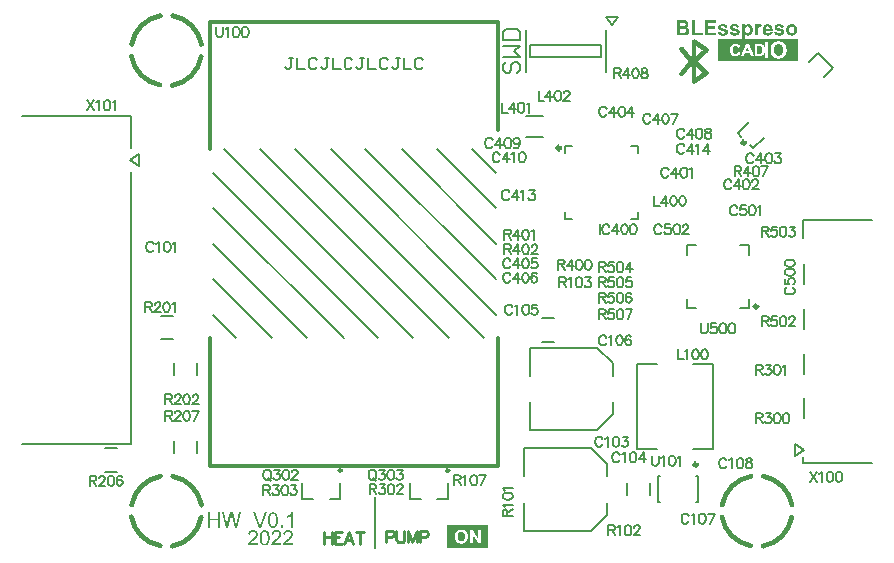
<source format=gto>
G04*
G04 #@! TF.GenerationSoftware,Altium Limited,Altium Designer,22.6.1 (34)*
G04*
G04 Layer_Color=65535*
%FSLAX44Y44*%
%MOMM*%
G71*
G04*
G04 #@! TF.SameCoordinates,A0D8632A-B648-4B75-ABCE-4127253DC59C*
G04*
G04*
G04 #@! TF.FilePolarity,Positive*
G04*
G01*
G75*
%ADD10C,0.2500*%
%ADD11C,0.3000*%
%ADD12C,0.4000*%
%ADD13C,0.2000*%
%ADD14C,0.2200*%
%ADD15C,0.1600*%
G36*
X535255Y431984D02*
X535486Y431891D01*
X535648Y431845D01*
X535914Y431787D01*
X535949Y431752D01*
X535995Y431729D01*
X536088Y431637D01*
X536204Y431590D01*
X536320Y431521D01*
X536389Y431451D01*
X536435Y431428D01*
X536597Y431336D01*
X536725Y431231D01*
X536759Y431197D01*
X536806Y431174D01*
X536968Y431081D01*
X537060Y430988D01*
X537107Y430965D01*
X537315Y430849D01*
X537350Y430815D01*
X537361Y430780D01*
X537407Y430757D01*
X537569Y430664D01*
X537708Y430526D01*
X537963Y430387D01*
X538032Y430317D01*
X538079Y430294D01*
X538241Y430201D01*
X538333Y430109D01*
X538380Y430086D01*
X538542Y429993D01*
X538669Y429889D01*
X538704Y429854D01*
X538912Y429738D01*
X539028Y429623D01*
X539236Y429507D01*
X539306Y429437D01*
X539352Y429414D01*
X539560Y429299D01*
X539618Y429241D01*
X539630Y429206D01*
X539676Y429183D01*
X539838Y429090D01*
X539965Y428986D01*
X540000Y428951D01*
X540116Y428905D01*
X540243Y428801D01*
X540301Y428743D01*
X540509Y428627D01*
X540602Y428535D01*
X540857Y428396D01*
X540972Y428280D01*
X541065Y428257D01*
X541111Y428211D01*
X541157Y428187D01*
X541215Y428106D01*
X541412Y428002D01*
X541539Y427898D01*
X541574Y427863D01*
X541690Y427817D01*
X541736Y427794D01*
X541794Y427759D01*
X541817Y427713D01*
X541875Y427655D01*
X541921Y427632D01*
X542083Y427539D01*
X542130Y427493D01*
X542164Y427481D01*
X542176Y427447D01*
X542222Y427424D01*
X542430Y427308D01*
X542546Y427192D01*
X542755Y427076D01*
X542847Y426984D01*
X542893Y426961D01*
X543102Y426845D01*
X543194Y426752D01*
X543241Y426729D01*
X543461Y426579D01*
X543518Y426521D01*
X543565Y426498D01*
X543785Y426347D01*
X543843Y426289D01*
X543935Y426266D01*
X544062Y426162D01*
X544120Y426104D01*
X544167Y426081D01*
X544375Y425965D01*
X544491Y425849D01*
X544653Y425757D01*
X544711Y425722D01*
X544734Y425676D01*
X545023Y425502D01*
X545093Y425433D01*
X545139Y425410D01*
X545347Y425294D01*
X545405Y425213D01*
X545556Y425132D01*
X545602Y425109D01*
X545648Y425062D01*
X545694Y425039D01*
X545764Y424970D01*
X545972Y424854D01*
X546007Y424819D01*
X546018Y424785D01*
X546065Y424762D01*
X546262Y424611D01*
X546285Y424565D01*
X546319Y424530D01*
X546366Y424507D01*
X546447Y424426D01*
X546470Y424380D01*
X546516Y424333D01*
X546528Y424299D01*
X546574Y424276D01*
X546632Y424218D01*
X546678Y424102D01*
X546701Y424009D01*
X546863Y423755D01*
X546944Y423349D01*
X546968Y423211D01*
X546991Y423095D01*
X547002Y422667D01*
X546979Y422597D01*
X546944Y422447D01*
X546898Y422215D01*
X546875Y422076D01*
X546829Y421961D01*
X546771Y421880D01*
X546701Y421764D01*
X546643Y421613D01*
X546586Y421532D01*
X546470Y421417D01*
X546447Y421370D01*
X546343Y421243D01*
X546065Y420965D01*
X546018Y420942D01*
X545556Y420479D01*
X545509Y420456D01*
X545463Y420410D01*
X545417Y420387D01*
X545382Y420352D01*
X545359Y420306D01*
X545278Y420224D01*
X545232Y420201D01*
X545127Y420097D01*
X545116Y420062D01*
X545069Y420039D01*
X545000Y419970D01*
X544954Y419947D01*
X544896Y419866D01*
X544815Y419785D01*
X544768Y419762D01*
X544688Y419680D01*
X544664Y419634D01*
X544630Y419599D01*
X544583Y419576D01*
X544537Y419530D01*
X544491Y419507D01*
X544433Y419426D01*
X544352Y419345D01*
X544305Y419322D01*
X544248Y419264D01*
X544225Y419218D01*
X544120Y419113D01*
X544074Y419090D01*
X544016Y419032D01*
X543993Y418986D01*
X543935Y418928D01*
X543889Y418905D01*
X543762Y418801D01*
X543727Y418743D01*
X543680Y418720D01*
X543611Y418651D01*
X543576Y418639D01*
X543553Y418593D01*
X543449Y418488D01*
X543403Y418465D01*
X543322Y418384D01*
X543299Y418338D01*
X543241Y418280D01*
X543194Y418257D01*
X542986Y418049D01*
X542940Y418026D01*
X542836Y417921D01*
X542812Y417875D01*
X542732Y417817D01*
X542500Y417586D01*
X542454Y417562D01*
X542396Y417505D01*
X542373Y417458D01*
X542338Y417424D01*
X542292Y417401D01*
X542060Y417169D01*
X542014Y417146D01*
X541736Y416868D01*
X541690Y416845D01*
X541296Y416451D01*
X541250Y416428D01*
X540995Y416174D01*
X540961Y416162D01*
X540938Y416116D01*
X540833Y416012D01*
X540787Y415988D01*
X540683Y415884D01*
X540660Y415838D01*
X540579Y415780D01*
X540532Y415734D01*
X540498Y415722D01*
X540475Y415676D01*
X540370Y415572D01*
X540324Y415549D01*
X540220Y415444D01*
X540197Y415398D01*
X540162Y415363D01*
X540116Y415340D01*
X539907Y415132D01*
X539861Y415109D01*
X539780Y415028D01*
X539757Y414981D01*
X539699Y414924D01*
X539653Y414901D01*
X539444Y414692D01*
X539398Y414669D01*
X539317Y414588D01*
X539294Y414542D01*
X539236Y414484D01*
X539190Y414461D01*
X539005Y414275D01*
X538958Y414252D01*
X538877Y414171D01*
X538854Y414125D01*
X538796Y414067D01*
X538750Y414044D01*
X538518Y413812D01*
X538472Y413789D01*
X538391Y413708D01*
X538368Y413662D01*
X538333Y413627D01*
X538287Y413604D01*
X538125Y413442D01*
X538079Y413419D01*
X537998Y413338D01*
X537975Y413245D01*
X538044Y413130D01*
X538125Y413049D01*
X538171Y413026D01*
X538542Y412655D01*
X538588Y412632D01*
X538704Y412493D01*
X538831Y412389D01*
X539213Y412007D01*
X539259Y411984D01*
X539317Y411926D01*
X539340Y411880D01*
X539398Y411822D01*
X539444Y411799D01*
X539549Y411694D01*
X539572Y411648D01*
X539630Y411590D01*
X539676Y411567D01*
X539757Y411509D01*
X539780Y411463D01*
X539884Y411359D01*
X539930Y411336D01*
X539988Y411278D01*
X540012Y411231D01*
X540093Y411151D01*
X540139Y411127D01*
X540220Y411046D01*
X540243Y411000D01*
X540301Y410942D01*
X540347Y410919D01*
X540579Y410687D01*
X540625Y410664D01*
X540660Y410630D01*
X540683Y410583D01*
X540764Y410502D01*
X540810Y410479D01*
X540914Y410375D01*
X540938Y410329D01*
X540972Y410294D01*
X541018Y410271D01*
X541169Y410120D01*
X541181Y410086D01*
X541227Y410062D01*
X541354Y409958D01*
X541377Y409912D01*
X541435Y409854D01*
X541482Y409831D01*
X541609Y409704D01*
X541620Y409669D01*
X541667Y409646D01*
X541840Y409472D01*
X541852Y409437D01*
X541898Y409414D01*
X542153Y409160D01*
X542199Y409137D01*
X542234Y409102D01*
X542257Y409055D01*
X542361Y408951D01*
X542407Y408928D01*
X542512Y408824D01*
X542535Y408778D01*
X542616Y408720D01*
X542847Y408488D01*
X542893Y408465D01*
X542951Y408407D01*
X542975Y408361D01*
X543009Y408326D01*
X543056Y408303D01*
X543183Y408176D01*
X543194Y408141D01*
X543241Y408118D01*
X543542Y407817D01*
X543588Y407794D01*
X544051Y407331D01*
X544097Y407308D01*
X544201Y407204D01*
X544213Y407169D01*
X544259Y407146D01*
X544537Y406868D01*
X544583Y406845D01*
X544618Y406810D01*
X544641Y406764D01*
X544722Y406683D01*
X544768Y406660D01*
X545023Y406405D01*
X545058Y406394D01*
X545081Y406347D01*
X545232Y406197D01*
X545266Y406185D01*
X545289Y406139D01*
X545417Y406012D01*
X545463Y405988D01*
X545567Y405884D01*
X545590Y405838D01*
X545671Y405780D01*
X545903Y405549D01*
X545949Y405526D01*
X546007Y405444D01*
X546088Y405363D01*
X546134Y405340D01*
X546215Y405259D01*
X546238Y405213D01*
X546319Y405132D01*
X546366Y405109D01*
X546424Y405051D01*
X546516Y404889D01*
X546609Y404796D01*
X546655Y404680D01*
X546725Y404495D01*
X546817Y404356D01*
X546863Y404194D01*
X546887Y404032D01*
X546910Y403940D01*
X546933Y403361D01*
X546910Y403292D01*
X546887Y402921D01*
X546863Y402852D01*
X546806Y402701D01*
X546748Y402644D01*
X546701Y402528D01*
X546678Y402435D01*
X546655Y402389D01*
Y402366D01*
X546586Y402250D01*
X546470Y402134D01*
X546447Y402088D01*
X546343Y401961D01*
X546134Y401752D01*
X546088Y401729D01*
X545949Y401590D01*
X545787Y401498D01*
X545694Y401405D01*
X545486Y401289D01*
X545370Y401174D01*
X545255Y401127D01*
X545139Y401058D01*
X545023Y400942D01*
X544815Y400826D01*
X544745Y400757D01*
X544699Y400734D01*
X544537Y400641D01*
X544398Y400502D01*
X544190Y400387D01*
X544097Y400294D01*
X543843Y400155D01*
X543773Y400086D01*
X543727Y400062D01*
X543518Y399947D01*
X543403Y399831D01*
X543194Y399715D01*
X543079Y399599D01*
X542928Y399542D01*
X542824Y399437D01*
X542778Y399414D01*
X542616Y399322D01*
X542488Y399218D01*
X542430Y399160D01*
X542222Y399044D01*
X542153Y398974D01*
X541944Y398859D01*
X541817Y398755D01*
X541782Y398720D01*
X541574Y398604D01*
X541482Y398512D01*
X541227Y398373D01*
X541134Y398280D01*
X540938Y398176D01*
X540914Y398130D01*
X540857Y398072D01*
X540602Y397933D01*
X540532Y397863D01*
X540486Y397840D01*
X540278Y397724D01*
X540162Y397609D01*
X539954Y397493D01*
X539884Y397424D01*
X539838Y397400D01*
X539630Y397285D01*
X539572Y397204D01*
X539537Y397169D01*
X539421Y397123D01*
X539375Y397099D01*
X539248Y396995D01*
X539190Y396937D01*
X539039Y396880D01*
X539005Y396845D01*
X538970Y396833D01*
X538947Y396787D01*
X538912Y396752D01*
X538866Y396729D01*
X538704Y396637D01*
X538611Y396544D01*
X538565Y396521D01*
X538403Y396428D01*
X538275Y396324D01*
X538241Y396289D01*
X538032Y396174D01*
X537963Y396104D01*
X537917Y396081D01*
X537708Y395965D01*
X537593Y395849D01*
X537546Y395826D01*
X537384Y395734D01*
X537268Y395618D01*
X537153Y395572D01*
X537107Y395549D01*
X536979Y395444D01*
X536921Y395387D01*
X536713Y395271D01*
X536643Y395201D01*
X536597Y395178D01*
X536435Y395086D01*
X536308Y394981D01*
X536273Y394947D01*
X536123Y394889D01*
X536042Y394831D01*
X535972Y394762D01*
X535926Y394738D01*
X535810Y394692D01*
X535590Y394657D01*
X535498Y394634D01*
X535382Y394588D01*
X535232Y394530D01*
X534792Y394507D01*
X534560Y394530D01*
X534433Y394565D01*
X534317Y394611D01*
X534120Y394669D01*
X533924Y394704D01*
X533808Y394750D01*
X533680Y394877D01*
X533472Y394993D01*
X533380Y395086D01*
X533333Y395109D01*
X533287Y395155D01*
X533241Y395178D01*
X533113Y395306D01*
X533090Y395352D01*
X532928Y395514D01*
X532905Y395560D01*
X532766Y395815D01*
X532720Y395861D01*
X532674Y395977D01*
X532604Y396255D01*
X532512Y396555D01*
X532488Y396926D01*
X532500Y409715D01*
X532477Y409808D01*
X532431Y409854D01*
X532361Y409877D01*
X532234Y409796D01*
X532141Y409634D01*
X532037Y409507D01*
X531956Y409380D01*
X531794Y409218D01*
X531725Y409102D01*
X531609Y408986D01*
X531586Y408940D01*
X531470Y408778D01*
X531377Y408685D01*
X531262Y408477D01*
X531180Y408419D01*
X531123Y408361D01*
X531053Y408245D01*
X530914Y408106D01*
X530891Y408060D01*
X530787Y407933D01*
X530706Y407852D01*
X530613Y407690D01*
X530475Y407551D01*
X530382Y407389D01*
X530243Y407250D01*
X530220Y407204D01*
X530116Y407076D01*
X530035Y406995D01*
X530012Y406949D01*
X529884Y406776D01*
X529850Y406764D01*
X529826Y406718D01*
X529780Y406671D01*
X529711Y406555D01*
X529595Y406440D01*
X529502Y406278D01*
X529363Y406139D01*
X529340Y406093D01*
X529236Y405965D01*
X529132Y405861D01*
X529062Y405745D01*
X529005Y405664D01*
X528958Y405641D01*
X528796Y405387D01*
X528715Y405329D01*
X528692Y405282D01*
X528576Y405120D01*
X528542Y405086D01*
X528507Y405074D01*
X528484Y405028D01*
X528322Y404819D01*
X528252Y404750D01*
X528160Y404588D01*
X528021Y404449D01*
X527928Y404287D01*
X527893Y404252D01*
X527847Y404229D01*
X527755Y404090D01*
X527697Y404009D01*
X527616Y403951D01*
X527500Y403766D01*
X527373Y403639D01*
X527280Y403477D01*
X527141Y403338D01*
X527118Y403292D01*
X527014Y403141D01*
X526968Y403118D01*
X526875Y402979D01*
X526817Y402898D01*
X526678Y402759D01*
X526609Y402644D01*
X526470Y402505D01*
X526377Y402343D01*
X526238Y402204D01*
X526169Y402088D01*
X526030Y401949D01*
X525926Y401775D01*
X525880Y401752D01*
X525822Y401694D01*
X525799Y401648D01*
X525694Y401521D01*
X525637Y401463D01*
X525613Y401417D01*
X525532Y401336D01*
X525486Y401312D01*
X525324Y401151D01*
X525174Y401093D01*
X525093Y401035D01*
X525046Y400988D01*
X524884Y400919D01*
X524734Y400884D01*
X524549Y400838D01*
X524421Y400803D01*
X524259Y400780D01*
X523657Y400803D01*
X523542Y400849D01*
X523414Y400884D01*
X523299Y400907D01*
X523206Y400930D01*
X523125Y400965D01*
X522893Y401127D01*
X522732Y401220D01*
X522674Y401278D01*
X522650Y401324D01*
X522465Y401509D01*
X522303Y401810D01*
X522211Y402019D01*
X522176Y402169D01*
X522153Y402285D01*
X522118Y402412D01*
X522095Y402574D01*
X522072Y402805D01*
X522095Y403037D01*
X522141Y403153D01*
X522164Y403245D01*
X522222Y403512D01*
X522268Y403627D01*
X522303Y403662D01*
X522326Y403708D01*
X522373Y403755D01*
X522442Y403917D01*
X522465Y403963D01*
X522604Y404102D01*
X522627Y404148D01*
X522732Y404299D01*
X522778Y404322D01*
X522836Y404380D01*
X522859Y404426D01*
X522975Y404588D01*
X523067Y404680D01*
X523090Y404727D01*
X523206Y404889D01*
X523275Y404958D01*
X523368Y405120D01*
X523426Y405178D01*
X523472Y405201D01*
X523507Y405236D01*
X523530Y405282D01*
X523634Y405410D01*
X523715Y405491D01*
X523738Y405537D01*
X523854Y405699D01*
X523947Y405792D01*
X524062Y406000D01*
X524143Y406058D01*
X524178Y406093D01*
X524201Y406139D01*
X524306Y406289D01*
X524352Y406312D01*
X524387Y406347D01*
X524410Y406394D01*
X524537Y406567D01*
X524572Y406579D01*
X524595Y406625D01*
X524641Y406671D01*
X524745Y406845D01*
X524792Y406868D01*
X524826Y406903D01*
X524850Y406949D01*
X524942Y407111D01*
X524977Y407146D01*
X525023Y407169D01*
X525058Y407204D01*
X525150Y407366D01*
X525208Y407424D01*
X525255Y407447D01*
X525347Y407586D01*
X525382Y407620D01*
X525405Y407667D01*
X525475Y407713D01*
X525498Y407759D01*
X525590Y407898D01*
X525613Y407944D01*
X525752Y408083D01*
X525845Y408245D01*
X525926Y408303D01*
X526053Y408500D01*
X526088Y408535D01*
X526134Y408558D01*
X526227Y408697D01*
X526285Y408778D01*
X526400Y408894D01*
X526516Y409102D01*
X526609Y409171D01*
X526632Y409218D01*
X526748Y409380D01*
X526817Y409426D01*
X526840Y409472D01*
X527002Y409681D01*
X527072Y409750D01*
X527164Y409912D01*
X527303Y410051D01*
X527326Y410097D01*
X527442Y410259D01*
X527488Y410282D01*
X527512Y410329D01*
X527674Y410537D01*
X527743Y410606D01*
X527766Y410653D01*
X527870Y410780D01*
X527951Y410861D01*
X527975Y410907D01*
X528090Y411069D01*
X528206Y411185D01*
X528299Y411347D01*
X528368Y411394D01*
X528391Y411440D01*
X528507Y411602D01*
X528623Y411718D01*
X528646Y411764D01*
X528750Y411891D01*
X528831Y411972D01*
X528854Y412019D01*
X528982Y412215D01*
X529028Y412238D01*
X529062Y412273D01*
X529155Y412435D01*
X529213Y412493D01*
X529259Y412516D01*
X529352Y412655D01*
X529410Y412736D01*
X529525Y412852D01*
X529618Y413014D01*
X529653Y413049D01*
X529699Y413072D01*
X529734Y413106D01*
X529757Y413199D01*
X529734Y413407D01*
X529676Y413465D01*
X529630Y413488D01*
X529572Y413546D01*
X529479Y413708D01*
X529340Y413847D01*
X529317Y413894D01*
X529213Y414021D01*
X529132Y414102D01*
X529109Y414148D01*
X529005Y414299D01*
X528958Y414322D01*
X528866Y414461D01*
X528808Y414542D01*
X528715Y414634D01*
X528692Y414681D01*
X528530Y414889D01*
X528438Y414981D01*
X528368Y415097D01*
X528229Y415236D01*
X528137Y415398D01*
X528067Y415444D01*
X528044Y415491D01*
X527998Y415537D01*
X527905Y415699D01*
X527766Y415838D01*
X527743Y415884D01*
X527639Y416012D01*
X527558Y416093D01*
X527535Y416139D01*
X527430Y416266D01*
X527396Y416278D01*
X527373Y416324D01*
X527222Y416544D01*
X527118Y416648D01*
X527095Y416694D01*
X526991Y416822D01*
X526910Y416903D01*
X526817Y417065D01*
X526782Y417099D01*
X526736Y417123D01*
X526678Y417180D01*
X526586Y417343D01*
X526447Y417481D01*
X526354Y417644D01*
X526238Y417759D01*
X526215Y417806D01*
X526088Y417979D01*
X526042Y418002D01*
X525903Y418211D01*
X525857Y418234D01*
X525775Y418315D01*
X525683Y418477D01*
X525590Y418569D01*
X525567Y418616D01*
X525405Y418824D01*
X525336Y418894D01*
X525232Y419067D01*
X525185Y419090D01*
X525127Y419148D01*
X525035Y419310D01*
X525000Y419345D01*
X524954Y419368D01*
X524896Y419426D01*
X524803Y419588D01*
X524688Y419704D01*
X524664Y419750D01*
X524549Y419912D01*
X524456Y420005D01*
X524387Y420120D01*
X524329Y420201D01*
X524282Y420224D01*
X524248Y420259D01*
X524225Y420306D01*
X524120Y420433D01*
X523993Y420560D01*
X523900Y420722D01*
X523808Y420815D01*
X523785Y420861D01*
X523623Y421069D01*
X523576Y421116D01*
X523553Y421162D01*
X523449Y421289D01*
X523345Y421394D01*
X523252Y421555D01*
X523218Y421590D01*
X523171Y421613D01*
X523079Y421752D01*
X523021Y421833D01*
X522928Y421926D01*
X522905Y421972D01*
X522743Y422181D01*
X522674Y422250D01*
X522650Y422296D01*
X522546Y422424D01*
X522442Y422528D01*
X522384Y422678D01*
X522303Y422806D01*
X522211Y423014D01*
X522176Y423211D01*
X522153Y423349D01*
X522130Y423465D01*
X522095Y423778D01*
X522118Y423940D01*
X522164Y424125D01*
X522188Y424287D01*
X522245Y424530D01*
X522338Y424669D01*
X522373Y424704D01*
X522419Y424819D01*
X522488Y424935D01*
X522604Y425051D01*
X522627Y425097D01*
X522893Y425363D01*
X523055Y425456D01*
X523148Y425549D01*
X523264Y425595D01*
X523553Y425699D01*
X523704Y425757D01*
X523982Y425803D01*
X524630Y425780D01*
X524699Y425757D01*
X524815Y425711D01*
X525023Y425618D01*
X525150Y425583D01*
X525278Y425502D01*
X525347Y425433D01*
X525555Y425317D01*
X525590Y425282D01*
X525613Y425236D01*
X525648Y425201D01*
X525694Y425178D01*
X525775Y425097D01*
X525799Y425051D01*
X525845Y425005D01*
X525868Y424958D01*
X526007Y424819D01*
X526076Y424704D01*
X526192Y424588D01*
X526215Y424542D01*
X526319Y424414D01*
X526424Y424310D01*
X526516Y424148D01*
X526655Y424009D01*
X526678Y423963D01*
X526782Y423836D01*
X526863Y423755D01*
X526887Y423708D01*
X526991Y423581D01*
X527049Y423523D01*
X527072Y423477D01*
X527234Y423269D01*
X527303Y423199D01*
X527326Y423153D01*
X527442Y422991D01*
X527558Y422875D01*
X527581Y422829D01*
X527685Y422701D01*
X527766Y422620D01*
X527836Y422505D01*
X527951Y422389D01*
X527975Y422343D01*
X528137Y422134D01*
X528206Y422065D01*
X528275Y421949D01*
X528333Y421868D01*
X528380Y421845D01*
X528414Y421810D01*
X528438Y421764D01*
X528553Y421602D01*
X528669Y421486D01*
X528738Y421370D01*
X528773Y421336D01*
X528819Y421312D01*
X528982Y421058D01*
X529016Y421046D01*
X529039Y421000D01*
X529109Y420931D01*
X529178Y420815D01*
X529317Y420676D01*
X529387Y420560D01*
X529549Y420398D01*
X529618Y420282D01*
X529734Y420167D01*
X529826Y420005D01*
X529861Y419947D01*
X529907Y419924D01*
X529942Y419889D01*
X529965Y419843D01*
X530127Y419634D01*
X530220Y419542D01*
X530243Y419495D01*
X530347Y419368D01*
X530428Y419287D01*
X530521Y419125D01*
X530602Y419067D01*
X530729Y418870D01*
X530845Y418755D01*
X530868Y418708D01*
X530995Y418535D01*
X531042Y418512D01*
X531100Y418431D01*
X531204Y418280D01*
X531250Y418257D01*
X531308Y418199D01*
X531400Y418037D01*
X531516Y417921D01*
X531539Y417875D01*
X531655Y417713D01*
X531748Y417620D01*
X531771Y417574D01*
X531875Y417424D01*
X531921Y417401D01*
X531979Y417343D01*
X532002Y417296D01*
X532107Y417169D01*
X532164Y417111D01*
X532188Y417065D01*
X532280Y416903D01*
X532384Y416868D01*
X532465Y416903D01*
X532488Y416995D01*
X532512Y430005D01*
X532558Y430120D01*
X532604Y430282D01*
X532627Y430375D01*
X532662Y430502D01*
X532720Y430653D01*
X532836Y430815D01*
X532951Y431023D01*
X533113Y431185D01*
X533137Y431231D01*
X533287Y431382D01*
X533333Y431405D01*
X533472Y431544D01*
X533727Y431683D01*
X533819Y431776D01*
X533982Y431822D01*
X534248Y431880D01*
X534363Y431926D01*
X534560Y431984D01*
X534861Y432007D01*
X535255Y431984D01*
D02*
G37*
G36*
X590853Y444833D02*
X590936Y444819D01*
X591144Y444791D01*
X591394Y444736D01*
X591671Y444653D01*
X591962Y444528D01*
X592253Y444375D01*
X591491Y442240D01*
X591463Y442254D01*
X591380Y442309D01*
X591269Y442365D01*
X591116Y442448D01*
X590936Y442517D01*
X590742Y442586D01*
X590547Y442628D01*
X590340Y442642D01*
X590256D01*
X590159Y442628D01*
X590034Y442600D01*
X589896Y442573D01*
X589757Y442517D01*
X589604Y442448D01*
X589466Y442351D01*
X589452Y442337D01*
X589410Y442295D01*
X589341Y442226D01*
X589258Y442115D01*
X589174Y441976D01*
X589077Y441796D01*
X588980Y441588D01*
X588897Y441324D01*
Y441311D01*
X588883Y441283D01*
Y441241D01*
X588869Y441172D01*
X588856Y441089D01*
X588842Y440964D01*
X588814Y440825D01*
X588800Y440659D01*
X588786Y440465D01*
X588759Y440243D01*
X588745Y439993D01*
X588731Y439702D01*
X588717Y439383D01*
Y439036D01*
X588703Y438648D01*
Y438218D01*
Y435361D01*
X586248D01*
Y444639D01*
X588523D01*
Y443308D01*
X588537Y443321D01*
X588550Y443349D01*
X588578Y443391D01*
X588620Y443460D01*
X588731Y443627D01*
X588869Y443821D01*
X589036Y444029D01*
X589202Y444223D01*
X589383Y444403D01*
X589480Y444486D01*
X589563Y444542D01*
X589591Y444556D01*
X589646Y444584D01*
X589743Y444639D01*
X589868Y444694D01*
X590034Y444750D01*
X590215Y444805D01*
X590409Y444833D01*
X590631Y444847D01*
X590769D01*
X590853Y444833D01*
D02*
G37*
G36*
X580687D02*
X580812D01*
X580951Y444805D01*
X581103Y444778D01*
X581283Y444736D01*
X581491Y444694D01*
X581699Y444625D01*
X581921Y444542D01*
X582143Y444431D01*
X582379Y444306D01*
X582615Y444167D01*
X582837Y443987D01*
X583059Y443793D01*
X583280Y443571D01*
X583294Y443557D01*
X583336Y443516D01*
X583391Y443446D01*
X583461Y443335D01*
X583544Y443210D01*
X583641Y443058D01*
X583738Y442864D01*
X583849Y442656D01*
X583960Y442420D01*
X584057Y442156D01*
X584154Y441865D01*
X584237Y441546D01*
X584307Y441213D01*
X584376Y440853D01*
X584404Y440465D01*
X584418Y440048D01*
Y440021D01*
Y439951D01*
X584404Y439827D01*
Y439660D01*
X584390Y439466D01*
X584362Y439244D01*
X584321Y438994D01*
X584279Y438717D01*
X584210Y438440D01*
X584140Y438135D01*
X584043Y437843D01*
X583932Y437538D01*
X583807Y437247D01*
X583655Y436956D01*
X583475Y436679D01*
X583280Y436429D01*
X583267Y436415D01*
X583225Y436373D01*
X583170Y436318D01*
X583072Y436235D01*
X582962Y436138D01*
X582837Y436027D01*
X582684Y435916D01*
X582504Y435791D01*
X582323Y435666D01*
X582102Y435555D01*
X581880Y435444D01*
X581630Y435347D01*
X581381Y435278D01*
X581103Y435209D01*
X580826Y435167D01*
X580521Y435153D01*
X580396D01*
X580243Y435167D01*
X580049Y435195D01*
X579841Y435222D01*
X579605Y435278D01*
X579356Y435361D01*
X579120Y435458D01*
X579092Y435472D01*
X579009Y435514D01*
X578884Y435597D01*
X578718Y435708D01*
X578524Y435846D01*
X578302Y436027D01*
X578066Y436249D01*
X577816Y436498D01*
Y431998D01*
X623003D01*
Y414002D01*
X555000D01*
Y431998D01*
X575362D01*
Y444639D01*
X577650D01*
Y443280D01*
X577678Y443294D01*
X577733Y443377D01*
X577830Y443516D01*
X577969Y443668D01*
X578135Y443848D01*
X578343Y444043D01*
X578579Y444237D01*
X578843Y444403D01*
X578856D01*
X578884Y444417D01*
X578926Y444445D01*
X578981Y444473D01*
X579051Y444500D01*
X579134Y444542D01*
X579342Y444625D01*
X579591Y444708D01*
X579883Y444778D01*
X580202Y444833D01*
X580535Y444847D01*
X580604D01*
X580687Y444833D01*
D02*
G37*
G36*
X606926D02*
X607093D01*
X607273Y444819D01*
X607467Y444791D01*
X607689Y444764D01*
X608147Y444694D01*
X608604Y444584D01*
X608840Y444514D01*
X609048Y444431D01*
X609256Y444334D01*
X609436Y444223D01*
X609450D01*
X609478Y444195D01*
X609520Y444154D01*
X609589Y444112D01*
X609658Y444043D01*
X609755Y443959D01*
X609838Y443862D01*
X609949Y443765D01*
X610047Y443640D01*
X610157Y443502D01*
X610268Y443349D01*
X610379Y443183D01*
X610476Y443016D01*
X610574Y442822D01*
X610726Y442392D01*
X608410Y441962D01*
Y441990D01*
X608382Y442046D01*
X608341Y442143D01*
X608285Y442267D01*
X608202Y442406D01*
X608105Y442545D01*
X607980Y442670D01*
X607841Y442794D01*
X607827Y442808D01*
X607758Y442836D01*
X607675Y442892D01*
X607536Y442947D01*
X607370Y442989D01*
X607176Y443044D01*
X606926Y443072D01*
X606663Y443086D01*
X606510D01*
X606344Y443072D01*
X606136Y443058D01*
X605914Y443016D01*
X605678Y442975D01*
X605470Y442905D01*
X605290Y442808D01*
X605276Y442794D01*
X605248Y442781D01*
X605206Y442725D01*
X605151Y442670D01*
X605095Y442600D01*
X605054Y442517D01*
X605026Y442420D01*
X605012Y442309D01*
Y442295D01*
Y442267D01*
X605026Y442212D01*
X605040Y442156D01*
X605068Y442087D01*
X605109Y442018D01*
X605165Y441935D01*
X605248Y441865D01*
X605262Y441851D01*
X605290Y441838D01*
X605331Y441824D01*
X605387Y441796D01*
X605456Y441768D01*
X605553Y441727D01*
X605664Y441685D01*
X605789Y441643D01*
X605955Y441588D01*
X606136Y441532D01*
X606357Y441463D01*
X606593Y441408D01*
X606871Y441324D01*
X607190Y441255D01*
X607536Y441172D01*
X607564D01*
X607620Y441158D01*
X607717Y441130D01*
X607855Y441089D01*
X608008Y441047D01*
X608202Y440992D01*
X608396Y440936D01*
X608618Y440867D01*
X609062Y440714D01*
X609520Y440520D01*
X609728Y440423D01*
X609922Y440312D01*
X610116Y440201D01*
X610268Y440076D01*
X610282Y440062D01*
X610296Y440048D01*
X610338Y440007D01*
X610393Y439951D01*
X610449Y439896D01*
X610518Y439813D01*
X610587Y439716D01*
X610657Y439605D01*
X610795Y439341D01*
X610920Y439036D01*
X611017Y438676D01*
X611031Y438467D01*
X611045Y438260D01*
Y438246D01*
Y438204D01*
Y438135D01*
X611031Y438051D01*
X611017Y437940D01*
X610989Y437802D01*
X610962Y437663D01*
X610906Y437511D01*
X610851Y437344D01*
X610782Y437164D01*
X610698Y436984D01*
X610601Y436803D01*
X610476Y436609D01*
X610324Y436429D01*
X610171Y436249D01*
X609977Y436068D01*
X609963Y436054D01*
X609922Y436027D01*
X609866Y435985D01*
X609783Y435930D01*
X609672Y435860D01*
X609533Y435777D01*
X609367Y435694D01*
X609187Y435611D01*
X608979Y435527D01*
X608743Y435444D01*
X608479Y435361D01*
X608202Y435292D01*
X607897Y435236D01*
X607564Y435195D01*
X607203Y435167D01*
X606829Y435153D01*
X606649D01*
X606510Y435167D01*
X606357Y435181D01*
X606163Y435195D01*
X605969Y435222D01*
X605747Y435250D01*
X605262Y435333D01*
X604763Y435472D01*
X604513Y435569D01*
X604263Y435666D01*
X604041Y435777D01*
X603820Y435916D01*
X603806Y435930D01*
X603778Y435957D01*
X603722Y435999D01*
X603639Y436054D01*
X603556Y436138D01*
X603459Y436221D01*
X603348Y436332D01*
X603237Y436457D01*
X603112Y436609D01*
X602987Y436762D01*
X602877Y436928D01*
X602752Y437122D01*
X602641Y437316D01*
X602544Y437524D01*
X602460Y437760D01*
X602391Y437996D01*
X604846Y438370D01*
Y438357D01*
X604860Y438343D01*
X604874Y438260D01*
X604915Y438121D01*
X604985Y437968D01*
X605068Y437788D01*
X605179Y437608D01*
X605303Y437441D01*
X605470Y437289D01*
X605498Y437275D01*
X605553Y437233D01*
X605664Y437178D01*
X605817Y437108D01*
X606011Y437039D01*
X606246Y436984D01*
X606510Y436942D01*
X606815Y436928D01*
X606968D01*
X607051Y436942D01*
X607148D01*
X607356Y436970D01*
X607592Y437011D01*
X607827Y437081D01*
X608049Y437164D01*
X608244Y437275D01*
X608257Y437289D01*
X608299Y437316D01*
X608354Y437372D01*
X608410Y437441D01*
X608465Y437538D01*
X608521Y437649D01*
X608563Y437774D01*
X608576Y437927D01*
Y437940D01*
Y437968D01*
X608563Y438024D01*
X608549Y438093D01*
X608507Y438232D01*
X608452Y438315D01*
X608396Y438384D01*
X608382Y438398D01*
X608354Y438412D01*
X608299Y438454D01*
X608230Y438495D01*
X608119Y438551D01*
X607980Y438606D01*
X607800Y438662D01*
X607578Y438717D01*
X607564D01*
X607550Y438731D01*
X607509D01*
X607453Y438745D01*
X607300Y438787D01*
X607106Y438828D01*
X606871Y438884D01*
X606607Y438953D01*
X606316Y439022D01*
X605997Y439105D01*
X605373Y439300D01*
X605054Y439397D01*
X604749Y439494D01*
X604471Y439605D01*
X604222Y439702D01*
X604000Y439813D01*
X603833Y439910D01*
X603820Y439924D01*
X603792Y439951D01*
X603736Y439993D01*
X603667Y440048D01*
X603584Y440118D01*
X603487Y440215D01*
X603390Y440326D01*
X603293Y440451D01*
X603182Y440589D01*
X603084Y440742D01*
X602987Y440922D01*
X602904Y441102D01*
X602835Y441311D01*
X602779Y441519D01*
X602752Y441754D01*
X602738Y441990D01*
Y442004D01*
Y442046D01*
Y442101D01*
X602752Y442198D01*
X602766Y442295D01*
X602793Y442420D01*
X602821Y442545D01*
X602863Y442697D01*
X602974Y443016D01*
X603043Y443183D01*
X603140Y443349D01*
X603251Y443530D01*
X603376Y443696D01*
X603514Y443862D01*
X603681Y444015D01*
X603695Y444029D01*
X603722Y444057D01*
X603778Y444098D01*
X603861Y444140D01*
X603958Y444209D01*
X604083Y444278D01*
X604236Y444348D01*
X604402Y444431D01*
X604596Y444514D01*
X604818Y444584D01*
X605054Y444653D01*
X605317Y444722D01*
X605609Y444764D01*
X605928Y444805D01*
X606260Y444833D01*
X606621Y444847D01*
X606801D01*
X606926Y444833D01*
D02*
G37*
G36*
X569162D02*
X569329D01*
X569509Y444819D01*
X569703Y444791D01*
X569925Y444764D01*
X570383Y444694D01*
X570840Y444584D01*
X571076Y444514D01*
X571284Y444431D01*
X571492Y444334D01*
X571673Y444223D01*
X571687D01*
X571714Y444195D01*
X571756Y444154D01*
X571825Y444112D01*
X571894Y444043D01*
X571992Y443959D01*
X572075Y443862D01*
X572186Y443765D01*
X572283Y443640D01*
X572394Y443502D01*
X572505Y443349D01*
X572616Y443183D01*
X572713Y443016D01*
X572810Y442822D01*
X572962Y442392D01*
X570646Y441962D01*
Y441990D01*
X570619Y442046D01*
X570577Y442143D01*
X570522Y442267D01*
X570438Y442406D01*
X570341Y442545D01*
X570216Y442670D01*
X570078Y442794D01*
X570064Y442808D01*
X569995Y442836D01*
X569911Y442892D01*
X569773Y442947D01*
X569606Y442989D01*
X569412Y443044D01*
X569162Y443072D01*
X568899Y443086D01*
X568746D01*
X568580Y443072D01*
X568372Y443058D01*
X568150Y443016D01*
X567914Y442975D01*
X567706Y442905D01*
X567526Y442808D01*
X567512Y442794D01*
X567484Y442781D01*
X567443Y442725D01*
X567387Y442670D01*
X567332Y442600D01*
X567290Y442517D01*
X567262Y442420D01*
X567249Y442309D01*
Y442295D01*
Y442267D01*
X567262Y442212D01*
X567276Y442156D01*
X567304Y442087D01*
X567346Y442018D01*
X567401Y441935D01*
X567484Y441865D01*
X567498Y441851D01*
X567526Y441838D01*
X567567Y441824D01*
X567623Y441796D01*
X567692Y441768D01*
X567789Y441727D01*
X567900Y441685D01*
X568025Y441643D01*
X568192Y441588D01*
X568372Y441532D01*
X568594Y441463D01*
X568830Y441408D01*
X569107Y441324D01*
X569426Y441255D01*
X569773Y441172D01*
X569800D01*
X569856Y441158D01*
X569953Y441130D01*
X570092Y441089D01*
X570244Y441047D01*
X570438Y440992D01*
X570633Y440936D01*
X570854Y440867D01*
X571298Y440714D01*
X571756Y440520D01*
X571964Y440423D01*
X572158Y440312D01*
X572352Y440201D01*
X572505Y440076D01*
X572519Y440062D01*
X572532Y440048D01*
X572574Y440007D01*
X572630Y439951D01*
X572685Y439896D01*
X572754Y439813D01*
X572824Y439716D01*
X572893Y439605D01*
X573032Y439341D01*
X573157Y439036D01*
X573254Y438676D01*
X573268Y438467D01*
X573281Y438260D01*
Y438246D01*
Y438204D01*
Y438135D01*
X573268Y438051D01*
X573254Y437940D01*
X573226Y437802D01*
X573198Y437663D01*
X573143Y437511D01*
X573087Y437344D01*
X573018Y437164D01*
X572935Y436984D01*
X572837Y436803D01*
X572713Y436609D01*
X572560Y436429D01*
X572408Y436249D01*
X572214Y436068D01*
X572200Y436054D01*
X572158Y436027D01*
X572103Y435985D01*
X572019Y435930D01*
X571908Y435860D01*
X571770Y435777D01*
X571603Y435694D01*
X571423Y435611D01*
X571215Y435527D01*
X570979Y435444D01*
X570716Y435361D01*
X570438Y435292D01*
X570133Y435236D01*
X569800Y435195D01*
X569440Y435167D01*
X569065Y435153D01*
X568885D01*
X568746Y435167D01*
X568594Y435181D01*
X568400Y435195D01*
X568205Y435222D01*
X567984Y435250D01*
X567498Y435333D01*
X566999Y435472D01*
X566749Y435569D01*
X566500Y435666D01*
X566278Y435777D01*
X566056Y435916D01*
X566042Y435930D01*
X566014Y435957D01*
X565959Y435999D01*
X565876Y436054D01*
X565792Y436138D01*
X565695Y436221D01*
X565584Y436332D01*
X565473Y436457D01*
X565349Y436609D01*
X565224Y436762D01*
X565113Y436928D01*
X564988Y437122D01*
X564877Y437316D01*
X564780Y437524D01*
X564697Y437760D01*
X564627Y437996D01*
X567082Y438370D01*
Y438357D01*
X567096Y438343D01*
X567110Y438260D01*
X567151Y438121D01*
X567221Y437968D01*
X567304Y437788D01*
X567415Y437608D01*
X567540Y437441D01*
X567706Y437289D01*
X567734Y437275D01*
X567789Y437233D01*
X567900Y437178D01*
X568053Y437108D01*
X568247Y437039D01*
X568483Y436984D01*
X568746Y436942D01*
X569052Y436928D01*
X569204D01*
X569287Y436942D01*
X569384D01*
X569592Y436970D01*
X569828Y437011D01*
X570064Y437081D01*
X570286Y437164D01*
X570480Y437275D01*
X570494Y437289D01*
X570535Y437316D01*
X570591Y437372D01*
X570646Y437441D01*
X570702Y437538D01*
X570757Y437649D01*
X570799Y437774D01*
X570813Y437927D01*
Y437940D01*
Y437968D01*
X570799Y438024D01*
X570785Y438093D01*
X570743Y438232D01*
X570688Y438315D01*
X570633Y438384D01*
X570619Y438398D01*
X570591Y438412D01*
X570535Y438454D01*
X570466Y438495D01*
X570355Y438551D01*
X570216Y438606D01*
X570036Y438662D01*
X569814Y438717D01*
X569800D01*
X569786Y438731D01*
X569745D01*
X569689Y438745D01*
X569537Y438787D01*
X569343Y438828D01*
X569107Y438884D01*
X568843Y438953D01*
X568552Y439022D01*
X568233Y439105D01*
X567609Y439300D01*
X567290Y439397D01*
X566985Y439494D01*
X566708Y439605D01*
X566458Y439702D01*
X566236Y439813D01*
X566070Y439910D01*
X566056Y439924D01*
X566028Y439951D01*
X565973Y439993D01*
X565903Y440048D01*
X565820Y440118D01*
X565723Y440215D01*
X565626Y440326D01*
X565529Y440451D01*
X565418Y440589D01*
X565321Y440742D01*
X565224Y440922D01*
X565141Y441102D01*
X565071Y441311D01*
X565016Y441519D01*
X564988Y441754D01*
X564974Y441990D01*
Y442004D01*
Y442046D01*
Y442101D01*
X564988Y442198D01*
X565002Y442295D01*
X565030Y442420D01*
X565057Y442545D01*
X565099Y442697D01*
X565210Y443016D01*
X565279Y443183D01*
X565376Y443349D01*
X565487Y443530D01*
X565612Y443696D01*
X565751Y443862D01*
X565917Y444015D01*
X565931Y444029D01*
X565959Y444057D01*
X566014Y444098D01*
X566097Y444140D01*
X566195Y444209D01*
X566319Y444278D01*
X566472Y444348D01*
X566638Y444431D01*
X566833Y444514D01*
X567054Y444584D01*
X567290Y444653D01*
X567554Y444722D01*
X567845Y444764D01*
X568164Y444805D01*
X568497Y444833D01*
X568857Y444847D01*
X569038D01*
X569162Y444833D01*
D02*
G37*
G36*
X559219D02*
X559385D01*
X559566Y444819D01*
X559760Y444791D01*
X559981Y444764D01*
X560439Y444694D01*
X560897Y444584D01*
X561133Y444514D01*
X561341Y444431D01*
X561549Y444334D01*
X561729Y444223D01*
X561743D01*
X561771Y444195D01*
X561812Y444154D01*
X561881Y444112D01*
X561951Y444043D01*
X562048Y443959D01*
X562131Y443862D01*
X562242Y443765D01*
X562339Y443640D01*
X562450Y443502D01*
X562561Y443349D01*
X562672Y443183D01*
X562769Y443016D01*
X562866Y442822D01*
X563019Y442392D01*
X560703Y441962D01*
Y441990D01*
X560675Y442046D01*
X560633Y442143D01*
X560578Y442267D01*
X560495Y442406D01*
X560398Y442545D01*
X560273Y442670D01*
X560134Y442794D01*
X560120Y442808D01*
X560051Y442836D01*
X559968Y442892D01*
X559829Y442947D01*
X559663Y442989D01*
X559468Y443044D01*
X559219Y443072D01*
X558955Y443086D01*
X558803D01*
X558636Y443072D01*
X558428Y443058D01*
X558206Y443016D01*
X557971Y442975D01*
X557763Y442905D01*
X557582Y442808D01*
X557568Y442794D01*
X557541Y442781D01*
X557499Y442725D01*
X557444Y442670D01*
X557388Y442600D01*
X557346Y442517D01*
X557319Y442420D01*
X557305Y442309D01*
Y442295D01*
Y442267D01*
X557319Y442212D01*
X557333Y442156D01*
X557360Y442087D01*
X557402Y442018D01*
X557458Y441935D01*
X557541Y441865D01*
X557555Y441851D01*
X557582Y441838D01*
X557624Y441824D01*
X557679Y441796D01*
X557749Y441768D01*
X557846Y441727D01*
X557957Y441685D01*
X558082Y441643D01*
X558248Y441588D01*
X558428Y441532D01*
X558650Y441463D01*
X558886Y441408D01*
X559163Y441324D01*
X559482Y441255D01*
X559829Y441172D01*
X559857D01*
X559912Y441158D01*
X560009Y441130D01*
X560148Y441089D01*
X560300Y441047D01*
X560495Y440992D01*
X560689Y440936D01*
X560911Y440867D01*
X561354Y440714D01*
X561812Y440520D01*
X562020Y440423D01*
X562214Y440312D01*
X562408Y440201D01*
X562561Y440076D01*
X562575Y440062D01*
X562589Y440048D01*
X562630Y440007D01*
X562686Y439951D01*
X562741Y439896D01*
X562811Y439813D01*
X562880Y439716D01*
X562949Y439605D01*
X563088Y439341D01*
X563213Y439036D01*
X563310Y438676D01*
X563324Y438467D01*
X563338Y438260D01*
Y438246D01*
Y438204D01*
Y438135D01*
X563324Y438051D01*
X563310Y437940D01*
X563282Y437802D01*
X563255Y437663D01*
X563199Y437511D01*
X563144Y437344D01*
X563074Y437164D01*
X562991Y436984D01*
X562894Y436803D01*
X562769Y436609D01*
X562617Y436429D01*
X562464Y436249D01*
X562270Y436068D01*
X562256Y436054D01*
X562214Y436027D01*
X562159Y435985D01*
X562076Y435930D01*
X561965Y435860D01*
X561826Y435777D01*
X561660Y435694D01*
X561479Y435611D01*
X561271Y435527D01*
X561035Y435444D01*
X560772Y435361D01*
X560495Y435292D01*
X560190Y435236D01*
X559857Y435195D01*
X559496Y435167D01*
X559122Y435153D01*
X558941D01*
X558803Y435167D01*
X558650Y435181D01*
X558456Y435195D01*
X558262Y435222D01*
X558040Y435250D01*
X557555Y435333D01*
X557055Y435472D01*
X556806Y435569D01*
X556556Y435666D01*
X556334Y435777D01*
X556112Y435916D01*
X556098Y435930D01*
X556071Y435957D01*
X556015Y435999D01*
X555932Y436054D01*
X555849Y436138D01*
X555752Y436221D01*
X555641Y436332D01*
X555530Y436457D01*
X555405Y436609D01*
X555280Y436762D01*
X555169Y436928D01*
X555044Y437122D01*
X554933Y437316D01*
X554836Y437524D01*
X554753Y437760D01*
X554684Y437996D01*
X557138Y438370D01*
Y438357D01*
X557152Y438343D01*
X557166Y438260D01*
X557208Y438121D01*
X557277Y437968D01*
X557360Y437788D01*
X557471Y437608D01*
X557596Y437441D01*
X557763Y437289D01*
X557790Y437275D01*
X557846Y437233D01*
X557957Y437178D01*
X558109Y437108D01*
X558303Y437039D01*
X558539Y436984D01*
X558803Y436942D01*
X559108Y436928D01*
X559260D01*
X559344Y436942D01*
X559441D01*
X559649Y436970D01*
X559884Y437011D01*
X560120Y437081D01*
X560342Y437164D01*
X560536Y437275D01*
X560550Y437289D01*
X560592Y437316D01*
X560647Y437372D01*
X560703Y437441D01*
X560758Y437538D01*
X560814Y437649D01*
X560855Y437774D01*
X560869Y437927D01*
Y437940D01*
Y437968D01*
X560855Y438024D01*
X560841Y438093D01*
X560800Y438232D01*
X560744Y438315D01*
X560689Y438384D01*
X560675Y438398D01*
X560647Y438412D01*
X560592Y438454D01*
X560522Y438495D01*
X560411Y438551D01*
X560273Y438606D01*
X560093Y438662D01*
X559871Y438717D01*
X559857D01*
X559843Y438731D01*
X559801D01*
X559746Y438745D01*
X559593Y438787D01*
X559399Y438828D01*
X559163Y438884D01*
X558900Y438953D01*
X558609Y439022D01*
X558290Y439105D01*
X557665Y439300D01*
X557346Y439397D01*
X557041Y439494D01*
X556764Y439605D01*
X556514Y439702D01*
X556292Y439813D01*
X556126Y439910D01*
X556112Y439924D01*
X556085Y439951D01*
X556029Y439993D01*
X555960Y440048D01*
X555877Y440118D01*
X555779Y440215D01*
X555682Y440326D01*
X555585Y440451D01*
X555474Y440589D01*
X555377Y440742D01*
X555280Y440922D01*
X555197Y441102D01*
X555128Y441311D01*
X555072Y441519D01*
X555044Y441754D01*
X555031Y441990D01*
Y442004D01*
Y442046D01*
Y442101D01*
X555044Y442198D01*
X555058Y442295D01*
X555086Y442420D01*
X555114Y442545D01*
X555155Y442697D01*
X555266Y443016D01*
X555336Y443183D01*
X555433Y443349D01*
X555544Y443530D01*
X555668Y443696D01*
X555807Y443862D01*
X555974Y444015D01*
X555987Y444029D01*
X556015Y444057D01*
X556071Y444098D01*
X556154Y444140D01*
X556251Y444209D01*
X556376Y444278D01*
X556528Y444348D01*
X556695Y444431D01*
X556889Y444514D01*
X557111Y444584D01*
X557346Y444653D01*
X557610Y444722D01*
X557901Y444764D01*
X558220Y444805D01*
X558553Y444833D01*
X558914Y444847D01*
X559094D01*
X559219Y444833D01*
D02*
G37*
G36*
X553130Y445998D02*
X546224D01*
Y443169D01*
X552645D01*
Y441005D01*
X546224D01*
Y437524D01*
X553380D01*
Y435361D01*
X543645D01*
Y448162D01*
X553130D01*
Y445998D01*
D02*
G37*
G36*
X535379Y437524D02*
X541800D01*
Y435361D01*
X532799D01*
Y448051D01*
X535379D01*
Y437524D01*
D02*
G37*
G36*
X525616Y448148D02*
X525782D01*
X526157Y448134D01*
X526531Y448106D01*
X526892Y448064D01*
X527044Y448051D01*
X527197Y448023D01*
X527224D01*
X527266Y448009D01*
X527321Y447995D01*
X527460Y447967D01*
X527640Y447912D01*
X527848Y447843D01*
X528070Y447746D01*
X528306Y447635D01*
X528528Y447496D01*
X528542D01*
X528556Y447482D01*
X528625Y447426D01*
X528736Y447329D01*
X528875Y447219D01*
X529027Y447052D01*
X529194Y446872D01*
X529360Y446664D01*
X529513Y446428D01*
Y446414D01*
X529526Y446400D01*
X529554Y446359D01*
X529582Y446317D01*
X529637Y446178D01*
X529721Y445998D01*
X529790Y445776D01*
X529859Y445513D01*
X529901Y445235D01*
X529915Y444930D01*
Y444916D01*
Y444889D01*
Y444847D01*
X529901Y444778D01*
Y444694D01*
X529887Y444611D01*
X529859Y444389D01*
X529790Y444126D01*
X529707Y443848D01*
X529596Y443571D01*
X529429Y443280D01*
Y443266D01*
X529402Y443252D01*
X529374Y443210D01*
X529346Y443155D01*
X529235Y443030D01*
X529083Y442864D01*
X528889Y442683D01*
X528667Y442489D01*
X528403Y442309D01*
X528112Y442156D01*
X528126D01*
X528167Y442143D01*
X528223Y442115D01*
X528306Y442087D01*
X528403Y442046D01*
X528514Y442004D01*
X528778Y441879D01*
X529055Y441727D01*
X529360Y441519D01*
X529651Y441283D01*
X529901Y440992D01*
X529915Y440978D01*
X529929Y440950D01*
X529956Y440908D01*
X529998Y440853D01*
X530053Y440770D01*
X530109Y440673D01*
X530164Y440562D01*
X530220Y440451D01*
X530331Y440159D01*
X530442Y439841D01*
X530511Y439466D01*
X530539Y439272D01*
Y439064D01*
Y439050D01*
Y439022D01*
Y438981D01*
Y438911D01*
X530525Y438842D01*
X530511Y438745D01*
X530483Y438523D01*
X530442Y438260D01*
X530359Y437982D01*
X530262Y437677D01*
X530123Y437358D01*
Y437344D01*
X530109Y437316D01*
X530081Y437275D01*
X530053Y437219D01*
X529956Y437067D01*
X529832Y436886D01*
X529679Y436679D01*
X529485Y436457D01*
X529263Y436235D01*
X529013Y436041D01*
X528999D01*
X528986Y436027D01*
X528944Y435999D01*
X528889Y435957D01*
X528819Y435930D01*
X528736Y435888D01*
X528542Y435791D01*
X528292Y435680D01*
X527987Y435583D01*
X527654Y435500D01*
X527280Y435444D01*
X527211D01*
X527141Y435430D01*
X527058D01*
X526947Y435416D01*
X526808D01*
X526656Y435403D01*
X526462D01*
X526240Y435389D01*
X525990D01*
X525699Y435375D01*
X525019D01*
X524617Y435361D01*
X519819D01*
Y448162D01*
X525449D01*
X525616Y448148D01*
D02*
G37*
G36*
X617605Y444833D02*
X617743Y444819D01*
X617924Y444805D01*
X618132Y444778D01*
X618368Y444736D01*
X618617Y444681D01*
X618881Y444597D01*
X619158Y444514D01*
X619449Y444403D01*
X619727Y444264D01*
X620018Y444112D01*
X620309Y443932D01*
X620573Y443710D01*
X620836Y443474D01*
X620850Y443460D01*
X620891Y443405D01*
X620961Y443335D01*
X621044Y443224D01*
X621155Y443086D01*
X621266Y442933D01*
X621377Y442739D01*
X621516Y442531D01*
X621640Y442295D01*
X621751Y442032D01*
X621876Y441740D01*
X621973Y441435D01*
X622057Y441116D01*
X622126Y440770D01*
X622167Y440409D01*
X622181Y440021D01*
Y439993D01*
Y439924D01*
X622167Y439813D01*
Y439674D01*
X622140Y439494D01*
X622112Y439286D01*
X622070Y439050D01*
X622015Y438800D01*
X621945Y438523D01*
X621848Y438246D01*
X621738Y437954D01*
X621613Y437663D01*
X621446Y437358D01*
X621266Y437081D01*
X621058Y436789D01*
X620822Y436526D01*
X620808Y436512D01*
X620767Y436470D01*
X620684Y436401D01*
X620573Y436318D01*
X620448Y436207D01*
X620281Y436096D01*
X620101Y435971D01*
X619893Y435846D01*
X619657Y435708D01*
X619394Y435583D01*
X619116Y435472D01*
X618811Y435375D01*
X618492Y435278D01*
X618146Y435209D01*
X617785Y435167D01*
X617411Y435153D01*
X617286D01*
X617189Y435167D01*
X617078D01*
X616953Y435181D01*
X616800Y435195D01*
X616634Y435222D01*
X616259Y435292D01*
X615843Y435389D01*
X615414Y435527D01*
X614984Y435722D01*
X614970Y435736D01*
X614928Y435749D01*
X614873Y435777D01*
X614789Y435832D01*
X614692Y435888D01*
X614595Y435971D01*
X614332Y436152D01*
X614054Y436387D01*
X613763Y436679D01*
X613486Y437025D01*
X613236Y437413D01*
Y437427D01*
X613209Y437469D01*
X613181Y437524D01*
X613139Y437608D01*
X613097Y437719D01*
X613042Y437843D01*
X613000Y437996D01*
X612945Y438162D01*
X612890Y438357D01*
X612834Y438565D01*
X612779Y438787D01*
X612737Y439022D01*
X612695Y439272D01*
X612668Y439549D01*
X612654Y439827D01*
X612640Y440118D01*
Y440132D01*
Y440173D01*
Y440243D01*
X612654Y440326D01*
Y440437D01*
X612668Y440575D01*
X612695Y440714D01*
X612709Y440881D01*
X612792Y441241D01*
X612890Y441643D01*
X613042Y442059D01*
X613125Y442281D01*
X613236Y442489D01*
X613250Y442503D01*
X613264Y442545D01*
X613306Y442600D01*
X613347Y442683D01*
X613403Y442781D01*
X613486Y442892D01*
X613666Y443141D01*
X613916Y443419D01*
X614207Y443710D01*
X614540Y443987D01*
X614928Y444237D01*
X614942Y444251D01*
X614984Y444264D01*
X615039Y444292D01*
X615122Y444334D01*
X615233Y444375D01*
X615358Y444431D01*
X615497Y444486D01*
X615649Y444542D01*
X615830Y444597D01*
X616024Y444653D01*
X616440Y444750D01*
X616897Y444819D01*
X617147Y444847D01*
X617494D01*
X617605Y444833D01*
D02*
G37*
G36*
X597038D02*
X597190Y444819D01*
X597357Y444805D01*
X597565Y444778D01*
X597787Y444736D01*
X598023Y444681D01*
X598286Y444597D01*
X598550Y444514D01*
X598813Y444403D01*
X599090Y444264D01*
X599354Y444112D01*
X599617Y443932D01*
X599867Y443710D01*
X600103Y443474D01*
X600117Y443460D01*
X600158Y443405D01*
X600214Y443335D01*
X600283Y443224D01*
X600380Y443072D01*
X600477Y442892D01*
X600588Y442683D01*
X600699Y442448D01*
X600810Y442170D01*
X600907Y441851D01*
X601004Y441519D01*
X601087Y441144D01*
X601157Y440728D01*
X601212Y440284D01*
X601254Y439813D01*
Y439300D01*
X595110D01*
Y439286D01*
Y439258D01*
Y439189D01*
X595124Y439119D01*
X595138Y439022D01*
X595152Y438911D01*
X595193Y438676D01*
X595263Y438398D01*
X595360Y438107D01*
X595499Y437830D01*
X595693Y437580D01*
X595706D01*
X595720Y437552D01*
X595790Y437483D01*
X595915Y437386D01*
X596081Y437289D01*
X596289Y437178D01*
X596539Y437081D01*
X596816Y437011D01*
X596969Y436997D01*
X597121Y436984D01*
X597218D01*
X597315Y436997D01*
X597454Y437025D01*
X597607Y437053D01*
X597759Y437108D01*
X597925Y437192D01*
X598078Y437289D01*
X598092Y437303D01*
X598147Y437344D01*
X598217Y437427D01*
X598300Y437538D01*
X598411Y437677D01*
X598508Y437857D01*
X598605Y438065D01*
X598688Y438315D01*
X601129Y437899D01*
Y437885D01*
X601101Y437843D01*
X601074Y437774D01*
X601046Y437677D01*
X600990Y437566D01*
X600921Y437441D01*
X600852Y437289D01*
X600769Y437136D01*
X600560Y436803D01*
X600297Y436470D01*
X599992Y436138D01*
X599812Y435985D01*
X599631Y435846D01*
X599617Y435832D01*
X599590Y435819D01*
X599534Y435777D01*
X599451Y435736D01*
X599354Y435680D01*
X599229Y435625D01*
X599090Y435569D01*
X598938Y435500D01*
X598758Y435430D01*
X598563Y435375D01*
X598355Y435319D01*
X598134Y435264D01*
X597898Y435222D01*
X597634Y435181D01*
X597371Y435167D01*
X597093Y435153D01*
X596982D01*
X596858Y435167D01*
X596691Y435181D01*
X596497Y435195D01*
X596261Y435236D01*
X596012Y435278D01*
X595734Y435347D01*
X595443Y435430D01*
X595152Y435541D01*
X594861Y435666D01*
X594556Y435819D01*
X594278Y435999D01*
X594001Y436207D01*
X593751Y436443D01*
X593515Y436720D01*
X593502Y436734D01*
X593474Y436776D01*
X593432Y436845D01*
X593377Y436956D01*
X593307Y437081D01*
X593224Y437219D01*
X593141Y437400D01*
X593058Y437594D01*
X592975Y437816D01*
X592891Y438065D01*
X592808Y438329D01*
X592739Y438606D01*
X592683Y438911D01*
X592642Y439230D01*
X592614Y439577D01*
X592600Y439924D01*
Y439951D01*
Y440021D01*
X592614Y440146D01*
Y440298D01*
X592642Y440492D01*
X592669Y440728D01*
X592697Y440964D01*
X592753Y441241D01*
X592808Y441519D01*
X592891Y441810D01*
X592988Y442115D01*
X593099Y442420D01*
X593238Y442711D01*
X593404Y443003D01*
X593585Y443280D01*
X593793Y443530D01*
X593807Y443543D01*
X593848Y443585D01*
X593918Y443654D01*
X594015Y443737D01*
X594126Y443835D01*
X594278Y443946D01*
X594445Y444070D01*
X594625Y444195D01*
X594833Y444306D01*
X595069Y444431D01*
X595318Y444542D01*
X595596Y444639D01*
X595873Y444722D01*
X596178Y444791D01*
X596511Y444833D01*
X596844Y444847D01*
X596941D01*
X597038Y444833D01*
D02*
G37*
G36*
X133027Y18683D02*
X131335D01*
Y24716D01*
X124692D01*
Y18683D01*
X123000D01*
Y31484D01*
X124692D01*
Y26227D01*
X131335D01*
Y31484D01*
X133027D01*
Y18683D01*
D02*
G37*
G36*
X147644D02*
X145994D01*
X143317Y28432D01*
Y28446D01*
X143303Y28488D01*
X143289Y28543D01*
X143262Y28627D01*
X143234Y28724D01*
X143206Y28835D01*
X143137Y29084D01*
X143068Y29334D01*
X142998Y29583D01*
X142971Y29694D01*
X142943Y29792D01*
X142915Y29875D01*
X142901Y29930D01*
Y29916D01*
X142887Y29889D01*
Y29847D01*
X142860Y29778D01*
X142846Y29708D01*
X142832Y29611D01*
X142776Y29417D01*
X142721Y29181D01*
X142652Y28918D01*
X142582Y28668D01*
X142513Y28432D01*
X139822Y18683D01*
X138061D01*
X134691Y31484D01*
X136439D01*
X138366Y23079D01*
Y23065D01*
X138380Y23024D01*
X138394Y22954D01*
X138422Y22857D01*
X138449Y22733D01*
X138477Y22594D01*
X138519Y22441D01*
X138560Y22261D01*
X138602Y22067D01*
X138644Y21859D01*
X138727Y21429D01*
X138824Y20957D01*
X138907Y20472D01*
Y20500D01*
X138935Y20555D01*
X138949Y20666D01*
X138990Y20791D01*
X139018Y20957D01*
X139060Y21138D01*
X139115Y21332D01*
X139157Y21526D01*
X139268Y21942D01*
X139309Y22136D01*
X139365Y22330D01*
X139406Y22497D01*
X139434Y22635D01*
X139462Y22746D01*
X139489Y22830D01*
X141930Y31484D01*
X143969D01*
X145786Y24993D01*
X145800Y24965D01*
X145814Y24882D01*
X145855Y24757D01*
X145897Y24577D01*
X145952Y24369D01*
X146022Y24119D01*
X146091Y23842D01*
X146174Y23523D01*
X146257Y23190D01*
X146341Y22830D01*
X146424Y22455D01*
X146507Y22067D01*
X146659Y21276D01*
X146798Y20472D01*
Y20486D01*
X146812Y20527D01*
X146826Y20597D01*
X146840Y20680D01*
X146868Y20805D01*
X146895Y20944D01*
X146937Y21096D01*
X146979Y21276D01*
X147020Y21470D01*
X147062Y21679D01*
X147117Y21914D01*
X147173Y22150D01*
X147297Y22677D01*
X147436Y23246D01*
X149447Y31484D01*
X151153D01*
X147644Y18683D01*
D02*
G37*
G36*
X168058D02*
X166311D01*
X161346Y31484D01*
X163191D01*
X166519Y22178D01*
Y22164D01*
X166533Y22122D01*
X166561Y22067D01*
X166588Y21984D01*
X166616Y21886D01*
X166658Y21776D01*
X166699Y21651D01*
X166755Y21498D01*
X166852Y21179D01*
X166963Y20833D01*
X167074Y20458D01*
X167185Y20084D01*
Y20097D01*
X167199Y20125D01*
X167213Y20195D01*
X167240Y20264D01*
X167268Y20361D01*
X167296Y20472D01*
X167337Y20597D01*
X167379Y20735D01*
X167476Y21054D01*
X167601Y21415D01*
X167740Y21789D01*
X167878Y22178D01*
X171331Y31484D01*
X173051D01*
X168058Y18683D01*
D02*
G37*
G36*
X194769D02*
X193202D01*
Y28682D01*
X193174Y28654D01*
X193105Y28585D01*
X192980Y28488D01*
X192800Y28349D01*
X192592Y28183D01*
X192328Y28003D01*
X192037Y27808D01*
X191704Y27600D01*
X191690D01*
X191663Y27573D01*
X191621Y27545D01*
X191551Y27517D01*
X191468Y27462D01*
X191371Y27420D01*
X191149Y27295D01*
X190900Y27170D01*
X190622Y27032D01*
X190331Y26907D01*
X190054Y26796D01*
Y28308D01*
X190068Y28321D01*
X190109Y28335D01*
X190179Y28377D01*
X190276Y28419D01*
X190387Y28474D01*
X190525Y28557D01*
X190678Y28640D01*
X190830Y28724D01*
X191191Y28946D01*
X191579Y29209D01*
X191981Y29486D01*
X192356Y29805D01*
X192370Y29819D01*
X192397Y29847D01*
X192453Y29889D01*
X192522Y29958D01*
X192592Y30041D01*
X192689Y30124D01*
X192897Y30360D01*
X193132Y30610D01*
X193368Y30901D01*
X193576Y31206D01*
X193757Y31525D01*
X194769D01*
Y18683D01*
D02*
G37*
G36*
X186559D02*
X184770D01*
Y20472D01*
X186559D01*
Y18683D01*
D02*
G37*
G36*
X178377Y31511D02*
X178474Y31497D01*
X178723Y31470D01*
X179001Y31428D01*
X179306Y31345D01*
X179611Y31248D01*
X179916Y31109D01*
X179930D01*
X179958Y31095D01*
X179999Y31067D01*
X180055Y31026D01*
X180193Y30943D01*
X180374Y30804D01*
X180582Y30638D01*
X180790Y30429D01*
X181012Y30180D01*
X181206Y29903D01*
Y29889D01*
X181233Y29861D01*
X181247Y29819D01*
X181289Y29764D01*
X181331Y29694D01*
X181386Y29597D01*
X181428Y29486D01*
X181497Y29376D01*
X181622Y29098D01*
X181747Y28779D01*
X181885Y28405D01*
X181996Y28003D01*
Y27989D01*
X182010Y27947D01*
X182024Y27891D01*
X182038Y27794D01*
X182066Y27683D01*
X182093Y27545D01*
X182121Y27392D01*
X182149Y27212D01*
X182163Y27004D01*
X182190Y26782D01*
X182218Y26532D01*
X182246Y26269D01*
X182260Y25978D01*
X182274Y25673D01*
X182287Y25340D01*
Y24993D01*
Y24965D01*
Y24896D01*
Y24771D01*
Y24619D01*
X182274Y24424D01*
X182260Y24216D01*
X182246Y23967D01*
X182232Y23703D01*
X182204Y23412D01*
X182176Y23121D01*
X182093Y22511D01*
X181968Y21914D01*
X181899Y21623D01*
X181816Y21360D01*
Y21346D01*
X181788Y21304D01*
X181774Y21221D01*
X181733Y21138D01*
X181677Y21013D01*
X181622Y20888D01*
X181552Y20735D01*
X181469Y20569D01*
X181275Y20222D01*
X181039Y19876D01*
X180762Y19529D01*
X180595Y19376D01*
X180429Y19224D01*
X180415Y19210D01*
X180387Y19196D01*
X180332Y19154D01*
X180263Y19113D01*
X180179Y19057D01*
X180068Y18988D01*
X179944Y18919D01*
X179791Y18849D01*
X179639Y18780D01*
X179458Y18711D01*
X179278Y18655D01*
X179070Y18586D01*
X178848Y18544D01*
X178612Y18503D01*
X178377Y18489D01*
X178113Y18475D01*
X178030D01*
X177933Y18489D01*
X177808Y18503D01*
X177655Y18516D01*
X177475Y18544D01*
X177281Y18586D01*
X177059Y18641D01*
X176837Y18711D01*
X176601Y18794D01*
X176352Y18905D01*
X176116Y19030D01*
X175880Y19182D01*
X175644Y19362D01*
X175423Y19557D01*
X175215Y19792D01*
X175201Y19806D01*
X175159Y19862D01*
X175104Y19959D01*
X175020Y20097D01*
X174923Y20278D01*
X174812Y20486D01*
X174701Y20749D01*
X174590Y21040D01*
X174466Y21387D01*
X174355Y21762D01*
X174244Y22192D01*
X174147Y22663D01*
X174063Y23176D01*
X174008Y23731D01*
X173966Y24341D01*
X173953Y24993D01*
Y25021D01*
Y25090D01*
Y25215D01*
X173966Y25368D01*
Y25562D01*
X173980Y25784D01*
X173994Y26033D01*
X174008Y26297D01*
X174036Y26588D01*
X174063Y26879D01*
X174147Y27489D01*
X174258Y28086D01*
X174327Y28377D01*
X174410Y28640D01*
Y28654D01*
X174438Y28696D01*
X174466Y28779D01*
X174493Y28876D01*
X174549Y28987D01*
X174604Y29126D01*
X174674Y29265D01*
X174757Y29431D01*
X174951Y29778D01*
X175201Y30124D01*
X175478Y30471D01*
X175631Y30624D01*
X175797Y30776D01*
X175811Y30790D01*
X175839Y30804D01*
X175894Y30845D01*
X175963Y30887D01*
X176047Y30956D01*
X176158Y31012D01*
X176282Y31081D01*
X176435Y31151D01*
X176588Y31220D01*
X176768Y31289D01*
X176962Y31359D01*
X177156Y31414D01*
X177378Y31456D01*
X177614Y31497D01*
X177863Y31511D01*
X178113Y31525D01*
X178279D01*
X178377Y31511D01*
D02*
G37*
G36*
X191297Y16511D02*
X191450Y16497D01*
X191630Y16470D01*
X191838Y16442D01*
X192046Y16400D01*
X192282Y16345D01*
X192518Y16276D01*
X192767Y16192D01*
X193003Y16095D01*
X193253Y15970D01*
X193488Y15832D01*
X193710Y15679D01*
X193918Y15499D01*
X193932Y15485D01*
X193960Y15457D01*
X194015Y15388D01*
X194085Y15318D01*
X194168Y15222D01*
X194265Y15097D01*
X194362Y14958D01*
X194459Y14792D01*
X194556Y14625D01*
X194653Y14431D01*
X194750Y14223D01*
X194834Y14001D01*
X194903Y13751D01*
X194958Y13502D01*
X194986Y13238D01*
X195000Y12961D01*
Y12947D01*
Y12933D01*
Y12892D01*
Y12836D01*
X194986Y12684D01*
X194958Y12489D01*
X194917Y12254D01*
X194861Y12004D01*
X194792Y11727D01*
X194681Y11449D01*
Y11435D01*
X194667Y11422D01*
X194653Y11380D01*
X194625Y11324D01*
X194542Y11172D01*
X194431Y10978D01*
X194279Y10742D01*
X194098Y10479D01*
X193890Y10201D01*
X193627Y9896D01*
X193613Y9882D01*
X193599Y9854D01*
X193544Y9813D01*
X193488Y9743D01*
X193405Y9660D01*
X193308Y9563D01*
X193197Y9438D01*
X193058Y9313D01*
X192892Y9161D01*
X192712Y8995D01*
X192518Y8800D01*
X192296Y8606D01*
X192060Y8384D01*
X191796Y8162D01*
X191505Y7913D01*
X191200Y7649D01*
X191186Y7635D01*
X191145Y7594D01*
X191061Y7538D01*
X190978Y7455D01*
X190853Y7358D01*
X190728Y7247D01*
X190437Y6998D01*
X190132Y6734D01*
X189841Y6457D01*
X189702Y6332D01*
X189577Y6221D01*
X189466Y6110D01*
X189383Y6027D01*
X189369Y6013D01*
X189314Y5957D01*
X189245Y5874D01*
X189147Y5763D01*
X189037Y5638D01*
X188926Y5500D01*
X188704Y5195D01*
X195014D01*
Y3683D01*
X186540Y3683D01*
Y3711D01*
Y3780D01*
Y3891D01*
X186554Y4030D01*
X186568Y4196D01*
X186610Y4376D01*
X186651Y4570D01*
X186721Y4765D01*
Y4778D01*
X186734Y4806D01*
X186748Y4848D01*
X186776Y4917D01*
X186818Y4987D01*
X186859Y5084D01*
X186970Y5306D01*
X187109Y5569D01*
X187289Y5860D01*
X187497Y6165D01*
X187747Y6471D01*
X187761Y6484D01*
X187775Y6512D01*
X187816Y6554D01*
X187885Y6623D01*
X187955Y6692D01*
X188052Y6790D01*
X188149Y6900D01*
X188274Y7025D01*
X188412Y7164D01*
X188565Y7303D01*
X188731Y7469D01*
X188926Y7635D01*
X189120Y7816D01*
X189342Y7996D01*
X189564Y8190D01*
X189813Y8398D01*
X189841Y8412D01*
X189910Y8481D01*
X190007Y8565D01*
X190146Y8689D01*
X190312Y8828D01*
X190507Y8995D01*
X190728Y9175D01*
X190950Y9383D01*
X191422Y9813D01*
X191880Y10270D01*
X192101Y10492D01*
X192309Y10714D01*
X192490Y10922D01*
X192642Y11116D01*
X192656Y11130D01*
X192670Y11158D01*
X192712Y11214D01*
X192753Y11283D01*
X192823Y11380D01*
X192878Y11477D01*
X193017Y11727D01*
X193155Y12018D01*
X193280Y12337D01*
X193363Y12670D01*
X193377Y12836D01*
X193391Y13003D01*
Y13016D01*
Y13044D01*
Y13100D01*
X193377Y13155D01*
Y13238D01*
X193350Y13335D01*
X193308Y13543D01*
X193225Y13793D01*
X193100Y14057D01*
X193031Y14195D01*
X192934Y14320D01*
X192836Y14445D01*
X192712Y14570D01*
X192698Y14583D01*
X192684Y14597D01*
X192642Y14625D01*
X192587Y14667D01*
X192518Y14722D01*
X192434Y14778D01*
X192240Y14902D01*
X191977Y15013D01*
X191685Y15124D01*
X191339Y15194D01*
X191145Y15222D01*
X190840D01*
X190756Y15208D01*
X190659D01*
X190548Y15180D01*
X190299Y15138D01*
X190007Y15055D01*
X189702Y14930D01*
X189550Y14847D01*
X189397Y14764D01*
X189258Y14653D01*
X189120Y14528D01*
X189106Y14514D01*
X189092Y14500D01*
X189064Y14459D01*
X189009Y14403D01*
X188967Y14334D01*
X188912Y14251D01*
X188842Y14154D01*
X188787Y14043D01*
X188718Y13918D01*
X188662Y13779D01*
X188551Y13446D01*
X188468Y13086D01*
X188454Y12878D01*
X188440Y12656D01*
X186831Y12822D01*
Y12850D01*
X186845Y12905D01*
X186859Y12989D01*
X186873Y13113D01*
X186901Y13266D01*
X186943Y13446D01*
X186984Y13640D01*
X187053Y13849D01*
X187123Y14057D01*
X187206Y14292D01*
X187317Y14514D01*
X187428Y14736D01*
X187567Y14972D01*
X187719Y15180D01*
X187885Y15388D01*
X188080Y15568D01*
X188093Y15582D01*
X188135Y15610D01*
X188191Y15651D01*
X188274Y15721D01*
X188385Y15790D01*
X188523Y15873D01*
X188676Y15956D01*
X188856Y16054D01*
X189050Y16137D01*
X189272Y16220D01*
X189508Y16303D01*
X189772Y16372D01*
X190049Y16442D01*
X190340Y16484D01*
X190659Y16511D01*
X190992Y16525D01*
X191172D01*
X191297Y16511D01*
D02*
G37*
G36*
X181353Y16511D02*
X181506Y16497D01*
X181686Y16470D01*
X181894Y16442D01*
X182102Y16400D01*
X182338Y16345D01*
X182574Y16275D01*
X182824Y16192D01*
X183059Y16095D01*
X183309Y15970D01*
X183545Y15832D01*
X183767Y15679D01*
X183975Y15499D01*
X183988Y15485D01*
X184016Y15457D01*
X184072Y15388D01*
X184141Y15318D01*
X184224Y15221D01*
X184321Y15097D01*
X184418Y14958D01*
X184515Y14792D01*
X184613Y14625D01*
X184710Y14431D01*
X184807Y14223D01*
X184890Y14001D01*
X184959Y13751D01*
X185015Y13502D01*
X185042Y13238D01*
X185056Y12961D01*
Y12947D01*
Y12933D01*
Y12891D01*
Y12836D01*
X185042Y12684D01*
X185015Y12489D01*
X184973Y12254D01*
X184918Y12004D01*
X184848Y11727D01*
X184737Y11449D01*
Y11435D01*
X184723Y11422D01*
X184710Y11380D01*
X184682Y11324D01*
X184599Y11172D01*
X184488Y10978D01*
X184335Y10742D01*
X184155Y10478D01*
X183947Y10201D01*
X183683Y9896D01*
X183669Y9882D01*
X183656Y9854D01*
X183600Y9813D01*
X183545Y9743D01*
X183461Y9660D01*
X183364Y9563D01*
X183253Y9438D01*
X183115Y9313D01*
X182948Y9161D01*
X182768Y8995D01*
X182574Y8800D01*
X182352Y8606D01*
X182116Y8384D01*
X181853Y8162D01*
X181562Y7913D01*
X181256Y7649D01*
X181243Y7635D01*
X181201Y7594D01*
X181118Y7538D01*
X181035Y7455D01*
X180910Y7358D01*
X180785Y7247D01*
X180494Y6998D01*
X180189Y6734D01*
X179897Y6457D01*
X179759Y6332D01*
X179634Y6221D01*
X179523Y6110D01*
X179440Y6027D01*
X179426Y6013D01*
X179370Y5957D01*
X179301Y5874D01*
X179204Y5763D01*
X179093Y5638D01*
X178982Y5500D01*
X178760Y5195D01*
X185070D01*
Y3683D01*
X176597D01*
Y3711D01*
Y3780D01*
Y3891D01*
X176611Y4030D01*
X176624Y4196D01*
X176666Y4376D01*
X176708Y4570D01*
X176777Y4765D01*
Y4778D01*
X176791Y4806D01*
X176805Y4848D01*
X176832Y4917D01*
X176874Y4987D01*
X176916Y5084D01*
X177027Y5306D01*
X177165Y5569D01*
X177346Y5860D01*
X177554Y6165D01*
X177803Y6471D01*
X177817Y6484D01*
X177831Y6512D01*
X177873Y6554D01*
X177942Y6623D01*
X178011Y6692D01*
X178108Y6789D01*
X178205Y6900D01*
X178330Y7025D01*
X178469Y7164D01*
X178621Y7303D01*
X178788Y7469D01*
X178982Y7635D01*
X179176Y7816D01*
X179398Y7996D01*
X179620Y8190D01*
X179870Y8398D01*
X179897Y8412D01*
X179967Y8481D01*
X180064Y8565D01*
X180202Y8689D01*
X180369Y8828D01*
X180563Y8995D01*
X180785Y9175D01*
X181007Y9383D01*
X181478Y9813D01*
X181936Y10270D01*
X182158Y10492D01*
X182366Y10714D01*
X182546Y10922D01*
X182699Y11116D01*
X182713Y11130D01*
X182726Y11158D01*
X182768Y11214D01*
X182810Y11283D01*
X182879Y11380D01*
X182934Y11477D01*
X183073Y11727D01*
X183212Y12018D01*
X183337Y12337D01*
X183420Y12670D01*
X183434Y12836D01*
X183448Y13003D01*
Y13016D01*
Y13044D01*
Y13100D01*
X183434Y13155D01*
Y13238D01*
X183406Y13335D01*
X183364Y13543D01*
X183281Y13793D01*
X183156Y14057D01*
X183087Y14195D01*
X182990Y14320D01*
X182893Y14445D01*
X182768Y14570D01*
X182754Y14583D01*
X182740Y14597D01*
X182699Y14625D01*
X182643Y14667D01*
X182574Y14722D01*
X182491Y14778D01*
X182297Y14902D01*
X182033Y15013D01*
X181742Y15124D01*
X181395Y15194D01*
X181201Y15221D01*
X180896D01*
X180813Y15208D01*
X180716D01*
X180605Y15180D01*
X180355Y15138D01*
X180064Y15055D01*
X179759Y14930D01*
X179606Y14847D01*
X179454Y14764D01*
X179315Y14653D01*
X179176Y14528D01*
X179162Y14514D01*
X179148Y14500D01*
X179121Y14459D01*
X179065Y14403D01*
X179024Y14334D01*
X178968Y14251D01*
X178899Y14154D01*
X178843Y14043D01*
X178774Y13918D01*
X178718Y13779D01*
X178608Y13446D01*
X178524Y13086D01*
X178510Y12878D01*
X178497Y12656D01*
X176888Y12822D01*
Y12850D01*
X176902Y12905D01*
X176916Y12989D01*
X176929Y13113D01*
X176957Y13266D01*
X176999Y13446D01*
X177040Y13640D01*
X177110Y13849D01*
X177179Y14057D01*
X177262Y14292D01*
X177373Y14514D01*
X177484Y14736D01*
X177623Y14972D01*
X177775Y15180D01*
X177942Y15388D01*
X178136Y15568D01*
X178150Y15582D01*
X178192Y15610D01*
X178247Y15651D01*
X178330Y15721D01*
X178441Y15790D01*
X178580Y15873D01*
X178732Y15956D01*
X178913Y16054D01*
X179107Y16137D01*
X179329Y16220D01*
X179564Y16303D01*
X179828Y16372D01*
X180105Y16442D01*
X180397Y16484D01*
X180716Y16511D01*
X181048Y16525D01*
X181229D01*
X181353Y16511D01*
D02*
G37*
G36*
X161466D02*
X161619Y16497D01*
X161799Y16470D01*
X162007Y16442D01*
X162215Y16400D01*
X162451Y16345D01*
X162687Y16275D01*
X162936Y16192D01*
X163172Y16095D01*
X163422Y15970D01*
X163657Y15832D01*
X163879Y15679D01*
X164087Y15499D01*
X164101Y15485D01*
X164129Y15457D01*
X164184Y15388D01*
X164254Y15318D01*
X164337Y15221D01*
X164434Y15097D01*
X164531Y14958D01*
X164628Y14792D01*
X164725Y14625D01*
X164822Y14431D01*
X164919Y14223D01*
X165003Y14001D01*
X165072Y13751D01*
X165128Y13502D01*
X165155Y13238D01*
X165169Y12961D01*
Y12947D01*
Y12933D01*
Y12891D01*
Y12836D01*
X165155Y12684D01*
X165128Y12489D01*
X165086Y12254D01*
X165030Y12004D01*
X164961Y11727D01*
X164850Y11449D01*
Y11435D01*
X164836Y11422D01*
X164822Y11380D01*
X164795Y11324D01*
X164711Y11172D01*
X164601Y10978D01*
X164448Y10742D01*
X164268Y10478D01*
X164060Y10201D01*
X163796Y9896D01*
X163782Y9882D01*
X163768Y9854D01*
X163713Y9813D01*
X163657Y9743D01*
X163574Y9660D01*
X163477Y9563D01*
X163366Y9438D01*
X163228Y9313D01*
X163061Y9161D01*
X162881Y8995D01*
X162687Y8800D01*
X162465Y8606D01*
X162229Y8384D01*
X161966Y8162D01*
X161674Y7913D01*
X161369Y7649D01*
X161355Y7635D01*
X161314Y7594D01*
X161230Y7538D01*
X161147Y7455D01*
X161022Y7358D01*
X160898Y7247D01*
X160606Y6998D01*
X160301Y6734D01*
X160010Y6457D01*
X159871Y6332D01*
X159747Y6221D01*
X159636Y6110D01*
X159552Y6027D01*
X159538Y6013D01*
X159483Y5957D01*
X159414Y5874D01*
X159317Y5763D01*
X159206Y5638D01*
X159095Y5500D01*
X158873Y5195D01*
X165183D01*
Y3683D01*
X156709D01*
Y3711D01*
Y3780D01*
Y3891D01*
X156723Y4030D01*
X156737Y4196D01*
X156779Y4376D01*
X156820Y4570D01*
X156890Y4765D01*
Y4778D01*
X156903Y4806D01*
X156917Y4848D01*
X156945Y4917D01*
X156987Y4987D01*
X157028Y5084D01*
X157139Y5306D01*
X157278Y5569D01*
X157458Y5860D01*
X157666Y6165D01*
X157916Y6471D01*
X157930Y6484D01*
X157944Y6512D01*
X157985Y6554D01*
X158055Y6623D01*
X158124Y6692D01*
X158221Y6789D01*
X158318Y6900D01*
X158443Y7025D01*
X158582Y7164D01*
X158734Y7303D01*
X158900Y7469D01*
X159095Y7635D01*
X159289Y7816D01*
X159511Y7996D01*
X159733Y8190D01*
X159982Y8398D01*
X160010Y8412D01*
X160079Y8481D01*
X160176Y8565D01*
X160315Y8689D01*
X160481Y8828D01*
X160676Y8995D01*
X160898Y9175D01*
X161119Y9383D01*
X161591Y9813D01*
X162049Y10270D01*
X162271Y10492D01*
X162479Y10714D01*
X162659Y10922D01*
X162811Y11116D01*
X162825Y11130D01*
X162839Y11158D01*
X162881Y11214D01*
X162922Y11283D01*
X162992Y11380D01*
X163047Y11477D01*
X163186Y11727D01*
X163325Y12018D01*
X163449Y12337D01*
X163533Y12670D01*
X163547Y12836D01*
X163560Y13003D01*
Y13016D01*
Y13044D01*
Y13100D01*
X163547Y13155D01*
Y13238D01*
X163519Y13335D01*
X163477Y13543D01*
X163394Y13793D01*
X163269Y14057D01*
X163200Y14195D01*
X163103Y14320D01*
X163006Y14445D01*
X162881Y14570D01*
X162867Y14583D01*
X162853Y14597D01*
X162811Y14625D01*
X162756Y14667D01*
X162687Y14722D01*
X162603Y14778D01*
X162409Y14902D01*
X162146Y15013D01*
X161854Y15124D01*
X161508Y15194D01*
X161314Y15221D01*
X161008D01*
X160925Y15208D01*
X160828D01*
X160717Y15180D01*
X160468Y15138D01*
X160176Y15055D01*
X159871Y14930D01*
X159719Y14847D01*
X159566Y14764D01*
X159427Y14653D01*
X159289Y14528D01*
X159275Y14514D01*
X159261Y14500D01*
X159233Y14459D01*
X159178Y14403D01*
X159136Y14334D01*
X159081Y14251D01*
X159011Y14154D01*
X158956Y14043D01*
X158887Y13918D01*
X158831Y13779D01*
X158720Y13446D01*
X158637Y13086D01*
X158623Y12878D01*
X158609Y12656D01*
X157001Y12822D01*
Y12850D01*
X157014Y12905D01*
X157028Y12989D01*
X157042Y13113D01*
X157070Y13266D01*
X157112Y13446D01*
X157153Y13640D01*
X157222Y13849D01*
X157292Y14057D01*
X157375Y14292D01*
X157486Y14514D01*
X157597Y14736D01*
X157736Y14972D01*
X157888Y15180D01*
X158055Y15388D01*
X158249Y15568D01*
X158263Y15582D01*
X158304Y15610D01*
X158360Y15651D01*
X158443Y15721D01*
X158554Y15790D01*
X158693Y15873D01*
X158845Y15956D01*
X159025Y16054D01*
X159220Y16137D01*
X159441Y16220D01*
X159677Y16303D01*
X159941Y16372D01*
X160218Y16442D01*
X160509Y16484D01*
X160828Y16511D01*
X161161Y16525D01*
X161341D01*
X161466Y16511D01*
D02*
G37*
G36*
X171299D02*
X171396Y16497D01*
X171646Y16470D01*
X171923Y16428D01*
X172228Y16345D01*
X172533Y16248D01*
X172838Y16109D01*
X172852D01*
X172880Y16095D01*
X172922Y16067D01*
X172977Y16026D01*
X173116Y15943D01*
X173296Y15804D01*
X173504Y15638D01*
X173712Y15430D01*
X173934Y15180D01*
X174128Y14902D01*
Y14889D01*
X174156Y14861D01*
X174170Y14819D01*
X174211Y14764D01*
X174253Y14694D01*
X174308Y14597D01*
X174350Y14486D01*
X174419Y14375D01*
X174544Y14098D01*
X174669Y13779D01*
X174808Y13405D01*
X174918Y13003D01*
Y12989D01*
X174932Y12947D01*
X174946Y12891D01*
X174960Y12795D01*
X174988Y12684D01*
X175016Y12545D01*
X175043Y12392D01*
X175071Y12212D01*
X175085Y12004D01*
X175113Y11782D01*
X175140Y11532D01*
X175168Y11269D01*
X175182Y10978D01*
X175196Y10673D01*
X175210Y10340D01*
Y9993D01*
Y9965D01*
Y9896D01*
Y9771D01*
Y9619D01*
X175196Y9424D01*
X175182Y9216D01*
X175168Y8967D01*
X175154Y8703D01*
X175127Y8412D01*
X175099Y8121D01*
X175016Y7511D01*
X174891Y6914D01*
X174821Y6623D01*
X174738Y6360D01*
Y6346D01*
X174711Y6304D01*
X174697Y6221D01*
X174655Y6138D01*
X174600Y6013D01*
X174544Y5888D01*
X174475Y5735D01*
X174391Y5569D01*
X174197Y5222D01*
X173962Y4876D01*
X173684Y4529D01*
X173518Y4376D01*
X173351Y4224D01*
X173338Y4210D01*
X173310Y4196D01*
X173254Y4154D01*
X173185Y4113D01*
X173102Y4057D01*
X172991Y3988D01*
X172866Y3919D01*
X172714Y3849D01*
X172561Y3780D01*
X172381Y3711D01*
X172200Y3655D01*
X171992Y3586D01*
X171770Y3544D01*
X171535Y3503D01*
X171299Y3489D01*
X171035Y3475D01*
X170952D01*
X170855Y3489D01*
X170730Y3503D01*
X170578Y3516D01*
X170397Y3544D01*
X170203Y3586D01*
X169981Y3641D01*
X169760Y3711D01*
X169524Y3794D01*
X169274Y3905D01*
X169038Y4030D01*
X168803Y4182D01*
X168567Y4363D01*
X168345Y4557D01*
X168137Y4792D01*
X168123Y4806D01*
X168081Y4862D01*
X168026Y4959D01*
X167943Y5098D01*
X167846Y5278D01*
X167735Y5486D01*
X167624Y5749D01*
X167513Y6041D01*
X167388Y6387D01*
X167277Y6762D01*
X167166Y7192D01*
X167069Y7663D01*
X166986Y8176D01*
X166930Y8731D01*
X166889Y9341D01*
X166875Y9993D01*
Y10021D01*
Y10090D01*
Y10215D01*
X166889Y10367D01*
Y10562D01*
X166903Y10783D01*
X166917Y11033D01*
X166930Y11297D01*
X166958Y11588D01*
X166986Y11879D01*
X167069Y12489D01*
X167180Y13086D01*
X167249Y13377D01*
X167332Y13640D01*
Y13654D01*
X167360Y13696D01*
X167388Y13779D01*
X167416Y13876D01*
X167471Y13987D01*
X167527Y14126D01*
X167596Y14265D01*
X167679Y14431D01*
X167873Y14778D01*
X168123Y15124D01*
X168400Y15471D01*
X168553Y15624D01*
X168719Y15776D01*
X168733Y15790D01*
X168761Y15804D01*
X168817Y15846D01*
X168886Y15887D01*
X168969Y15956D01*
X169080Y16012D01*
X169205Y16081D01*
X169357Y16151D01*
X169510Y16220D01*
X169690Y16289D01*
X169884Y16359D01*
X170079Y16414D01*
X170300Y16456D01*
X170536Y16497D01*
X170786Y16511D01*
X171035Y16525D01*
X171202D01*
X171299Y16511D01*
D02*
G37*
G36*
X360500Y21000D02*
Y1000D01*
X325500D01*
Y21000D01*
X360500D01*
D02*
G37*
%LPC*%
G36*
X536701Y426208D02*
X536620Y426151D01*
X536609Y418269D01*
X536632Y418199D01*
X536609Y418130D01*
X536632Y417852D01*
X536736Y417817D01*
X536852Y417887D01*
X536921Y418002D01*
X536968Y418026D01*
X537222Y418280D01*
X537268Y418303D01*
X537454Y418488D01*
X537500Y418512D01*
X537558Y418569D01*
X537581Y418616D01*
X537639Y418674D01*
X537685Y418697D01*
X537766Y418778D01*
X537789Y418824D01*
X537870Y418905D01*
X537917Y418928D01*
X538044Y419032D01*
X538067Y419079D01*
X538102Y419113D01*
X538148Y419137D01*
X538333Y419322D01*
X538380Y419345D01*
X538507Y419472D01*
X538530Y419519D01*
X538669Y419634D01*
X538843Y419808D01*
X538889Y419831D01*
X539097Y420039D01*
X539143Y420062D01*
X539583Y420502D01*
X539630Y420525D01*
X539861Y420757D01*
X539907Y420780D01*
X539942Y420815D01*
X539965Y420861D01*
X540023Y420919D01*
X540069Y420942D01*
X540347Y421220D01*
X540382Y421231D01*
X540405Y421278D01*
X540509Y421382D01*
X540556Y421405D01*
X540764Y421613D01*
X540810Y421637D01*
X540845Y421671D01*
X540868Y421718D01*
X540972Y421822D01*
X541018Y421845D01*
X541100Y421926D01*
X541123Y421972D01*
X541181Y422030D01*
X541227Y422053D01*
X541331Y422134D01*
X541354Y422181D01*
X541412Y422238D01*
X541458Y422262D01*
X541620Y422424D01*
X541667Y422447D01*
X541748Y422505D01*
X541771Y422597D01*
X541748Y422736D01*
X541690Y422794D01*
X541643Y422817D01*
X541597Y422863D01*
X541343Y423002D01*
X541227Y423118D01*
X541065Y423211D01*
X540995Y423280D01*
X540949Y423303D01*
X540903Y423349D01*
X540694Y423465D01*
X540625Y423535D01*
X540417Y423651D01*
X540301Y423766D01*
X540093Y423882D01*
X540000Y423974D01*
X539745Y424113D01*
X539653Y424206D01*
X539444Y424322D01*
X539329Y424437D01*
X539213Y424484D01*
X539167Y424507D01*
X539028Y424646D01*
X538819Y424762D01*
X538773Y424808D01*
X538727Y424831D01*
X538657Y424901D01*
X538495Y424993D01*
X538426Y425062D01*
X538403D01*
X538391Y425074D01*
X538357Y425109D01*
X538148Y425224D01*
X538055Y425317D01*
X537801Y425456D01*
X537708Y425549D01*
X537500Y425664D01*
X537465Y425699D01*
X537454Y425734D01*
X537407Y425757D01*
X537245Y425849D01*
X537118Y425954D01*
X536921Y426081D01*
X536806Y426197D01*
X536701Y426208D01*
D02*
G37*
G36*
X536713Y408627D02*
X536632Y408593D01*
X536609Y408500D01*
X536620Y400641D01*
X536609Y400375D01*
X536643Y400317D01*
X536736Y400294D01*
X536829Y400317D01*
X536991Y400479D01*
X537107Y400526D01*
X537234Y400630D01*
X537268Y400664D01*
X537477Y400780D01*
X537569Y400873D01*
X537616Y400896D01*
X537778Y400988D01*
X537870Y401081D01*
X537917Y401104D01*
X538125Y401220D01*
X538241Y401336D01*
X538495Y401474D01*
X538565Y401544D01*
X538611Y401567D01*
X538773Y401660D01*
X538912Y401799D01*
X539120Y401914D01*
X539190Y401984D01*
X539236Y402007D01*
X539444Y402123D01*
X539560Y402238D01*
X539803Y402366D01*
X539815Y402401D01*
X539861Y402424D01*
X540023Y402516D01*
X540127Y402597D01*
X540139Y402609D01*
X540208Y402678D01*
X540417Y402794D01*
X540509Y402887D01*
X540764Y403026D01*
X540857Y403118D01*
X541065Y403234D01*
X541181Y403349D01*
X541389Y403465D01*
X541458Y403535D01*
X541713Y403674D01*
X541748Y403755D01*
X541655Y403917D01*
X541551Y404021D01*
X541505Y404044D01*
X541227Y404322D01*
X541181Y404345D01*
X541123Y404426D01*
X541065Y404484D01*
X541018Y404507D01*
X540868Y404657D01*
X540857Y404692D01*
X540810Y404715D01*
X540556Y404970D01*
X540509Y404993D01*
X540475Y405028D01*
X540451Y405074D01*
X540393Y405132D01*
X540347Y405155D01*
X540243Y405236D01*
X540220Y405282D01*
X540069Y405433D01*
X540023Y405456D01*
X539965Y405537D01*
X539884Y405618D01*
X539838Y405641D01*
X539803Y405676D01*
X539780Y405722D01*
X539722Y405780D01*
X539676Y405803D01*
X539468Y406012D01*
X539421Y406035D01*
X539340Y406093D01*
X539317Y406139D01*
X539213Y406266D01*
X539167Y406289D01*
X539086Y406370D01*
X539062Y406417D01*
X539028Y406451D01*
X538982Y406474D01*
X538773Y406683D01*
X538727Y406706D01*
X538646Y406787D01*
X538623Y406833D01*
X538542Y406914D01*
X538495Y406937D01*
X538391Y407042D01*
X538368Y407088D01*
X538333Y407123D01*
X538287Y407146D01*
X538079Y407354D01*
X538032Y407377D01*
X537998Y407412D01*
X537975Y407458D01*
X537847Y407586D01*
X537801Y407609D01*
X537743Y407667D01*
X537720Y407713D01*
X537662Y407771D01*
X537616Y407794D01*
X537488Y407921D01*
X537477Y407956D01*
X537430Y407979D01*
X537361Y408049D01*
X537315Y408072D01*
X537257Y408153D01*
X537199Y408211D01*
X537153Y408234D01*
X536979Y408407D01*
X536956Y408454D01*
X536910Y408477D01*
X536887Y408523D01*
X536806Y408604D01*
X536713Y408627D01*
D02*
G37*
G36*
X579855Y442905D02*
X579772D01*
X579702Y442892D01*
X579633Y442878D01*
X579536Y442864D01*
X579328Y442822D01*
X579092Y442739D01*
X578843Y442614D01*
X578718Y442531D01*
X578593Y442434D01*
X578468Y442323D01*
X578357Y442198D01*
Y442184D01*
X578329Y442170D01*
X578302Y442129D01*
X578260Y442073D01*
X578218Y441990D01*
X578177Y441907D01*
X578121Y441796D01*
X578066Y441685D01*
X578010Y441546D01*
X577955Y441394D01*
X577913Y441227D01*
X577872Y441047D01*
X577830Y440839D01*
X577802Y440631D01*
X577789Y440395D01*
X577775Y440146D01*
Y440132D01*
Y440076D01*
Y439993D01*
X577789Y439896D01*
Y439757D01*
X577802Y439605D01*
X577830Y439452D01*
X577858Y439272D01*
X577927Y438897D01*
X578038Y438509D01*
X578191Y438149D01*
X578274Y437982D01*
X578385Y437830D01*
X578399Y437816D01*
X578413Y437802D01*
X578496Y437719D01*
X578634Y437594D01*
X578815Y437469D01*
X579037Y437330D01*
X579286Y437206D01*
X579591Y437122D01*
X579744Y437108D01*
X579910Y437095D01*
X579994D01*
X580049Y437108D01*
X580202Y437136D01*
X580410Y437178D01*
X580632Y437261D01*
X580867Y437386D01*
X580978Y437455D01*
X581103Y437552D01*
X581214Y437649D01*
X581325Y437774D01*
X581339Y437788D01*
X581353Y437802D01*
X581381Y437843D01*
X581422Y437899D01*
X581464Y437982D01*
X581505Y438065D01*
X581561Y438176D01*
X581616Y438315D01*
X581672Y438454D01*
X581727Y438620D01*
X581769Y438800D01*
X581810Y439008D01*
X581852Y439230D01*
X581880Y439480D01*
X581908Y439743D01*
Y440021D01*
Y440035D01*
Y440090D01*
Y440159D01*
X581894Y440257D01*
Y440381D01*
X581880Y440520D01*
X581852Y440673D01*
X581838Y440839D01*
X581769Y441186D01*
X581658Y441546D01*
X581505Y441893D01*
X581422Y442046D01*
X581311Y442184D01*
Y442198D01*
X581283Y442212D01*
X581200Y442295D01*
X581075Y442406D01*
X580909Y442545D01*
X580701Y442683D01*
X580451Y442794D01*
X580174Y442878D01*
X580021Y442892D01*
X579855Y442905D01*
D02*
G37*
G36*
X569873Y428295D02*
X569784D01*
X569395Y428284D01*
X569018Y428239D01*
X568663Y428161D01*
X568330Y428073D01*
X568019Y427962D01*
X567742Y427851D01*
X567475Y427717D01*
X567242Y427584D01*
X567031Y427451D01*
X566843Y427329D01*
X566687Y427207D01*
X566554Y427096D01*
X566443Y427007D01*
X566376Y426940D01*
X566321Y426885D01*
X566310Y426874D01*
X566077Y426596D01*
X565877Y426297D01*
X565699Y425986D01*
X565555Y425664D01*
X565422Y425331D01*
X565322Y424998D01*
X565233Y424676D01*
X565167Y424354D01*
X565111Y424066D01*
X565067Y423788D01*
X565044Y423533D01*
X565022Y423322D01*
X565011Y423144D01*
X565000Y423078D01*
Y422900D01*
X565011Y422456D01*
X565056Y422045D01*
X565122Y421657D01*
X565200Y421291D01*
X565300Y420947D01*
X565411Y420636D01*
X565533Y420347D01*
X565655Y420092D01*
X565777Y419859D01*
X565899Y419659D01*
X566010Y419492D01*
X566110Y419348D01*
X566188Y419237D01*
X566254Y419160D01*
X566299Y419104D01*
X566310Y419093D01*
X566565Y418849D01*
X566832Y418638D01*
X567109Y418449D01*
X567386Y418294D01*
X567664Y418161D01*
X567941Y418050D01*
X568219Y417950D01*
X568474Y417883D01*
X568718Y417816D01*
X568951Y417783D01*
X569151Y417750D01*
X569318Y417728D01*
X569462Y417716D01*
X569573Y417705D01*
X569662D01*
X569962Y417716D01*
X570250Y417739D01*
X570528Y417783D01*
X570783Y417827D01*
X571027Y417894D01*
X571249Y417961D01*
X571460Y418038D01*
X571638Y418116D01*
X571815Y418183D01*
X571960Y418260D01*
X572082Y418327D01*
X572193Y418394D01*
X572270Y418438D01*
X572337Y418482D01*
X572370Y418505D01*
X572381Y418516D01*
X572581Y418682D01*
X572759Y418860D01*
X572925Y419049D01*
X573081Y419259D01*
X573214Y419459D01*
X573347Y419670D01*
X573458Y419881D01*
X573558Y420081D01*
X573647Y420269D01*
X573724Y420447D01*
X573780Y420614D01*
X573835Y420747D01*
X573880Y420869D01*
X573902Y420947D01*
X573924Y421002D01*
Y421024D01*
X571915Y421646D01*
X571860Y421446D01*
X571804Y421246D01*
X571738Y421069D01*
X571671Y420913D01*
X571593Y420758D01*
X571527Y420625D01*
X571449Y420503D01*
X571382Y420392D01*
X571316Y420303D01*
X571249Y420214D01*
X571194Y420147D01*
X571149Y420092D01*
X571105Y420047D01*
X571072Y420014D01*
X571060Y420003D01*
X571049Y419992D01*
X570938Y419903D01*
X570816Y419825D01*
X570583Y419692D01*
X570350Y419604D01*
X570128Y419537D01*
X569928Y419504D01*
X569851Y419481D01*
X569773D01*
X569717Y419470D01*
X569640D01*
X569440Y419481D01*
X569240Y419504D01*
X569051Y419548D01*
X568885Y419604D01*
X568718Y419659D01*
X568574Y419726D01*
X568430Y419803D01*
X568308Y419881D01*
X568197Y419959D01*
X568097Y420036D01*
X568019Y420103D01*
X567941Y420158D01*
X567897Y420214D01*
X567853Y420258D01*
X567830Y420280D01*
X567819Y420292D01*
X567697Y420458D01*
X567597Y420647D01*
X567497Y420847D01*
X567420Y421069D01*
X567353Y421302D01*
X567298Y421524D01*
X567220Y421979D01*
X567187Y422201D01*
X567164Y422401D01*
X567153Y422578D01*
X567142Y422745D01*
X567131Y422867D01*
Y422967D01*
Y423033D01*
Y423055D01*
X567142Y423388D01*
X567164Y423699D01*
X567198Y423977D01*
X567242Y424243D01*
X567298Y424487D01*
X567353Y424698D01*
X567420Y424898D01*
X567486Y425065D01*
X567542Y425220D01*
X567608Y425353D01*
X567664Y425464D01*
X567719Y425553D01*
X567764Y425620D01*
X567797Y425675D01*
X567819Y425697D01*
X567830Y425708D01*
X567964Y425853D01*
X568119Y425975D01*
X568263Y426086D01*
X568419Y426186D01*
X568574Y426263D01*
X568730Y426330D01*
X568885Y426385D01*
X569029Y426430D01*
X569162Y426463D01*
X569285Y426485D01*
X569395Y426507D01*
X569495Y426519D01*
X569573Y426530D01*
X569684D01*
X569984Y426507D01*
X570250Y426452D01*
X570483Y426385D01*
X570694Y426297D01*
X570861Y426208D01*
X570927Y426175D01*
X570983Y426141D01*
X571027Y426108D01*
X571060Y426086D01*
X571072Y426075D01*
X571083Y426063D01*
X571283Y425875D01*
X571449Y425675D01*
X571582Y425464D01*
X571682Y425264D01*
X571760Y425087D01*
X571793Y425009D01*
X571815Y424943D01*
X571826Y424887D01*
X571838Y424843D01*
X571849Y424820D01*
Y424809D01*
X573891Y425298D01*
X573824Y425520D01*
X573747Y425731D01*
X573658Y425919D01*
X573580Y426108D01*
X573491Y426274D01*
X573402Y426430D01*
X573314Y426563D01*
X573236Y426696D01*
X573147Y426807D01*
X573081Y426907D01*
X573014Y426985D01*
X572947Y427051D01*
X572903Y427107D01*
X572870Y427140D01*
X572848Y427162D01*
X572836Y427174D01*
X572603Y427373D01*
X572370Y427540D01*
X572115Y427695D01*
X571860Y427817D01*
X571604Y427928D01*
X571349Y428017D01*
X571105Y428095D01*
X570872Y428150D01*
X570650Y428206D01*
X570439Y428239D01*
X570250Y428261D01*
X570095Y428272D01*
X569962Y428284D01*
X569873Y428295D01*
D02*
G37*
G36*
X590019Y428128D02*
X586034D01*
Y417883D01*
X590130D01*
X590330Y417894D01*
X590518Y417905D01*
X590685Y417916D01*
X590851Y417927D01*
X591007Y417950D01*
X591140Y417972D01*
X591262Y417994D01*
X591373Y418005D01*
X591473Y418027D01*
X591562Y418050D01*
X591628Y418061D01*
X591684Y418072D01*
X591717Y418083D01*
X591739Y418094D01*
X591750D01*
X592072Y418216D01*
X592361Y418349D01*
X592605Y418482D01*
X592816Y418616D01*
X592905Y418671D01*
X592983Y418727D01*
X593038Y418782D01*
X593094Y418826D01*
X593138Y418860D01*
X593171Y418893D01*
X593182Y418904D01*
X593194Y418915D01*
X593449Y419193D01*
X593671Y419492D01*
X593859Y419792D01*
X594015Y420081D01*
X594081Y420214D01*
X594137Y420336D01*
X594181Y420447D01*
X594226Y420536D01*
X594248Y420614D01*
X594270Y420680D01*
X594292Y420713D01*
Y420724D01*
X594403Y421080D01*
X594481Y421446D01*
X594537Y421812D01*
X594570Y422156D01*
X594592Y422312D01*
X594603Y422456D01*
Y422578D01*
X594614Y422689D01*
Y423167D01*
X594603Y423422D01*
X594581Y423655D01*
X594559Y423888D01*
X594537Y424099D01*
X594503Y424299D01*
X594470Y424487D01*
X594448Y424654D01*
X594414Y424798D01*
X594381Y424931D01*
X594348Y425053D01*
X594326Y425142D01*
X594304Y425220D01*
X594281Y425275D01*
X594270Y425309D01*
Y425320D01*
X594137Y425675D01*
X593982Y425997D01*
X593815Y426286D01*
X593737Y426408D01*
X593660Y426519D01*
X593582Y426630D01*
X593515Y426718D01*
X593449Y426796D01*
X593404Y426863D01*
X593360Y426918D01*
X593327Y426951D01*
X593304Y426974D01*
X593293Y426985D01*
X593038Y427218D01*
X592783Y427418D01*
X592528Y427584D01*
X592283Y427706D01*
X592072Y427806D01*
X591984Y427851D01*
X591906Y427873D01*
X591839Y427895D01*
X591795Y427917D01*
X591762Y427928D01*
X591750D01*
X591617Y427962D01*
X591473Y427995D01*
X591162Y428039D01*
X590840Y428084D01*
X590530Y428106D01*
X590385Y428117D01*
X590130D01*
X590019Y428128D01*
D02*
G37*
G36*
X580839D02*
X578642D01*
X574657Y417883D01*
X576843D01*
X577698Y420214D01*
X581794D01*
X582693Y417883D01*
X584946D01*
X580839Y428128D01*
D02*
G37*
G36*
X597203Y430060D02*
X594616D01*
Y415970D01*
X597203D01*
Y430060D01*
D02*
G37*
G36*
X606286Y430289D02*
X606148D01*
X605523Y430259D01*
X604943Y430198D01*
X604683Y430152D01*
X604423Y430106D01*
X604194Y430060D01*
X603981Y430014D01*
X603782Y429953D01*
X603614Y429908D01*
X603462Y429862D01*
X603340Y429816D01*
X603248Y429770D01*
X603172Y429755D01*
X603126Y429724D01*
X603111D01*
X602744Y429557D01*
X602408Y429358D01*
X602088Y429144D01*
X601828Y428931D01*
X601599Y428747D01*
X601508Y428671D01*
X601432Y428595D01*
X601370Y428534D01*
X601325Y428488D01*
X601294Y428473D01*
X601279Y428457D01*
X600989Y428121D01*
X600729Y427801D01*
X600500Y427465D01*
X600317Y427175D01*
X600180Y426900D01*
X600119Y426794D01*
X600073Y426702D01*
X600027Y426626D01*
X599996Y426564D01*
X599981Y426534D01*
Y426519D01*
X599874Y426244D01*
X599768Y425939D01*
X599615Y425343D01*
X599493Y424733D01*
X599462Y424443D01*
X599417Y424168D01*
X599401Y423893D01*
X599371Y423664D01*
X599355Y423450D01*
Y423267D01*
X599340Y423115D01*
Y422901D01*
X599355Y422290D01*
X599417Y421710D01*
X599508Y421161D01*
X599630Y420657D01*
X599768Y420183D01*
X599920Y419756D01*
X600088Y419359D01*
X600271Y419008D01*
X600439Y418688D01*
X600607Y418413D01*
X600760Y418168D01*
X600897Y417970D01*
X601019Y417817D01*
X601111Y417710D01*
X601172Y417649D01*
X601187Y417619D01*
X601554Y417283D01*
X601935Y416993D01*
X602332Y416734D01*
X602744Y416520D01*
X603157Y416337D01*
X603584Y416184D01*
X603981Y416047D01*
X604378Y415955D01*
X604744Y415863D01*
X605080Y415818D01*
X605401Y415772D01*
X605660Y415741D01*
X605874Y415726D01*
X606042Y415711D01*
X606179D01*
X606744Y415726D01*
X607293Y415787D01*
X607797Y415894D01*
X608270Y416016D01*
X608713Y416153D01*
X609125Y416321D01*
X609492Y416489D01*
X609827Y416673D01*
X610133Y416856D01*
X610392Y417024D01*
X610621Y417192D01*
X610804Y417329D01*
X610957Y417451D01*
X611049Y417558D01*
X611125Y417619D01*
X611140Y417634D01*
X611476Y418016D01*
X611751Y418413D01*
X612010Y418840D01*
X612224Y419283D01*
X612392Y419726D01*
X612545Y420168D01*
X612667Y420611D01*
X612774Y421023D01*
X612850Y421420D01*
X612911Y421802D01*
X612942Y422122D01*
X612972Y422412D01*
X612987Y422657D01*
X613003Y422748D01*
Y422977D01*
X612987Y423603D01*
X612926Y424198D01*
X612835Y424748D01*
X612713Y425267D01*
X612575Y425740D01*
X612407Y426183D01*
X612239Y426595D01*
X612071Y426946D01*
X611888Y427282D01*
X611720Y427557D01*
X611568Y427801D01*
X611415Y427999D01*
X611293Y428152D01*
X611201Y428259D01*
X611140Y428335D01*
X611125Y428350D01*
X610759Y428686D01*
X610377Y428992D01*
X609980Y429251D01*
X609568Y429465D01*
X609141Y429663D01*
X608728Y429816D01*
X608331Y429938D01*
X607934Y430045D01*
X607568Y430121D01*
X607232Y430182D01*
X606927Y430228D01*
X606668Y430259D01*
X606454Y430274D01*
X606286Y430289D01*
D02*
G37*
%LPD*%
G36*
X589641Y426385D02*
X589819D01*
X589975Y426374D01*
X590119Y426363D01*
X590241Y426352D01*
X590341D01*
X590441Y426341D01*
X590518Y426330D01*
X590585Y426319D01*
X590629Y426308D01*
X590674D01*
X590696Y426297D01*
X590718D01*
X590929Y426241D01*
X591118Y426163D01*
X591284Y426086D01*
X591418Y426008D01*
X591529Y425930D01*
X591617Y425864D01*
X591662Y425819D01*
X591684Y425808D01*
X591817Y425664D01*
X591939Y425508D01*
X592039Y425342D01*
X592117Y425187D01*
X592183Y425042D01*
X592239Y424920D01*
X592250Y424887D01*
X592261Y424854D01*
X592272Y424832D01*
Y424820D01*
X592305Y424698D01*
X592339Y424565D01*
X592394Y424265D01*
X592428Y423966D01*
X592461Y423677D01*
Y423533D01*
X592472Y423411D01*
Y423300D01*
X592483Y423200D01*
Y423111D01*
Y423055D01*
Y423011D01*
Y423000D01*
Y422789D01*
X592472Y422578D01*
X592461Y422389D01*
X592450Y422201D01*
X592439Y422034D01*
X592416Y421890D01*
X592394Y421746D01*
X592383Y421613D01*
X592361Y421502D01*
X592339Y421402D01*
X592317Y421324D01*
X592305Y421246D01*
X592294Y421191D01*
X592283Y421157D01*
X592272Y421135D01*
Y421124D01*
X592183Y420880D01*
X592095Y420680D01*
X592006Y420514D01*
X591917Y420369D01*
X591850Y420269D01*
X591784Y420192D01*
X591739Y420147D01*
X591728Y420136D01*
X591595Y420036D01*
X591462Y419948D01*
X591318Y419870D01*
X591184Y419803D01*
X591073Y419759D01*
X590985Y419726D01*
X590918Y419715D01*
X590907Y419703D01*
X590896D01*
X590818Y419692D01*
X590729Y419670D01*
X590541Y419648D01*
X590330Y419637D01*
X590119Y419626D01*
X589941Y419615D01*
X588099D01*
Y426396D01*
X589453D01*
X589641Y426385D01*
D02*
G37*
G36*
X581139Y421945D02*
X578331D01*
X579718Y425742D01*
X581139Y421945D01*
D02*
G37*
G36*
X606500Y427847D02*
X606805Y427816D01*
X607095Y427755D01*
X607355Y427679D01*
X607614Y427587D01*
X607843Y427480D01*
X608057Y427374D01*
X608255Y427267D01*
X608423Y427145D01*
X608576Y427038D01*
X608698Y426931D01*
X608805Y426839D01*
X608896Y426763D01*
X608957Y426702D01*
X608988Y426671D01*
X609003Y426656D01*
X609186Y426427D01*
X609354Y426152D01*
X609492Y425877D01*
X609629Y425588D01*
X609721Y425297D01*
X609812Y424992D01*
X609888Y424687D01*
X609934Y424397D01*
X609980Y424122D01*
X610011Y423862D01*
X610041Y423633D01*
X610056Y423435D01*
X610072Y423267D01*
Y423145D01*
Y423069D01*
Y423038D01*
X610056Y422595D01*
X610026Y422168D01*
X609965Y421786D01*
X609904Y421420D01*
X609812Y421100D01*
X609721Y420794D01*
X609629Y420519D01*
X609522Y420275D01*
X609415Y420061D01*
X609324Y419878D01*
X609232Y419710D01*
X609141Y419588D01*
X609080Y419481D01*
X609018Y419420D01*
X608988Y419375D01*
X608973Y419359D01*
X608759Y419146D01*
X608530Y418962D01*
X608301Y418794D01*
X608072Y418657D01*
X607843Y418535D01*
X607599Y418443D01*
X607385Y418352D01*
X607171Y418291D01*
X606958Y418245D01*
X606774Y418199D01*
X606606Y418168D01*
X606469Y418153D01*
X606347D01*
X606255Y418138D01*
X606179D01*
X605874Y418153D01*
X605568Y418199D01*
X605278Y418260D01*
X605019Y418336D01*
X604775Y418428D01*
X604546Y418535D01*
X604332Y418642D01*
X604133Y418764D01*
X603965Y418871D01*
X603813Y418978D01*
X603675Y419084D01*
X603569Y419176D01*
X603477Y419268D01*
X603416Y419329D01*
X603386Y419359D01*
X603370Y419375D01*
X603172Y419619D01*
X603004Y419893D01*
X602866Y420168D01*
X602729Y420458D01*
X602622Y420764D01*
X602546Y421069D01*
X602469Y421359D01*
X602408Y421649D01*
X602363Y421924D01*
X602332Y422183D01*
X602302Y422412D01*
X602286Y422611D01*
Y422779D01*
X602271Y422901D01*
Y422977D01*
Y423008D01*
X602286Y423450D01*
X602317Y423862D01*
X602363Y424244D01*
X602439Y424595D01*
X602515Y424931D01*
X602607Y425221D01*
X602714Y425496D01*
X602805Y425740D01*
X602912Y425954D01*
X603004Y426137D01*
X603095Y426290D01*
X603172Y426412D01*
X603248Y426519D01*
X603294Y426580D01*
X603324Y426626D01*
X603340Y426641D01*
X603553Y426855D01*
X603767Y427038D01*
X604011Y427206D01*
X604240Y427343D01*
X604485Y427465D01*
X604714Y427572D01*
X604943Y427648D01*
X605172Y427709D01*
X605370Y427755D01*
X605568Y427801D01*
X605736Y427831D01*
X605889Y427847D01*
X606011Y427862D01*
X606179D01*
X606500Y427847D01*
D02*
G37*
%LPC*%
G36*
X524770Y446026D02*
X522398D01*
Y443072D01*
X524894D01*
X525214Y443086D01*
X525519D01*
X525657Y443100D01*
X525782D01*
X525893Y443113D01*
X526004D01*
X526087Y443127D01*
X526212Y443155D01*
X526351Y443197D01*
X526517Y443252D01*
X526697Y443335D01*
X526864Y443432D01*
X527016Y443557D01*
X527030Y443571D01*
X527072Y443627D01*
X527141Y443710D01*
X527211Y443835D01*
X527280Y443973D01*
X527349Y444154D01*
X527391Y444348D01*
X527405Y444570D01*
Y444597D01*
Y444667D01*
X527391Y444778D01*
X527363Y444902D01*
X527321Y445055D01*
X527266Y445221D01*
X527183Y445374D01*
X527072Y445527D01*
X527058Y445540D01*
X527016Y445582D01*
X526933Y445651D01*
X526822Y445721D01*
X526684Y445804D01*
X526517Y445873D01*
X526323Y445929D01*
X526087Y445970D01*
X526046D01*
X526004Y445984D01*
X525879D01*
X525782Y445998D01*
X525546D01*
X525380Y446012D01*
X525005D01*
X524770Y446026D01*
D02*
G37*
G36*
X524797Y440936D02*
X522398D01*
Y437524D01*
X525241D01*
X525532Y437538D01*
X525838D01*
X526129Y437552D01*
X526254Y437566D01*
X526378D01*
X526475Y437580D01*
X526559Y437594D01*
X526586D01*
X526656Y437622D01*
X526767Y437649D01*
X526892Y437705D01*
X527044Y437774D01*
X527197Y437857D01*
X527363Y437968D01*
X527502Y438107D01*
X527516Y438121D01*
X527557Y438176D01*
X527627Y438273D01*
X527696Y438398D01*
X527751Y438551D01*
X527821Y438731D01*
X527862Y438953D01*
X527876Y439189D01*
Y439216D01*
Y439286D01*
X527862Y439397D01*
X527835Y439521D01*
X527807Y439674D01*
X527751Y439841D01*
X527682Y440007D01*
X527585Y440159D01*
X527571Y440173D01*
X527529Y440229D01*
X527474Y440298D01*
X527377Y440381D01*
X527266Y440478D01*
X527127Y440575D01*
X526961Y440659D01*
X526781Y440742D01*
X526753Y440756D01*
X526725D01*
X526670Y440770D01*
X526600Y440784D01*
X526517Y440797D01*
X526420Y440825D01*
X526295Y440839D01*
X526157Y440853D01*
X525990Y440881D01*
X525796Y440895D01*
X525588Y440908D01*
X525352Y440922D01*
X525089D01*
X524797Y440936D01*
D02*
G37*
G36*
X617397Y442850D02*
X617300D01*
X617244Y442836D01*
X617161Y442822D01*
X617064Y442808D01*
X616842Y442753D01*
X616578Y442670D01*
X616315Y442545D01*
X616176Y442462D01*
X616051Y442365D01*
X615913Y442240D01*
X615788Y442115D01*
Y442101D01*
X615760Y442087D01*
X615732Y442032D01*
X615691Y441976D01*
X615635Y441907D01*
X615580Y441810D01*
X615524Y441699D01*
X615469Y441574D01*
X615414Y441435D01*
X615358Y441269D01*
X615303Y441102D01*
X615247Y440908D01*
X615205Y440700D01*
X615178Y440478D01*
X615164Y440243D01*
X615150Y439993D01*
Y439979D01*
Y439938D01*
Y439854D01*
X615164Y439771D01*
Y439646D01*
X615178Y439521D01*
X615205Y439369D01*
X615233Y439203D01*
X615303Y438870D01*
X615414Y438509D01*
X615580Y438176D01*
X615677Y438010D01*
X615788Y437871D01*
X615802Y437857D01*
X615816Y437843D01*
X615857Y437802D01*
X615899Y437760D01*
X616051Y437649D01*
X616232Y437511D01*
X616468Y437372D01*
X616745Y437261D01*
X617050Y437178D01*
X617216Y437164D01*
X617397Y437150D01*
X617494D01*
X617563Y437164D01*
X617632Y437178D01*
X617729Y437192D01*
X617951Y437247D01*
X618215Y437330D01*
X618478Y437455D01*
X618617Y437538D01*
X618756Y437635D01*
X618881Y437746D01*
X619005Y437871D01*
X619019Y437885D01*
X619033Y437913D01*
X619061Y437954D01*
X619103Y438010D01*
X619158Y438079D01*
X619213Y438176D01*
X619269Y438287D01*
X619338Y438412D01*
X619394Y438551D01*
X619449Y438717D01*
X619505Y438897D01*
X619560Y439078D01*
X619602Y439286D01*
X619630Y439508D01*
X619657Y439757D01*
Y440007D01*
Y440021D01*
Y440062D01*
Y440146D01*
X619643Y440229D01*
Y440354D01*
X619630Y440478D01*
X619602Y440631D01*
X619574Y440784D01*
X619505Y441130D01*
X619380Y441477D01*
X619227Y441810D01*
X619116Y441976D01*
X619005Y442115D01*
X618992Y442129D01*
X618978Y442143D01*
X618936Y442184D01*
X618895Y442226D01*
X618756Y442351D01*
X618562Y442489D01*
X618326Y442614D01*
X618049Y442739D01*
X617743Y442822D01*
X617577Y442836D01*
X617397Y442850D01*
D02*
G37*
G36*
X596982Y442975D02*
X596899D01*
X596844Y442961D01*
X596705Y442947D01*
X596511Y442905D01*
X596303Y442836D01*
X596081Y442725D01*
X595873Y442573D01*
X595762Y442489D01*
X595665Y442378D01*
X595637Y442351D01*
X595582Y442267D01*
X595499Y442143D01*
X595401Y441962D01*
X595304Y441740D01*
X595221Y441463D01*
X595166Y441158D01*
X595152Y440797D01*
X598813D01*
Y440811D01*
Y440839D01*
Y440895D01*
X598799Y440978D01*
X598785Y441061D01*
X598771Y441158D01*
X598730Y441394D01*
X598661Y441657D01*
X598563Y441921D01*
X598439Y442184D01*
X598258Y442406D01*
X598231Y442434D01*
X598161Y442489D01*
X598050Y442586D01*
X597898Y442697D01*
X597717Y442794D01*
X597496Y442892D01*
X597246Y442947D01*
X596982Y442975D01*
D02*
G37*
G36*
X178099Y30221D02*
X178002D01*
X177919Y30208D01*
X177836Y30194D01*
X177725Y30180D01*
X177475Y30110D01*
X177198Y29999D01*
X177059Y29930D01*
X176907Y29833D01*
X176768Y29736D01*
X176629Y29611D01*
X176490Y29472D01*
X176366Y29306D01*
X176352Y29292D01*
X176338Y29251D01*
X176296Y29181D01*
X176241Y29070D01*
X176185Y28932D01*
X176116Y28765D01*
X176033Y28571D01*
X175963Y28321D01*
X175894Y28044D01*
X175811Y27739D01*
X175742Y27378D01*
X175686Y26990D01*
X175631Y26560D01*
X175603Y26075D01*
X175575Y25562D01*
X175561Y24993D01*
Y24979D01*
Y24951D01*
Y24910D01*
Y24854D01*
Y24785D01*
Y24688D01*
X175575Y24480D01*
X175589Y24230D01*
X175603Y23939D01*
X175617Y23620D01*
X175658Y23287D01*
X175742Y22580D01*
X175797Y22233D01*
X175866Y21886D01*
X175950Y21567D01*
X176061Y21276D01*
X176171Y21013D01*
X176296Y20791D01*
X176310Y20777D01*
X176324Y20749D01*
X176366Y20694D01*
X176435Y20624D01*
X176504Y20555D01*
X176588Y20472D01*
X176796Y20278D01*
X177059Y20084D01*
X177378Y19931D01*
X177544Y19862D01*
X177725Y19806D01*
X177919Y19778D01*
X178113Y19765D01*
X178155D01*
X178224Y19778D01*
X178293D01*
X178390Y19792D01*
X178501Y19820D01*
X178751Y19890D01*
X178890Y19945D01*
X179028Y20014D01*
X179181Y20097D01*
X179333Y20208D01*
X179486Y20319D01*
X179639Y20458D01*
X179791Y20624D01*
X179930Y20805D01*
X179944Y20819D01*
X179958Y20860D01*
X179999Y20916D01*
X180041Y21013D01*
X180110Y21138D01*
X180166Y21304D01*
X180235Y21498D01*
X180304Y21720D01*
X180374Y21984D01*
X180443Y22289D01*
X180512Y22622D01*
X180568Y23010D01*
X180609Y23440D01*
X180651Y23911D01*
X180665Y24424D01*
X180679Y24993D01*
Y25007D01*
Y25035D01*
Y25076D01*
Y25132D01*
Y25201D01*
Y25284D01*
X180665Y25506D01*
X180651Y25756D01*
X180637Y26047D01*
X180623Y26366D01*
X180582Y26699D01*
X180498Y27406D01*
X180429Y27753D01*
X180360Y28086D01*
X180277Y28405D01*
X180179Y28710D01*
X180068Y28959D01*
X179930Y29181D01*
X179916Y29195D01*
X179902Y29223D01*
X179860Y29278D01*
X179805Y29348D01*
X179722Y29417D01*
X179639Y29514D01*
X179541Y29611D01*
X179431Y29708D01*
X179167Y29889D01*
X178848Y30055D01*
X178682Y30124D01*
X178487Y30180D01*
X178307Y30208D01*
X178099Y30221D01*
D02*
G37*
G36*
X171021Y15221D02*
X170924D01*
X170841Y15208D01*
X170758Y15194D01*
X170647Y15180D01*
X170397Y15110D01*
X170120Y15000D01*
X169981Y14930D01*
X169829Y14833D01*
X169690Y14736D01*
X169552Y14611D01*
X169413Y14473D01*
X169288Y14306D01*
X169274Y14292D01*
X169260Y14251D01*
X169219Y14181D01*
X169163Y14070D01*
X169108Y13932D01*
X169038Y13765D01*
X168955Y13571D01*
X168886Y13321D01*
X168817Y13044D01*
X168733Y12739D01*
X168664Y12378D01*
X168608Y11990D01*
X168553Y11560D01*
X168525Y11075D01*
X168498Y10562D01*
X168484Y9993D01*
Y9979D01*
Y9951D01*
Y9910D01*
Y9854D01*
Y9785D01*
Y9688D01*
X168498Y9480D01*
X168511Y9230D01*
X168525Y8939D01*
X168539Y8620D01*
X168581Y8287D01*
X168664Y7580D01*
X168719Y7233D01*
X168789Y6887D01*
X168872Y6568D01*
X168983Y6276D01*
X169094Y6013D01*
X169219Y5791D01*
X169233Y5777D01*
X169246Y5749D01*
X169288Y5694D01*
X169357Y5624D01*
X169427Y5555D01*
X169510Y5472D01*
X169718Y5278D01*
X169981Y5084D01*
X170300Y4931D01*
X170467Y4862D01*
X170647Y4806D01*
X170841Y4778D01*
X171035Y4765D01*
X171077D01*
X171146Y4778D01*
X171216D01*
X171313Y4792D01*
X171424Y4820D01*
X171673Y4890D01*
X171812Y4945D01*
X171951Y5014D01*
X172103Y5098D01*
X172256Y5208D01*
X172408Y5319D01*
X172561Y5458D01*
X172714Y5624D01*
X172852Y5805D01*
X172866Y5819D01*
X172880Y5860D01*
X172922Y5916D01*
X172963Y6013D01*
X173032Y6138D01*
X173088Y6304D01*
X173157Y6498D01*
X173227Y6720D01*
X173296Y6984D01*
X173365Y7289D01*
X173435Y7621D01*
X173490Y8010D01*
X173532Y8440D01*
X173573Y8911D01*
X173587Y9424D01*
X173601Y9993D01*
Y10007D01*
Y10035D01*
Y10076D01*
Y10132D01*
Y10201D01*
Y10284D01*
X173587Y10506D01*
X173573Y10756D01*
X173559Y11047D01*
X173546Y11366D01*
X173504Y11699D01*
X173421Y12406D01*
X173351Y12753D01*
X173282Y13086D01*
X173199Y13405D01*
X173102Y13710D01*
X172991Y13959D01*
X172852Y14181D01*
X172838Y14195D01*
X172824Y14223D01*
X172783Y14278D01*
X172727Y14348D01*
X172644Y14417D01*
X172561Y14514D01*
X172464Y14611D01*
X172353Y14708D01*
X172089Y14889D01*
X171770Y15055D01*
X171604Y15124D01*
X171410Y15180D01*
X171230Y15208D01*
X171021Y15221D01*
D02*
G37*
G36*
X354091Y16780D02*
X344943D01*
Y5245D01*
X347093D01*
Y12818D01*
X351767Y5245D01*
X354091D01*
Y16780D01*
D02*
G37*
G36*
X337595Y16967D02*
X337483D01*
X336970Y16942D01*
X336495Y16892D01*
X336283Y16855D01*
X336071Y16817D01*
X335883Y16780D01*
X335708Y16742D01*
X335546Y16692D01*
X335408Y16655D01*
X335283Y16617D01*
X335183Y16580D01*
X335108Y16542D01*
X335046Y16530D01*
X335008Y16505D01*
X334996D01*
X334696Y16367D01*
X334421Y16205D01*
X334159Y16030D01*
X333946Y15855D01*
X333759Y15705D01*
X333684Y15643D01*
X333621Y15580D01*
X333571Y15530D01*
X333534Y15493D01*
X333509Y15480D01*
X333496Y15468D01*
X333259Y15193D01*
X333046Y14930D01*
X332859Y14655D01*
X332709Y14418D01*
X332596Y14193D01*
X332546Y14105D01*
X332509Y14030D01*
X332471Y13968D01*
X332447Y13918D01*
X332434Y13893D01*
Y13880D01*
X332346Y13656D01*
X332259Y13406D01*
X332134Y12918D01*
X332034Y12418D01*
X332009Y12181D01*
X331972Y11956D01*
X331959Y11731D01*
X331934Y11544D01*
X331922Y11369D01*
Y11219D01*
X331909Y11094D01*
Y5033D01*
X343094D01*
X337508D01*
X337970Y5045D01*
X338420Y5095D01*
X338832Y5183D01*
X339220Y5283D01*
X339582Y5395D01*
X339920Y5533D01*
X340219Y5670D01*
X340494Y5820D01*
X340744Y5970D01*
X340957Y6108D01*
X341144Y6245D01*
X341294Y6357D01*
X341419Y6457D01*
X341494Y6545D01*
X341557Y6595D01*
X341569Y6607D01*
X341844Y6920D01*
X342069Y7245D01*
X342281Y7595D01*
X342456Y7957D01*
X342594Y8319D01*
X342719Y8682D01*
X342819Y9044D01*
X342906Y9382D01*
X342969Y9707D01*
X343019Y10019D01*
X343044Y10281D01*
X343069Y10519D01*
X343081Y10719D01*
X343094Y10794D01*
Y10981D01*
X343081Y11494D01*
X343031Y11981D01*
X342956Y12431D01*
X342856Y12856D01*
X342744Y13243D01*
X342606Y13606D01*
X342469Y13943D01*
X342331Y14230D01*
X342182Y14505D01*
X342044Y14730D01*
X341919Y14930D01*
X341794Y15093D01*
X341694Y15218D01*
X341619Y15305D01*
X341569Y15368D01*
X341557Y15380D01*
X341257Y15655D01*
X340944Y15905D01*
X340619Y16117D01*
X340282Y16292D01*
X339932Y16455D01*
X339595Y16580D01*
X339270Y16680D01*
X338945Y16767D01*
X338645Y16830D01*
X338370Y16880D01*
X338120Y16917D01*
X337908Y16942D01*
X337733Y16955D01*
X337595Y16967D01*
D02*
G37*
%LPD*%
G36*
X351941Y9032D02*
X347193Y16780D01*
X351941D01*
Y9032D01*
D02*
G37*
G36*
X337770Y14968D02*
X338020Y14943D01*
X338257Y14893D01*
X338470Y14830D01*
X338682Y14755D01*
X338870Y14668D01*
X339045Y14580D01*
X339207Y14493D01*
X339345Y14393D01*
X339470Y14305D01*
X339570Y14218D01*
X339657Y14143D01*
X339732Y14080D01*
X339782Y14030D01*
X339807Y14006D01*
X339820Y13993D01*
X339969Y13806D01*
X340107Y13581D01*
X340219Y13356D01*
X340332Y13118D01*
X340407Y12881D01*
X340482Y12631D01*
X340544Y12381D01*
X340582Y12143D01*
X340619Y11918D01*
X340644Y11706D01*
X340669Y11519D01*
X340682Y11356D01*
X340694Y11219D01*
Y11119D01*
Y11056D01*
Y11031D01*
X340682Y10669D01*
X340657Y10319D01*
X340607Y10007D01*
X340557Y9707D01*
X340482Y9444D01*
X340407Y9194D01*
X340332Y8969D01*
X340244Y8769D01*
X340157Y8594D01*
X340082Y8444D01*
X340007Y8307D01*
X339932Y8207D01*
X339882Y8120D01*
X339832Y8069D01*
X339807Y8032D01*
X339795Y8019D01*
X339620Y7845D01*
X339432Y7695D01*
X339245Y7557D01*
X339057Y7445D01*
X338870Y7345D01*
X338670Y7270D01*
X338495Y7195D01*
X338320Y7145D01*
X338145Y7107D01*
X337995Y7070D01*
X337858Y7045D01*
X337745Y7032D01*
X337645D01*
X337570Y7020D01*
X337508D01*
X337258Y7032D01*
X337008Y7070D01*
X336770Y7120D01*
X336558Y7182D01*
X336358Y7257D01*
X336171Y7345D01*
X335995Y7432D01*
X335833Y7532D01*
X335696Y7620D01*
X335571Y7707D01*
X335458Y7795D01*
X335371Y7870D01*
X335296Y7944D01*
X335246Y7994D01*
X335221Y8019D01*
X335208Y8032D01*
X335046Y8232D01*
X334908Y8457D01*
X334796Y8682D01*
X334683Y8919D01*
X334596Y9169D01*
X334533Y9419D01*
X334471Y9657D01*
X334421Y9894D01*
X334384Y10119D01*
X334358Y10331D01*
X334333Y10519D01*
X334321Y10681D01*
Y10819D01*
X334309Y10919D01*
Y10981D01*
Y11006D01*
X334321Y11369D01*
X334346Y11706D01*
X334384Y12019D01*
X334446Y12306D01*
X334508Y12581D01*
X334583Y12818D01*
X334671Y13043D01*
X334746Y13243D01*
X334833Y13418D01*
X334908Y13568D01*
X334983Y13693D01*
X335046Y13793D01*
X335108Y13880D01*
X335146Y13930D01*
X335171Y13968D01*
X335183Y13980D01*
X335358Y14155D01*
X335533Y14305D01*
X335733Y14443D01*
X335921Y14555D01*
X336120Y14655D01*
X336308Y14743D01*
X336495Y14805D01*
X336683Y14855D01*
X336845Y14893D01*
X337008Y14930D01*
X337145Y14955D01*
X337270Y14968D01*
X337370Y14980D01*
X337508D01*
X337770Y14968D01*
D02*
G37*
G36*
X331922Y10419D02*
X331972Y9944D01*
X332047Y9494D01*
X332146Y9082D01*
X332259Y8694D01*
X332384Y8344D01*
X332521Y8019D01*
X332671Y7732D01*
X332809Y7470D01*
X332946Y7245D01*
X333071Y7045D01*
X333184Y6882D01*
X333284Y6757D01*
X333359Y6670D01*
X333409Y6620D01*
X333421Y6595D01*
X333721Y6320D01*
X334034Y6083D01*
X334358Y5870D01*
X334696Y5695D01*
X335033Y5545D01*
X335383Y5420D01*
X335708Y5308D01*
X336033Y5233D01*
X336333Y5158D01*
X336608Y5120D01*
X336870Y5083D01*
X337083Y5058D01*
X337258Y5045D01*
X337395Y5033D01*
X331909D01*
Y10919D01*
X331922Y10419D01*
D02*
G37*
D10*
X327200Y67000D02*
G03*
X327200Y67000I-1200J0D01*
G01*
X236200D02*
G03*
X236200Y67000I-1200J0D01*
G01*
D11*
X588500Y206000D02*
G03*
X588500Y206000I-1500J0D01*
G01*
X537500Y72000D02*
G03*
X537500Y72000I-1500J0D01*
G01*
X421500Y340000D02*
G03*
X421500Y340000I-1500J0D01*
G01*
X578145Y344645D02*
G03*
X578145Y344645I-1500J0D01*
G01*
X125000Y339000D02*
Y447000D01*
X369000D01*
Y355000D02*
Y447000D01*
Y71000D02*
Y179000D01*
X125000Y71000D02*
X369000D01*
X125000D02*
Y179000D01*
D12*
X117548Y37710D02*
G03*
X93210Y62048I-29548J-5210D01*
G01*
X82790D02*
G03*
X58452Y37710I5210J-29548D01*
G01*
X58221Y27659D02*
G03*
X82559Y3321I29548J5210D01*
G01*
X92917Y2959D02*
G03*
X117256Y27297I-5210J29548D01*
G01*
X92917Y392958D02*
G03*
X117256Y417297I-5210J29548D01*
G01*
X58221Y417659D02*
G03*
X82559Y393321I29548J5210D01*
G01*
X82790Y452048D02*
G03*
X58452Y427710I5210J-29548D01*
G01*
X117548D02*
G03*
X93210Y452048I-29548J-5210D01*
G01*
X592918Y2959D02*
G03*
X617256Y27297I-5210J29548D01*
G01*
X558221Y27659D02*
G03*
X582559Y3321I29548J5210D01*
G01*
X582790Y62048D02*
G03*
X558452Y37710I5210J-29548D01*
G01*
X617548D02*
G03*
X593210Y62048I-29548J-5210D01*
G01*
D13*
X294000Y43000D02*
X303000D01*
X294000D02*
Y56000D01*
X317000Y43000D02*
X326000D01*
Y56000D01*
X235000Y43000D02*
Y56000D01*
X226000Y43000D02*
X235000D01*
X203000D02*
Y56000D01*
Y43000D02*
X212000D01*
X456000Y417000D02*
Y427000D01*
X396000D02*
X456000D01*
X396000Y417000D02*
Y427000D01*
Y417000D02*
X456000D01*
X460000Y404000D02*
Y440000D01*
X392000Y404000D02*
Y440000D01*
X57000Y330000D02*
X65000Y335000D01*
X57000Y330000D02*
X65000Y325000D01*
Y335000D01*
X-34000Y367000D02*
X58000D01*
X58000Y340000D02*
X58000Y367000D01*
Y89000D02*
Y320000D01*
X-34000Y89000D02*
X58000D01*
X620000Y79250D02*
Y89250D01*
X628000Y84250D01*
X620000Y79250D02*
X628000Y84250D01*
X627000Y73000D02*
Y78000D01*
Y73000D02*
X685000D01*
X627000Y279000D02*
X685000Y279000D01*
X627000Y264000D02*
X627000Y279000D01*
X628000Y111000D02*
Y128000D01*
Y148500D02*
Y165500D01*
Y186500D02*
X628000Y203500D01*
X628000Y224500D02*
Y241500D01*
X581500Y204500D02*
X581500Y212500D01*
X573500Y204500D02*
X581500Y204500D01*
X528500Y204500D02*
X536500D01*
X528500Y212500D02*
X528500Y204500D01*
X528500Y249500D02*
X528500Y257500D01*
X536500D01*
X581500Y249500D02*
Y257500D01*
X573500Y257500D02*
X581500Y257500D01*
X536000Y62000D02*
X538000Y62000D01*
X538000Y40000D02*
X538000Y62000D01*
X536000Y40000D02*
X538000D01*
X504000D02*
X506000Y40000D01*
X504000Y40000D02*
Y62000D01*
X506000Y62000D01*
X167000Y339000D02*
X327000Y179000D01*
X137000Y339000D02*
X297000Y179000D01*
X127000Y319000D02*
X267000Y179000D01*
X127000Y289000D02*
X238100Y179000D01*
X127000Y259000D02*
X207000Y179000D01*
X127000Y229000D02*
X177000Y179000D01*
X127000Y199000D02*
X147000Y179000D01*
X197000Y339000D02*
X357000Y179000D01*
X227000Y339000D02*
X367000Y199000D01*
X255900Y339000D02*
X367000Y229000D01*
X287000Y339000D02*
X367000Y259000D01*
X317000Y339000D02*
X367000Y289000D01*
X347000Y339000D02*
X367000Y319000D01*
X114000Y82000D02*
Y92000D01*
X94000Y82000D02*
Y92000D01*
X36000Y66000D02*
X46000Y66000D01*
X36000Y86000D02*
X46000D01*
X114000Y148000D02*
Y158000D01*
X94000Y148000D02*
Y158000D01*
X83503Y178000D02*
X93503D01*
X83503Y198000D02*
X93503D01*
X392497Y349505D02*
X406497D01*
X392497Y367505D02*
X406497D01*
X486500Y157000D02*
X503500Y157000D01*
X486500Y85000D02*
Y157000D01*
Y85000D02*
X503500Y85000D01*
X533500Y85000D02*
X550500Y85000D01*
Y157000D01*
X533500Y157000D02*
X550500Y157000D01*
X425000Y342000D02*
X431000D01*
X425000Y336000D02*
Y342000D01*
X481000Y342000D02*
X487000Y342000D01*
Y336000D02*
Y342000D01*
Y280000D02*
Y286000D01*
X481000Y280000D02*
X487000Y280000D01*
X425000D02*
X431000D01*
X425000D02*
Y286000D01*
X396000Y171000D02*
X452625Y171000D01*
X396000Y147250D02*
X396000Y171000D01*
Y101000D02*
Y124750D01*
Y101000D02*
X452625Y101000D01*
X466000Y147250D02*
X466000Y157625D01*
X452625Y171000D02*
X466000Y157625D01*
X452625Y101000D02*
X466000Y114375D01*
Y124750D01*
X406000Y176000D02*
X416000D01*
X406000Y196000D02*
X416000D01*
X497503Y56000D02*
X497503Y46000D01*
X477503D02*
Y56000D01*
X391000Y86000D02*
X447625Y86000D01*
X391000Y86000D02*
X391000Y62250D01*
X391000Y39750D02*
X391000Y16000D01*
X447625Y16000D01*
X461000Y62250D02*
X461000Y72625D01*
X447625Y86000D02*
X461000Y72625D01*
X447625Y16000D02*
X461000Y29375D01*
X461000Y39750D01*
X581594Y342523D02*
X584423Y339695D01*
X593615Y348887D01*
X571695Y352423D02*
X574523Y349594D01*
X571695Y352423D02*
X580887Y361615D01*
X644527Y399799D02*
X652305Y407577D01*
X639577Y420305D02*
X652305Y407577D01*
X631799Y412527D02*
X639577Y420305D01*
X460000Y451000D02*
X470000D01*
X465000Y444000D02*
X470000Y451000D01*
X460000D02*
X465000Y444000D01*
X264500Y1000D02*
Y44500D01*
X195350Y416498D02*
X192018D01*
X193684D01*
Y408168D01*
X192018Y406502D01*
X190352D01*
X188685Y408168D01*
X198682Y416498D02*
Y406502D01*
X205347D01*
X215343Y414832D02*
X213677Y416498D01*
X210345D01*
X208679Y414832D01*
Y408168D01*
X210345Y406502D01*
X213677D01*
X215343Y408168D01*
X225340Y416498D02*
X222008D01*
X223674D01*
Y408168D01*
X222008Y406502D01*
X220342D01*
X218676Y408168D01*
X228673Y416498D02*
Y406502D01*
X235337D01*
X245334Y414832D02*
X243668Y416498D01*
X240336D01*
X238669Y414832D01*
Y408168D01*
X240336Y406502D01*
X243668D01*
X245334Y408168D01*
X255331Y416498D02*
X251998D01*
X253664D01*
Y408168D01*
X251998Y406502D01*
X250332D01*
X248666Y408168D01*
X258663Y416498D02*
Y406502D01*
X265327D01*
X275324Y414832D02*
X273658Y416498D01*
X270326D01*
X268660Y414832D01*
Y408168D01*
X270326Y406502D01*
X273658D01*
X275324Y408168D01*
X285321Y416498D02*
X281989D01*
X283655D01*
Y408168D01*
X281989Y406502D01*
X280323D01*
X278657Y408168D01*
X288653Y416498D02*
Y406502D01*
X295318D01*
X305315Y414832D02*
X303648Y416498D01*
X300316D01*
X298650Y414832D01*
Y408168D01*
X300316Y406502D01*
X303648D01*
X305315Y408168D01*
X375335Y412670D02*
X373002Y410337D01*
Y405672D01*
X375335Y403339D01*
X377667D01*
X380000Y405672D01*
Y410337D01*
X382333Y412670D01*
X384665D01*
X386998Y410337D01*
Y405672D01*
X384665Y403339D01*
X373002Y417335D02*
X386998D01*
X382333Y422000D01*
X386998Y426665D01*
X373002D01*
Y431330D02*
X386998D01*
Y438328D01*
X384665Y440661D01*
X375335D01*
X373002Y438328D01*
Y431330D01*
D14*
X273766Y10762D02*
X278050D01*
X279479Y11238D01*
X279955Y11714D01*
X280431Y12666D01*
Y14095D01*
X279955Y15047D01*
X279479Y15523D01*
X278050Y15999D01*
X273766D01*
Y6001D01*
X282669Y15999D02*
Y8858D01*
X283145Y7429D01*
X284097Y6477D01*
X285525Y6001D01*
X286477D01*
X287906Y6477D01*
X288858Y7429D01*
X289334Y8858D01*
Y15999D01*
X292095D02*
Y6001D01*
Y15999D02*
X295904Y6001D01*
X299713Y15999D02*
X295904Y6001D01*
X299713Y15999D02*
Y6001D01*
X302569Y10762D02*
X306854D01*
X308282Y11238D01*
X308758Y11714D01*
X309234Y12666D01*
Y14095D01*
X308758Y15047D01*
X308282Y15523D01*
X306854Y15999D01*
X302569D01*
Y6001D01*
X221051Y14999D02*
Y5001D01*
X227717Y14999D02*
Y5001D01*
X221051Y10238D02*
X227717D01*
X236667Y14999D02*
X230478D01*
Y5001D01*
X236667D01*
X230478Y10238D02*
X234286D01*
X245951Y5001D02*
X242142Y14999D01*
X238333Y5001D01*
X239762Y8334D02*
X244522D01*
X251616Y14999D02*
Y5001D01*
X248284Y14999D02*
X254949D01*
D15*
X77070Y258475D02*
X76666Y259284D01*
X75856Y260093D01*
X75047Y260498D01*
X73428D01*
X72619Y260093D01*
X71809Y259284D01*
X71405Y258475D01*
X71000Y257261D01*
Y255237D01*
X71405Y254023D01*
X71809Y253214D01*
X72619Y252405D01*
X73428Y252000D01*
X75047D01*
X75856Y252405D01*
X76666Y253214D01*
X77070Y254023D01*
X79458Y258880D02*
X80267Y259284D01*
X81481Y260498D01*
Y252000D01*
X88118Y260498D02*
X86904Y260093D01*
X86094Y258880D01*
X85690Y256856D01*
Y255642D01*
X86094Y253619D01*
X86904Y252405D01*
X88118Y252000D01*
X88927D01*
X90141Y252405D01*
X90950Y253619D01*
X91355Y255642D01*
Y256856D01*
X90950Y258880D01*
X90141Y260093D01*
X88927Y260498D01*
X88118D01*
X93257Y258880D02*
X94066Y259284D01*
X95281Y260498D01*
Y252000D01*
X457070Y93475D02*
X456665Y94284D01*
X455856Y95093D01*
X455047Y95498D01*
X453428D01*
X452619Y95093D01*
X451809Y94284D01*
X451405Y93475D01*
X451000Y92261D01*
Y90237D01*
X451405Y89023D01*
X451809Y88214D01*
X452619Y87405D01*
X453428Y87000D01*
X455047D01*
X455856Y87405D01*
X456665Y88214D01*
X457070Y89023D01*
X459458Y93879D02*
X460267Y94284D01*
X461481Y95498D01*
Y87000D01*
X468118Y95498D02*
X466904Y95093D01*
X466094Y93879D01*
X465690Y91856D01*
Y90642D01*
X466094Y88619D01*
X466904Y87405D01*
X468118Y87000D01*
X468927D01*
X470141Y87405D01*
X470951Y88619D01*
X471355Y90642D01*
Y91856D01*
X470951Y93879D01*
X470141Y95093D01*
X468927Y95498D01*
X468118D01*
X474067D02*
X478518D01*
X476090Y92261D01*
X477304D01*
X478113Y91856D01*
X478518Y91451D01*
X478923Y90237D01*
Y89428D01*
X478518Y88214D01*
X477709Y87405D01*
X476494Y87000D01*
X475280D01*
X474067Y87405D01*
X473662Y87809D01*
X473257Y88619D01*
X471570Y80475D02*
X471166Y81284D01*
X470356Y82093D01*
X469547Y82498D01*
X467928D01*
X467119Y82093D01*
X466309Y81284D01*
X465905Y80475D01*
X465500Y79261D01*
Y77237D01*
X465905Y76023D01*
X466309Y75214D01*
X467119Y74405D01*
X467928Y74000D01*
X469547D01*
X470356Y74405D01*
X471166Y75214D01*
X471570Y76023D01*
X473958Y80879D02*
X474767Y81284D01*
X475981Y82498D01*
Y74000D01*
X482618Y82498D02*
X481404Y82093D01*
X480594Y80879D01*
X480190Y78856D01*
Y77642D01*
X480594Y75619D01*
X481404Y74405D01*
X482618Y74000D01*
X483427D01*
X484641Y74405D01*
X485451Y75619D01*
X485855Y77642D01*
Y78856D01*
X485451Y80879D01*
X484641Y82093D01*
X483427Y82498D01*
X482618D01*
X491804D02*
X487757Y76833D01*
X493827D01*
X491804Y82498D02*
Y74000D01*
X380570Y205475D02*
X380165Y206284D01*
X379356Y207094D01*
X378547Y207498D01*
X376928D01*
X376119Y207094D01*
X375309Y206284D01*
X374905Y205475D01*
X374500Y204261D01*
Y202237D01*
X374905Y201023D01*
X375309Y200214D01*
X376119Y199405D01*
X376928Y199000D01*
X378547D01*
X379356Y199405D01*
X380165Y200214D01*
X380570Y201023D01*
X382958Y205879D02*
X383767Y206284D01*
X384981Y207498D01*
Y199000D01*
X391618Y207498D02*
X390404Y207094D01*
X389594Y205879D01*
X389190Y203856D01*
Y202642D01*
X389594Y200619D01*
X390404Y199405D01*
X391618Y199000D01*
X392427D01*
X393641Y199405D01*
X394450Y200619D01*
X394855Y202642D01*
Y203856D01*
X394450Y205879D01*
X393641Y207094D01*
X392427Y207498D01*
X391618D01*
X401613D02*
X397566D01*
X397162Y203856D01*
X397566Y204261D01*
X398781Y204666D01*
X399995D01*
X401208Y204261D01*
X402018Y203451D01*
X402423Y202237D01*
Y201428D01*
X402018Y200214D01*
X401208Y199405D01*
X399995Y199000D01*
X398781D01*
X397566Y199405D01*
X397162Y199809D01*
X396757Y200619D01*
X460070Y179475D02*
X459665Y180284D01*
X458856Y181094D01*
X458047Y181498D01*
X456428D01*
X455619Y181094D01*
X454809Y180284D01*
X454405Y179475D01*
X454000Y178261D01*
Y176237D01*
X454405Y175023D01*
X454809Y174214D01*
X455619Y173405D01*
X456428Y173000D01*
X458047D01*
X458856Y173405D01*
X459665Y174214D01*
X460070Y175023D01*
X462458Y179879D02*
X463267Y180284D01*
X464481Y181498D01*
Y173000D01*
X471118Y181498D02*
X469904Y181094D01*
X469094Y179879D01*
X468690Y177856D01*
Y176642D01*
X469094Y174619D01*
X469904Y173405D01*
X471118Y173000D01*
X471927D01*
X473141Y173405D01*
X473951Y174619D01*
X474355Y176642D01*
Y177856D01*
X473951Y179879D01*
X473141Y181094D01*
X471927Y181498D01*
X471118D01*
X481113Y180284D02*
X480709Y181094D01*
X479495Y181498D01*
X478685D01*
X477471Y181094D01*
X476662Y179879D01*
X476257Y177856D01*
Y175833D01*
X476662Y174214D01*
X477471Y173405D01*
X478685Y173000D01*
X479090D01*
X480304Y173405D01*
X481113Y174214D01*
X481518Y175428D01*
Y175833D01*
X481113Y177047D01*
X480304Y177856D01*
X479090Y178261D01*
X478685D01*
X477471Y177856D01*
X476662Y177047D01*
X476257Y175833D01*
X530070Y28475D02*
X529665Y29284D01*
X528856Y30094D01*
X528047Y30498D01*
X526428D01*
X525619Y30094D01*
X524809Y29284D01*
X524405Y28475D01*
X524000Y27261D01*
Y25237D01*
X524405Y24023D01*
X524809Y23214D01*
X525619Y22405D01*
X526428Y22000D01*
X528047D01*
X528856Y22405D01*
X529665Y23214D01*
X530070Y24023D01*
X532458Y28879D02*
X533267Y29284D01*
X534481Y30498D01*
Y22000D01*
X541118Y30498D02*
X539904Y30094D01*
X539094Y28879D01*
X538690Y26856D01*
Y25642D01*
X539094Y23619D01*
X539904Y22405D01*
X541118Y22000D01*
X541927D01*
X543141Y22405D01*
X543951Y23619D01*
X544355Y25642D01*
Y26856D01*
X543951Y28879D01*
X543141Y30094D01*
X541927Y30498D01*
X541118D01*
X551923D02*
X547876Y22000D01*
X546257Y30498D02*
X551923D01*
X562070Y75475D02*
X561665Y76284D01*
X560856Y77094D01*
X560047Y77498D01*
X558428D01*
X557619Y77094D01*
X556809Y76284D01*
X556405Y75475D01*
X556000Y74261D01*
Y72237D01*
X556405Y71023D01*
X556809Y70214D01*
X557619Y69405D01*
X558428Y69000D01*
X560047D01*
X560856Y69405D01*
X561665Y70214D01*
X562070Y71023D01*
X564458Y75880D02*
X565267Y76284D01*
X566481Y77498D01*
Y69000D01*
X573118Y77498D02*
X571904Y77094D01*
X571094Y75880D01*
X570690Y73856D01*
Y72642D01*
X571094Y70619D01*
X571904Y69405D01*
X573118Y69000D01*
X573927D01*
X575141Y69405D01*
X575951Y70619D01*
X576355Y72642D01*
Y73856D01*
X575951Y75880D01*
X575141Y77094D01*
X573927Y77498D01*
X573118D01*
X580280D02*
X579067Y77094D01*
X578662Y76284D01*
Y75475D01*
X579067Y74665D01*
X579876Y74261D01*
X581494Y73856D01*
X582709Y73451D01*
X583518Y72642D01*
X583923Y71833D01*
Y70619D01*
X583518Y69809D01*
X583113Y69405D01*
X581899Y69000D01*
X580280D01*
X579067Y69405D01*
X578662Y69809D01*
X578257Y70619D01*
Y71833D01*
X578662Y72642D01*
X579471Y73451D01*
X580685Y73856D01*
X582304Y74261D01*
X583113Y74665D01*
X583518Y75475D01*
Y76284D01*
X583113Y77094D01*
X581899Y77498D01*
X580280D01*
X513070Y321475D02*
X512665Y322284D01*
X511856Y323093D01*
X511047Y323498D01*
X509428D01*
X508619Y323093D01*
X507809Y322284D01*
X507405Y321475D01*
X507000Y320261D01*
Y318237D01*
X507405Y317023D01*
X507809Y316214D01*
X508619Y315405D01*
X509428Y315000D01*
X511047D01*
X511856Y315405D01*
X512665Y316214D01*
X513070Y317023D01*
X519505Y323498D02*
X515458Y317833D01*
X521528D01*
X519505Y323498D02*
Y315000D01*
X525453Y323498D02*
X524239Y323093D01*
X523430Y321880D01*
X523025Y319856D01*
Y318642D01*
X523430Y316619D01*
X524239Y315405D01*
X525453Y315000D01*
X526263D01*
X527477Y315405D01*
X528286Y316619D01*
X528691Y318642D01*
Y319856D01*
X528286Y321880D01*
X527477Y323093D01*
X526263Y323498D01*
X525453D01*
X530593Y321880D02*
X531402Y322284D01*
X532616Y323498D01*
Y315000D01*
X566070Y311475D02*
X565666Y312284D01*
X564856Y313093D01*
X564047Y313498D01*
X562428D01*
X561619Y313093D01*
X560809Y312284D01*
X560405Y311475D01*
X560000Y310261D01*
Y308237D01*
X560405Y307023D01*
X560809Y306214D01*
X561619Y305405D01*
X562428Y305000D01*
X564047D01*
X564856Y305405D01*
X565666Y306214D01*
X566070Y307023D01*
X572505Y313498D02*
X568458Y307833D01*
X574528D01*
X572505Y313498D02*
Y305000D01*
X578453Y313498D02*
X577239Y313093D01*
X576430Y311880D01*
X576025Y309856D01*
Y308642D01*
X576430Y306619D01*
X577239Y305405D01*
X578453Y305000D01*
X579263D01*
X580477Y305405D01*
X581286Y306619D01*
X581691Y308642D01*
Y309856D01*
X581286Y311880D01*
X580477Y313093D01*
X579263Y313498D01*
X578453D01*
X583997Y311475D02*
Y311880D01*
X584402Y312689D01*
X584807Y313093D01*
X585616Y313498D01*
X587235D01*
X588044Y313093D01*
X588449Y312689D01*
X588853Y311880D01*
Y311070D01*
X588449Y310261D01*
X587639Y309047D01*
X583593Y305000D01*
X589258D01*
X585070Y333475D02*
X584665Y334284D01*
X583856Y335093D01*
X583047Y335498D01*
X581428D01*
X580619Y335093D01*
X579809Y334284D01*
X579405Y333475D01*
X579000Y332261D01*
Y330237D01*
X579405Y329023D01*
X579809Y328214D01*
X580619Y327405D01*
X581428Y327000D01*
X583047D01*
X583856Y327405D01*
X584665Y328214D01*
X585070Y329023D01*
X591505Y335498D02*
X587458Y329833D01*
X593528D01*
X591505Y335498D02*
Y327000D01*
X597453Y335498D02*
X596239Y335093D01*
X595430Y333880D01*
X595025Y331856D01*
Y330642D01*
X595430Y328619D01*
X596239Y327405D01*
X597453Y327000D01*
X598263D01*
X599477Y327405D01*
X600286Y328619D01*
X600691Y330642D01*
Y331856D01*
X600286Y333880D01*
X599477Y335093D01*
X598263Y335498D01*
X597453D01*
X603402D02*
X607853D01*
X605425Y332261D01*
X606639D01*
X607449Y331856D01*
X607853Y331451D01*
X608258Y330237D01*
Y329428D01*
X607853Y328214D01*
X607044Y327405D01*
X605830Y327000D01*
X604616D01*
X603402Y327405D01*
X602997Y327809D01*
X602593Y328619D01*
X460570Y372975D02*
X460165Y373784D01*
X459356Y374594D01*
X458547Y374998D01*
X456928D01*
X456119Y374594D01*
X455309Y373784D01*
X454905Y372975D01*
X454500Y371761D01*
Y369737D01*
X454905Y368523D01*
X455309Y367714D01*
X456119Y366905D01*
X456928Y366500D01*
X458547D01*
X459356Y366905D01*
X460165Y367714D01*
X460570Y368523D01*
X467005Y374998D02*
X462958Y369333D01*
X469028D01*
X467005Y374998D02*
Y366500D01*
X472953Y374998D02*
X471739Y374594D01*
X470930Y373380D01*
X470525Y371356D01*
Y370142D01*
X470930Y368119D01*
X471739Y366905D01*
X472953Y366500D01*
X473763D01*
X474977Y366905D01*
X475786Y368119D01*
X476191Y370142D01*
Y371356D01*
X475786Y373380D01*
X474977Y374594D01*
X473763Y374998D01*
X472953D01*
X482139D02*
X478093Y369333D01*
X484163D01*
X482139Y374998D02*
Y366500D01*
X379070Y244475D02*
X378666Y245284D01*
X377856Y246094D01*
X377047Y246498D01*
X375428D01*
X374619Y246094D01*
X373809Y245284D01*
X373405Y244475D01*
X373000Y243261D01*
Y241237D01*
X373405Y240023D01*
X373809Y239214D01*
X374619Y238405D01*
X375428Y238000D01*
X377047D01*
X377856Y238405D01*
X378666Y239214D01*
X379070Y240023D01*
X385504Y246498D02*
X381458Y240833D01*
X387528D01*
X385504Y246498D02*
Y238000D01*
X391453Y246498D02*
X390239Y246094D01*
X389430Y244879D01*
X389025Y242856D01*
Y241642D01*
X389430Y239619D01*
X390239Y238405D01*
X391453Y238000D01*
X392262D01*
X393477Y238405D01*
X394286Y239619D01*
X394691Y241642D01*
Y242856D01*
X394286Y244879D01*
X393477Y246094D01*
X392262Y246498D01*
X391453D01*
X401449D02*
X397402D01*
X396997Y242856D01*
X397402Y243261D01*
X398616Y243666D01*
X399830D01*
X401044Y243261D01*
X401853Y242451D01*
X402258Y241237D01*
Y240428D01*
X401853Y239214D01*
X401044Y238405D01*
X399830Y238000D01*
X398616D01*
X397402Y238405D01*
X396997Y238809D01*
X396593Y239619D01*
X379070Y232475D02*
X378666Y233284D01*
X377856Y234093D01*
X377047Y234498D01*
X375428D01*
X374619Y234093D01*
X373809Y233284D01*
X373405Y232475D01*
X373000Y231261D01*
Y229237D01*
X373405Y228023D01*
X373809Y227214D01*
X374619Y226405D01*
X375428Y226000D01*
X377047D01*
X377856Y226405D01*
X378666Y227214D01*
X379070Y228023D01*
X385504Y234498D02*
X381458Y228833D01*
X387528D01*
X385504Y234498D02*
Y226000D01*
X391453Y234498D02*
X390239Y234093D01*
X389430Y232880D01*
X389025Y230856D01*
Y229642D01*
X389430Y227619D01*
X390239Y226405D01*
X391453Y226000D01*
X392262D01*
X393477Y226405D01*
X394286Y227619D01*
X394691Y229642D01*
Y230856D01*
X394286Y232880D01*
X393477Y234093D01*
X392262Y234498D01*
X391453D01*
X401449Y233284D02*
X401044Y234093D01*
X399830Y234498D01*
X399021D01*
X397807Y234093D01*
X396997Y232880D01*
X396593Y230856D01*
Y228833D01*
X396997Y227214D01*
X397807Y226405D01*
X399021Y226000D01*
X399425D01*
X400639Y226405D01*
X401449Y227214D01*
X401853Y228428D01*
Y228833D01*
X401449Y230047D01*
X400639Y230856D01*
X399425Y231261D01*
X399021D01*
X397807Y230856D01*
X396997Y230047D01*
X396593Y228833D01*
X497570Y366975D02*
X497165Y367784D01*
X496356Y368593D01*
X495547Y368998D01*
X493928D01*
X493119Y368593D01*
X492309Y367784D01*
X491905Y366975D01*
X491500Y365761D01*
Y363737D01*
X491905Y362523D01*
X492309Y361714D01*
X493119Y360905D01*
X493928Y360500D01*
X495547D01*
X496356Y360905D01*
X497165Y361714D01*
X497570Y362523D01*
X504005Y368998D02*
X499958Y363333D01*
X506028D01*
X504005Y368998D02*
Y360500D01*
X509953Y368998D02*
X508739Y368593D01*
X507930Y367379D01*
X507525Y365356D01*
Y364142D01*
X507930Y362119D01*
X508739Y360905D01*
X509953Y360500D01*
X510763D01*
X511977Y360905D01*
X512786Y362119D01*
X513191Y364142D01*
Y365356D01*
X512786Y367379D01*
X511977Y368593D01*
X510763Y368998D01*
X509953D01*
X520758D02*
X516711Y360500D01*
X515093Y368998D02*
X520758D01*
X526070Y354475D02*
X525666Y355284D01*
X524856Y356093D01*
X524047Y356498D01*
X522428D01*
X521619Y356093D01*
X520809Y355284D01*
X520405Y354475D01*
X520000Y353261D01*
Y351237D01*
X520405Y350023D01*
X520809Y349214D01*
X521619Y348405D01*
X522428Y348000D01*
X524047D01*
X524856Y348405D01*
X525666Y349214D01*
X526070Y350023D01*
X532505Y356498D02*
X528458Y350833D01*
X534528D01*
X532505Y356498D02*
Y348000D01*
X538453Y356498D02*
X537239Y356093D01*
X536430Y354879D01*
X536025Y352856D01*
Y351642D01*
X536430Y349619D01*
X537239Y348405D01*
X538453Y348000D01*
X539263D01*
X540477Y348405D01*
X541286Y349619D01*
X541691Y351642D01*
Y352856D01*
X541286Y354879D01*
X540477Y356093D01*
X539263Y356498D01*
X538453D01*
X545616D02*
X544402Y356093D01*
X543997Y355284D01*
Y354475D01*
X544402Y353666D01*
X545211Y353261D01*
X546830Y352856D01*
X548044Y352451D01*
X548853Y351642D01*
X549258Y350833D01*
Y349619D01*
X548853Y348809D01*
X548449Y348405D01*
X547235Y348000D01*
X545616D01*
X544402Y348405D01*
X543997Y348809D01*
X543593Y349619D01*
Y350833D01*
X543997Y351642D01*
X544807Y352451D01*
X546021Y352856D01*
X547639Y353261D01*
X548449Y353666D01*
X548853Y354475D01*
Y355284D01*
X548449Y356093D01*
X547235Y356498D01*
X545616D01*
X364070Y346475D02*
X363666Y347284D01*
X362856Y348093D01*
X362047Y348498D01*
X360428D01*
X359619Y348093D01*
X358809Y347284D01*
X358405Y346475D01*
X358000Y345261D01*
Y343237D01*
X358405Y342023D01*
X358809Y341214D01*
X359619Y340405D01*
X360428Y340000D01*
X362047D01*
X362856Y340405D01*
X363666Y341214D01*
X364070Y342023D01*
X370504Y348498D02*
X366458Y342833D01*
X372528D01*
X370504Y348498D02*
Y340000D01*
X376453Y348498D02*
X375239Y348093D01*
X374430Y346880D01*
X374025Y344856D01*
Y343642D01*
X374430Y341619D01*
X375239Y340405D01*
X376453Y340000D01*
X377262D01*
X378477Y340405D01*
X379286Y341619D01*
X379691Y343642D01*
Y344856D01*
X379286Y346880D01*
X378477Y348093D01*
X377262Y348498D01*
X376453D01*
X386853Y345666D02*
X386449Y344451D01*
X385639Y343642D01*
X384425Y343237D01*
X384021D01*
X382807Y343642D01*
X381997Y344451D01*
X381593Y345666D01*
Y346070D01*
X381997Y347284D01*
X382807Y348093D01*
X384021Y348498D01*
X384425D01*
X385639Y348093D01*
X386449Y347284D01*
X386853Y345666D01*
Y343642D01*
X386449Y341619D01*
X385639Y340405D01*
X384425Y340000D01*
X383616D01*
X382402Y340405D01*
X381997Y341214D01*
X370070Y334475D02*
X369665Y335284D01*
X368856Y336093D01*
X368047Y336498D01*
X366428D01*
X365619Y336093D01*
X364809Y335284D01*
X364405Y334475D01*
X364000Y333261D01*
Y331237D01*
X364405Y330023D01*
X364809Y329214D01*
X365619Y328405D01*
X366428Y328000D01*
X368047D01*
X368856Y328405D01*
X369665Y329214D01*
X370070Y330023D01*
X376505Y336498D02*
X372458Y330833D01*
X378528D01*
X376505Y336498D02*
Y328000D01*
X380025Y334879D02*
X380835Y335284D01*
X382048Y336498D01*
Y328000D01*
X388685Y336498D02*
X387471Y336093D01*
X386662Y334879D01*
X386257Y332856D01*
Y331642D01*
X386662Y329619D01*
X387471Y328405D01*
X388685Y328000D01*
X389495D01*
X390709Y328405D01*
X391518Y329619D01*
X391923Y331642D01*
Y332856D01*
X391518Y334879D01*
X390709Y336093D01*
X389495Y336498D01*
X388685D01*
X378070Y302475D02*
X377665Y303284D01*
X376856Y304093D01*
X376047Y304498D01*
X374428D01*
X373619Y304093D01*
X372809Y303284D01*
X372405Y302475D01*
X372000Y301261D01*
Y299237D01*
X372405Y298023D01*
X372809Y297214D01*
X373619Y296405D01*
X374428Y296000D01*
X376047D01*
X376856Y296405D01*
X377665Y297214D01*
X378070Y298023D01*
X384505Y304498D02*
X380458Y298833D01*
X386528D01*
X384505Y304498D02*
Y296000D01*
X388025Y302880D02*
X388834Y303284D01*
X390048Y304498D01*
Y296000D01*
X395066Y304498D02*
X399518D01*
X397090Y301261D01*
X398304D01*
X399113Y300856D01*
X399518Y300451D01*
X399923Y299237D01*
Y298428D01*
X399518Y297214D01*
X398708Y296405D01*
X397495Y296000D01*
X396281D01*
X395066Y296405D01*
X394662Y296809D01*
X394257Y297619D01*
X526070Y341475D02*
X525666Y342284D01*
X524856Y343093D01*
X524047Y343498D01*
X522428D01*
X521619Y343093D01*
X520809Y342284D01*
X520405Y341475D01*
X520000Y340261D01*
Y338237D01*
X520405Y337023D01*
X520809Y336214D01*
X521619Y335405D01*
X522428Y335000D01*
X524047D01*
X524856Y335405D01*
X525666Y336214D01*
X526070Y337023D01*
X532505Y343498D02*
X528458Y337833D01*
X534528D01*
X532505Y343498D02*
Y335000D01*
X536025Y341880D02*
X536834Y342284D01*
X538049Y343498D01*
Y335000D01*
X546304Y343498D02*
X542257Y337833D01*
X548327D01*
X546304Y343498D02*
Y335000D01*
X613525Y222070D02*
X612716Y221665D01*
X611907Y220856D01*
X611502Y220047D01*
Y218428D01*
X611907Y217619D01*
X612716Y216809D01*
X613525Y216405D01*
X614739Y216000D01*
X616763D01*
X617977Y216405D01*
X618786Y216809D01*
X619595Y217619D01*
X620000Y218428D01*
Y220047D01*
X619595Y220856D01*
X618786Y221665D01*
X617977Y222070D01*
X611502Y229314D02*
Y225267D01*
X615144Y224862D01*
X614739Y225267D01*
X614334Y226481D01*
Y227695D01*
X614739Y228909D01*
X615549Y229718D01*
X616763Y230123D01*
X617572D01*
X618786Y229718D01*
X619595Y228909D01*
X620000Y227695D01*
Y226481D01*
X619595Y225267D01*
X619191Y224862D01*
X618381Y224458D01*
X611502Y234453D02*
X611907Y233239D01*
X613120Y232430D01*
X615144Y232025D01*
X616358D01*
X618381Y232430D01*
X619595Y233239D01*
X620000Y234453D01*
Y235263D01*
X619595Y236477D01*
X618381Y237286D01*
X616358Y237691D01*
X615144D01*
X613120Y237286D01*
X611907Y236477D01*
X611502Y235263D01*
Y234453D01*
Y242021D02*
X611907Y240807D01*
X613120Y239997D01*
X615144Y239593D01*
X616358D01*
X618381Y239997D01*
X619595Y240807D01*
X620000Y242021D01*
Y242830D01*
X619595Y244044D01*
X618381Y244853D01*
X616358Y245258D01*
X615144D01*
X613120Y244853D01*
X611907Y244044D01*
X611502Y242830D01*
Y242021D01*
X571070Y289475D02*
X570666Y290284D01*
X569856Y291094D01*
X569047Y291498D01*
X567428D01*
X566619Y291094D01*
X565809Y290284D01*
X565405Y289475D01*
X565000Y288261D01*
Y286237D01*
X565405Y285023D01*
X565809Y284214D01*
X566619Y283405D01*
X567428Y283000D01*
X569047D01*
X569856Y283405D01*
X570666Y284214D01*
X571070Y285023D01*
X578314Y291498D02*
X574267D01*
X573862Y287856D01*
X574267Y288261D01*
X575481Y288666D01*
X576695D01*
X577909Y288261D01*
X578718Y287451D01*
X579123Y286237D01*
Y285428D01*
X578718Y284214D01*
X577909Y283405D01*
X576695Y283000D01*
X575481D01*
X574267Y283405D01*
X573862Y283809D01*
X573458Y284619D01*
X583453Y291498D02*
X582239Y291094D01*
X581430Y289879D01*
X581025Y287856D01*
Y286642D01*
X581430Y284619D01*
X582239Y283405D01*
X583453Y283000D01*
X584263D01*
X585477Y283405D01*
X586286Y284619D01*
X586691Y286642D01*
Y287856D01*
X586286Y289879D01*
X585477Y291094D01*
X584263Y291498D01*
X583453D01*
X588592Y289879D02*
X589402Y290284D01*
X590616Y291498D01*
Y283000D01*
X507070Y273475D02*
X506665Y274284D01*
X505856Y275093D01*
X505047Y275498D01*
X503428D01*
X502619Y275093D01*
X501809Y274284D01*
X501405Y273475D01*
X501000Y272261D01*
Y270237D01*
X501405Y269023D01*
X501809Y268214D01*
X502619Y267405D01*
X503428Y267000D01*
X505047D01*
X505856Y267405D01*
X506665Y268214D01*
X507070Y269023D01*
X514314Y275498D02*
X510267D01*
X509862Y271856D01*
X510267Y272261D01*
X511481Y272666D01*
X512695D01*
X513909Y272261D01*
X514719Y271451D01*
X515123Y270237D01*
Y269428D01*
X514719Y268214D01*
X513909Y267405D01*
X512695Y267000D01*
X511481D01*
X510267Y267405D01*
X509862Y267809D01*
X509458Y268619D01*
X519453Y275498D02*
X518239Y275093D01*
X517430Y273880D01*
X517025Y271856D01*
Y270642D01*
X517430Y268619D01*
X518239Y267405D01*
X519453Y267000D01*
X520262D01*
X521477Y267405D01*
X522286Y268619D01*
X522691Y270642D01*
Y271856D01*
X522286Y273880D01*
X521477Y275093D01*
X520262Y275498D01*
X519453D01*
X524997Y273475D02*
Y273880D01*
X525402Y274689D01*
X525807Y275093D01*
X526616Y275498D01*
X528235D01*
X529044Y275093D01*
X529449Y274689D01*
X529853Y273880D01*
Y273070D01*
X529449Y272261D01*
X528639Y271047D01*
X524593Y267000D01*
X530258D01*
X455000Y275498D02*
Y267000D01*
X462851Y273475D02*
X462446Y274284D01*
X461637Y275093D01*
X460827Y275498D01*
X459209D01*
X458399Y275093D01*
X457590Y274284D01*
X457185Y273475D01*
X456781Y272261D01*
Y270237D01*
X457185Y269023D01*
X457590Y268214D01*
X458399Y267405D01*
X459209Y267000D01*
X460827D01*
X461637Y267405D01*
X462446Y268214D01*
X462851Y269023D01*
X469285Y275498D02*
X465238Y269833D01*
X471308D01*
X469285Y275498D02*
Y267000D01*
X475234Y275498D02*
X474020Y275093D01*
X473210Y273880D01*
X472806Y271856D01*
Y270642D01*
X473210Y268619D01*
X474020Y267405D01*
X475234Y267000D01*
X476043D01*
X477257Y267405D01*
X478066Y268619D01*
X478471Y270642D01*
Y271856D01*
X478066Y273880D01*
X477257Y275093D01*
X476043Y275498D01*
X475234D01*
X482801D02*
X481587Y275093D01*
X480778Y273880D01*
X480373Y271856D01*
Y270642D01*
X480778Y268619D01*
X481587Y267405D01*
X482801Y267000D01*
X483610D01*
X484825Y267405D01*
X485634Y268619D01*
X486039Y270642D01*
Y271856D01*
X485634Y273880D01*
X484825Y275093D01*
X483610Y275498D01*
X482801D01*
X521000Y169498D02*
Y161000D01*
X525856D01*
X526787Y167880D02*
X527596Y168284D01*
X528810Y169498D01*
Y161000D01*
X535447Y169498D02*
X534233Y169093D01*
X533424Y167880D01*
X533019Y165856D01*
Y164642D01*
X533424Y162619D01*
X534233Y161405D01*
X535447Y161000D01*
X536256D01*
X537470Y161405D01*
X538280Y162619D01*
X538684Y164642D01*
Y165856D01*
X538280Y167880D01*
X537470Y169093D01*
X536256Y169498D01*
X535447D01*
X543014D02*
X541800Y169093D01*
X540991Y167880D01*
X540586Y165856D01*
Y164642D01*
X540991Y162619D01*
X541800Y161405D01*
X543014Y161000D01*
X543824D01*
X545038Y161405D01*
X545847Y162619D01*
X546252Y164642D01*
Y165856D01*
X545847Y167880D01*
X545038Y169093D01*
X543824Y169498D01*
X543014D01*
X501000Y299498D02*
Y291000D01*
X505856D01*
X510834Y299498D02*
X506787Y293833D01*
X512857D01*
X510834Y299498D02*
Y291000D01*
X516782Y299498D02*
X515568Y299093D01*
X514759Y297880D01*
X514354Y295856D01*
Y294642D01*
X514759Y292619D01*
X515568Y291405D01*
X516782Y291000D01*
X517592D01*
X518806Y291405D01*
X519615Y292619D01*
X520020Y294642D01*
Y295856D01*
X519615Y297880D01*
X518806Y299093D01*
X517592Y299498D01*
X516782D01*
X524350D02*
X523136Y299093D01*
X522326Y297880D01*
X521922Y295856D01*
Y294642D01*
X522326Y292619D01*
X523136Y291405D01*
X524350Y291000D01*
X525159D01*
X526373Y291405D01*
X527183Y292619D01*
X527587Y294642D01*
Y295856D01*
X527183Y297880D01*
X526373Y299093D01*
X525159Y299498D01*
X524350D01*
X372000Y378498D02*
Y370000D01*
X376856D01*
X381834Y378498D02*
X377787Y372833D01*
X383857D01*
X381834Y378498D02*
Y370000D01*
X387782Y378498D02*
X386568Y378093D01*
X385759Y376880D01*
X385354Y374856D01*
Y373642D01*
X385759Y371619D01*
X386568Y370405D01*
X387782Y370000D01*
X388592D01*
X389806Y370405D01*
X390615Y371619D01*
X391020Y373642D01*
Y374856D01*
X390615Y376880D01*
X389806Y378093D01*
X388592Y378498D01*
X387782D01*
X392922Y376880D02*
X393731Y377284D01*
X394945Y378498D01*
Y370000D01*
X403000Y388498D02*
Y380000D01*
X407856D01*
X412834Y388498D02*
X408787Y382833D01*
X414857D01*
X412834Y388498D02*
Y380000D01*
X418782Y388498D02*
X417568Y388093D01*
X416759Y386880D01*
X416354Y384856D01*
Y383642D01*
X416759Y381619D01*
X417568Y380405D01*
X418782Y380000D01*
X419592D01*
X420806Y380405D01*
X421615Y381619D01*
X422020Y383642D01*
Y384856D01*
X421615Y386880D01*
X420806Y388093D01*
X419592Y388498D01*
X418782D01*
X424326Y386475D02*
Y386880D01*
X424731Y387689D01*
X425136Y388093D01*
X425945Y388498D01*
X427564D01*
X428373Y388093D01*
X428778Y387689D01*
X429183Y386880D01*
Y386070D01*
X428778Y385261D01*
X427968Y384047D01*
X423922Y380000D01*
X429587D01*
X372502Y28500D02*
X381000D01*
X372502D02*
Y32142D01*
X372906Y33356D01*
X373311Y33761D01*
X374120Y34165D01*
X374930D01*
X375739Y33761D01*
X376144Y33356D01*
X376549Y32142D01*
Y28500D01*
Y31333D02*
X381000Y34165D01*
X374120Y36067D02*
X373716Y36877D01*
X372502Y38091D01*
X381000D01*
X372502Y44728D02*
X372906Y43513D01*
X374120Y42704D01*
X376144Y42299D01*
X377358D01*
X379381Y42704D01*
X380595Y43513D01*
X381000Y44728D01*
Y45537D01*
X380595Y46751D01*
X379381Y47560D01*
X377358Y47965D01*
X376144D01*
X374120Y47560D01*
X372906Y46751D01*
X372502Y45537D01*
Y44728D01*
X374120Y49867D02*
X373716Y50676D01*
X372502Y51890D01*
X381000D01*
X462000Y20498D02*
Y12000D01*
Y20498D02*
X465642D01*
X466856Y20094D01*
X467261Y19689D01*
X467665Y18879D01*
Y18070D01*
X467261Y17261D01*
X466856Y16856D01*
X465642Y16451D01*
X462000D01*
X464833D02*
X467665Y12000D01*
X469567Y18879D02*
X470377Y19284D01*
X471591Y20498D01*
Y12000D01*
X478228Y20498D02*
X477013Y20094D01*
X476204Y18879D01*
X475799Y16856D01*
Y15642D01*
X476204Y13619D01*
X477013Y12405D01*
X478228Y12000D01*
X479037D01*
X480251Y12405D01*
X481060Y13619D01*
X481465Y15642D01*
Y16856D01*
X481060Y18879D01*
X480251Y20094D01*
X479037Y20498D01*
X478228D01*
X483772Y18475D02*
Y18879D01*
X484176Y19689D01*
X484581Y20094D01*
X485390Y20498D01*
X487009D01*
X487818Y20094D01*
X488223Y19689D01*
X488628Y18879D01*
Y18070D01*
X488223Y17261D01*
X487414Y16047D01*
X483367Y12000D01*
X489032D01*
X420500Y230498D02*
Y222000D01*
Y230498D02*
X424142D01*
X425356Y230093D01*
X425761Y229689D01*
X426166Y228880D01*
Y228070D01*
X425761Y227261D01*
X425356Y226856D01*
X424142Y226451D01*
X420500D01*
X423333D02*
X426166Y222000D01*
X428067Y228880D02*
X428877Y229284D01*
X430091Y230498D01*
Y222000D01*
X436727Y230498D02*
X435513Y230093D01*
X434704Y228880D01*
X434299Y226856D01*
Y225642D01*
X434704Y223619D01*
X435513Y222405D01*
X436727Y222000D01*
X437537D01*
X438751Y222405D01*
X439560Y223619D01*
X439965Y225642D01*
Y226856D01*
X439560Y228880D01*
X438751Y230093D01*
X437537Y230498D01*
X436727D01*
X442676D02*
X447128D01*
X444700Y227261D01*
X445914D01*
X446723Y226856D01*
X447128Y226451D01*
X447532Y225237D01*
Y224428D01*
X447128Y223214D01*
X446318Y222405D01*
X445104Y222000D01*
X443890D01*
X442676Y222405D01*
X442271Y222809D01*
X441867Y223619D01*
X331500Y62998D02*
Y54500D01*
Y62998D02*
X335142D01*
X336356Y62593D01*
X336761Y62189D01*
X337165Y61379D01*
Y60570D01*
X336761Y59761D01*
X336356Y59356D01*
X335142Y58951D01*
X331500D01*
X334333D02*
X337165Y54500D01*
X339067Y61379D02*
X339877Y61784D01*
X341091Y62998D01*
Y54500D01*
X347728Y62998D02*
X346513Y62593D01*
X345704Y61379D01*
X345299Y59356D01*
Y58142D01*
X345704Y56119D01*
X346513Y54905D01*
X347728Y54500D01*
X348537D01*
X349751Y54905D01*
X350560Y56119D01*
X350965Y58142D01*
Y59356D01*
X350560Y61379D01*
X349751Y62593D01*
X348537Y62998D01*
X347728D01*
X358532D02*
X354486Y54500D01*
X352867Y62998D02*
X358532D01*
X70000Y209498D02*
Y201000D01*
Y209498D02*
X73642D01*
X74856Y209093D01*
X75261Y208689D01*
X75665Y207880D01*
Y207070D01*
X75261Y206261D01*
X74856Y205856D01*
X73642Y205451D01*
X70000D01*
X72833D02*
X75665Y201000D01*
X77972Y207475D02*
Y207880D01*
X78377Y208689D01*
X78781Y209093D01*
X79591Y209498D01*
X81209D01*
X82019Y209093D01*
X82423Y208689D01*
X82828Y207880D01*
Y207070D01*
X82423Y206261D01*
X81614Y205047D01*
X77567Y201000D01*
X83233D01*
X87563Y209498D02*
X86349Y209093D01*
X85540Y207880D01*
X85135Y205856D01*
Y204642D01*
X85540Y202619D01*
X86349Y201405D01*
X87563Y201000D01*
X88372D01*
X89586Y201405D01*
X90396Y202619D01*
X90800Y204642D01*
Y205856D01*
X90396Y207880D01*
X89586Y209093D01*
X88372Y209498D01*
X87563D01*
X92702Y207880D02*
X93512Y208284D01*
X94726Y209498D01*
Y201000D01*
X87000Y131498D02*
Y123000D01*
Y131498D02*
X90642D01*
X91856Y131094D01*
X92261Y130689D01*
X92666Y129880D01*
Y129070D01*
X92261Y128261D01*
X91856Y127856D01*
X90642Y127451D01*
X87000D01*
X89833D02*
X92666Y123000D01*
X94972Y129475D02*
Y129880D01*
X95377Y130689D01*
X95781Y131094D01*
X96591Y131498D01*
X98209D01*
X99019Y131094D01*
X99424Y130689D01*
X99828Y129880D01*
Y129070D01*
X99424Y128261D01*
X98614Y127047D01*
X94567Y123000D01*
X100233D01*
X104563Y131498D02*
X103349Y131094D01*
X102540Y129880D01*
X102135Y127856D01*
Y126642D01*
X102540Y124619D01*
X103349Y123405D01*
X104563Y123000D01*
X105372D01*
X106586Y123405D01*
X107396Y124619D01*
X107800Y126642D01*
Y127856D01*
X107396Y129880D01*
X106586Y131094D01*
X105372Y131498D01*
X104563D01*
X110107Y129475D02*
Y129880D01*
X110512Y130689D01*
X110916Y131094D01*
X111726Y131498D01*
X113344D01*
X114154Y131094D01*
X114558Y130689D01*
X114963Y129880D01*
Y129070D01*
X114558Y128261D01*
X113749Y127047D01*
X109702Y123000D01*
X115368D01*
X23000Y62498D02*
Y54000D01*
Y62498D02*
X26642D01*
X27856Y62094D01*
X28261Y61689D01*
X28665Y60880D01*
Y60070D01*
X28261Y59261D01*
X27856Y58856D01*
X26642Y58451D01*
X23000D01*
X25833D02*
X28665Y54000D01*
X30972Y60475D02*
Y60880D01*
X31377Y61689D01*
X31781Y62094D01*
X32591Y62498D01*
X34209D01*
X35019Y62094D01*
X35424Y61689D01*
X35828Y60880D01*
Y60070D01*
X35424Y59261D01*
X34614Y58047D01*
X30567Y54000D01*
X36233D01*
X40563Y62498D02*
X39349Y62094D01*
X38540Y60880D01*
X38135Y58856D01*
Y57642D01*
X38540Y55619D01*
X39349Y54405D01*
X40563Y54000D01*
X41372D01*
X42586Y54405D01*
X43396Y55619D01*
X43800Y57642D01*
Y58856D01*
X43396Y60880D01*
X42586Y62094D01*
X41372Y62498D01*
X40563D01*
X50558Y61284D02*
X50154Y62094D01*
X48940Y62498D01*
X48130D01*
X46916Y62094D01*
X46107Y60880D01*
X45702Y58856D01*
Y56833D01*
X46107Y55214D01*
X46916Y54405D01*
X48130Y54000D01*
X48535D01*
X49749Y54405D01*
X50558Y55214D01*
X50963Y56428D01*
Y56833D01*
X50558Y58047D01*
X49749Y58856D01*
X48535Y59261D01*
X48130D01*
X46916Y58856D01*
X46107Y58047D01*
X45702Y56833D01*
X87000Y117498D02*
Y109000D01*
Y117498D02*
X90642D01*
X91856Y117093D01*
X92261Y116689D01*
X92666Y115879D01*
Y115070D01*
X92261Y114261D01*
X91856Y113856D01*
X90642Y113451D01*
X87000D01*
X89833D02*
X92666Y109000D01*
X94972Y115475D02*
Y115879D01*
X95377Y116689D01*
X95781Y117093D01*
X96591Y117498D01*
X98209D01*
X99019Y117093D01*
X99424Y116689D01*
X99828Y115879D01*
Y115070D01*
X99424Y114261D01*
X98614Y113047D01*
X94567Y109000D01*
X100233D01*
X104563Y117498D02*
X103349Y117093D01*
X102540Y115879D01*
X102135Y113856D01*
Y112642D01*
X102540Y110619D01*
X103349Y109405D01*
X104563Y109000D01*
X105372D01*
X106586Y109405D01*
X107396Y110619D01*
X107800Y112642D01*
Y113856D01*
X107396Y115879D01*
X106586Y117093D01*
X105372Y117498D01*
X104563D01*
X115368D02*
X111321Y109000D01*
X109702Y117498D02*
X115368D01*
X587000Y115498D02*
Y107000D01*
Y115498D02*
X590642D01*
X591856Y115093D01*
X592261Y114689D01*
X592665Y113879D01*
Y113070D01*
X592261Y112261D01*
X591856Y111856D01*
X590642Y111451D01*
X587000D01*
X589833D02*
X592665Y107000D01*
X595377Y115498D02*
X599828D01*
X597400Y112261D01*
X598614D01*
X599423Y111856D01*
X599828Y111451D01*
X600233Y110237D01*
Y109428D01*
X599828Y108214D01*
X599019Y107405D01*
X597805Y107000D01*
X596591D01*
X595377Y107405D01*
X594972Y107809D01*
X594567Y108619D01*
X604563Y115498D02*
X603349Y115093D01*
X602539Y113879D01*
X602135Y111856D01*
Y110642D01*
X602539Y108619D01*
X603349Y107405D01*
X604563Y107000D01*
X605372D01*
X606586Y107405D01*
X607396Y108619D01*
X607800Y110642D01*
Y111856D01*
X607396Y113879D01*
X606586Y115093D01*
X605372Y115498D01*
X604563D01*
X612130D02*
X610916Y115093D01*
X610107Y113879D01*
X609702Y111856D01*
Y110642D01*
X610107Y108619D01*
X610916Y107405D01*
X612130Y107000D01*
X612940D01*
X614154Y107405D01*
X614963Y108619D01*
X615368Y110642D01*
Y111856D01*
X614963Y113879D01*
X614154Y115093D01*
X612940Y115498D01*
X612130D01*
X587000Y156498D02*
Y148000D01*
Y156498D02*
X590642D01*
X591856Y156094D01*
X592261Y155689D01*
X592665Y154880D01*
Y154070D01*
X592261Y153261D01*
X591856Y152856D01*
X590642Y152451D01*
X587000D01*
X589833D02*
X592665Y148000D01*
X595377Y156498D02*
X599828D01*
X597400Y153261D01*
X598614D01*
X599423Y152856D01*
X599828Y152451D01*
X600233Y151237D01*
Y150428D01*
X599828Y149214D01*
X599019Y148405D01*
X597805Y148000D01*
X596591D01*
X595377Y148405D01*
X594972Y148809D01*
X594567Y149619D01*
X604563Y156498D02*
X603349Y156094D01*
X602539Y154880D01*
X602135Y152856D01*
Y151642D01*
X602539Y149619D01*
X603349Y148405D01*
X604563Y148000D01*
X605372D01*
X606586Y148405D01*
X607396Y149619D01*
X607800Y151642D01*
Y152856D01*
X607396Y154880D01*
X606586Y156094D01*
X605372Y156498D01*
X604563D01*
X609702Y154880D02*
X610512Y155284D01*
X611726Y156498D01*
Y148000D01*
X260000Y55498D02*
Y47000D01*
Y55498D02*
X263642D01*
X264856Y55093D01*
X265261Y54689D01*
X265665Y53879D01*
Y53070D01*
X265261Y52261D01*
X264856Y51856D01*
X263642Y51451D01*
X260000D01*
X262833D02*
X265665Y47000D01*
X268377Y55498D02*
X272828D01*
X270400Y52261D01*
X271614D01*
X272423Y51856D01*
X272828Y51451D01*
X273233Y50237D01*
Y49428D01*
X272828Y48214D01*
X272019Y47405D01*
X270805Y47000D01*
X269591D01*
X268377Y47405D01*
X267972Y47809D01*
X267567Y48619D01*
X277563Y55498D02*
X276349Y55093D01*
X275539Y53879D01*
X275135Y51856D01*
Y50642D01*
X275539Y48619D01*
X276349Y47405D01*
X277563Y47000D01*
X278372D01*
X279586Y47405D01*
X280396Y48619D01*
X280800Y50642D01*
Y51856D01*
X280396Y53879D01*
X279586Y55093D01*
X278372Y55498D01*
X277563D01*
X283107Y53475D02*
Y53879D01*
X283512Y54689D01*
X283916Y55093D01*
X284726Y55498D01*
X286344D01*
X287154Y55093D01*
X287558Y54689D01*
X287963Y53879D01*
Y53070D01*
X287558Y52261D01*
X286749Y51047D01*
X282702Y47000D01*
X288368D01*
X170000Y54498D02*
Y46000D01*
Y54498D02*
X173642D01*
X174856Y54093D01*
X175261Y53689D01*
X175665Y52880D01*
Y52070D01*
X175261Y51261D01*
X174856Y50856D01*
X173642Y50451D01*
X170000D01*
X172833D02*
X175665Y46000D01*
X178377Y54498D02*
X182828D01*
X180400Y51261D01*
X181614D01*
X182423Y50856D01*
X182828Y50451D01*
X183233Y49237D01*
Y48428D01*
X182828Y47214D01*
X182019Y46405D01*
X180805Y46000D01*
X179591D01*
X178377Y46405D01*
X177972Y46809D01*
X177567Y47619D01*
X187563Y54498D02*
X186349Y54093D01*
X185539Y52880D01*
X185135Y50856D01*
Y49642D01*
X185539Y47619D01*
X186349Y46405D01*
X187563Y46000D01*
X188372D01*
X189586Y46405D01*
X190396Y47619D01*
X190800Y49642D01*
Y50856D01*
X190396Y52880D01*
X189586Y54093D01*
X188372Y54498D01*
X187563D01*
X193512D02*
X197963D01*
X195535Y51261D01*
X196749D01*
X197558Y50856D01*
X197963Y50451D01*
X198368Y49237D01*
Y48428D01*
X197963Y47214D01*
X197154Y46405D01*
X195940Y46000D01*
X194726D01*
X193512Y46405D01*
X193107Y46809D01*
X192702Y47619D01*
X419500Y245498D02*
Y237000D01*
Y245498D02*
X423142D01*
X424356Y245093D01*
X424761Y244689D01*
X425165Y243880D01*
Y243070D01*
X424761Y242261D01*
X424356Y241856D01*
X423142Y241451D01*
X419500D01*
X422333D02*
X425165Y237000D01*
X431114Y245498D02*
X427067Y239833D01*
X433138D01*
X431114Y245498D02*
Y237000D01*
X437063Y245498D02*
X435849Y245093D01*
X435039Y243880D01*
X434635Y241856D01*
Y240642D01*
X435039Y238619D01*
X435849Y237405D01*
X437063Y237000D01*
X437872D01*
X439086Y237405D01*
X439896Y238619D01*
X440300Y240642D01*
Y241856D01*
X439896Y243880D01*
X439086Y245093D01*
X437872Y245498D01*
X437063D01*
X444630D02*
X443416Y245093D01*
X442607Y243880D01*
X442202Y241856D01*
Y240642D01*
X442607Y238619D01*
X443416Y237405D01*
X444630Y237000D01*
X445440D01*
X446654Y237405D01*
X447463Y238619D01*
X447868Y240642D01*
Y241856D01*
X447463Y243880D01*
X446654Y245093D01*
X445440Y245498D01*
X444630D01*
X374000Y270998D02*
Y262500D01*
Y270998D02*
X377642D01*
X378856Y270593D01*
X379261Y270189D01*
X379665Y269380D01*
Y268570D01*
X379261Y267761D01*
X378856Y267356D01*
X377642Y266951D01*
X374000D01*
X376833D02*
X379665Y262500D01*
X385614Y270998D02*
X381567Y265333D01*
X387638D01*
X385614Y270998D02*
Y262500D01*
X391563Y270998D02*
X390349Y270593D01*
X389539Y269380D01*
X389135Y267356D01*
Y266142D01*
X389539Y264119D01*
X390349Y262905D01*
X391563Y262500D01*
X392372D01*
X393586Y262905D01*
X394396Y264119D01*
X394800Y266142D01*
Y267356D01*
X394396Y269380D01*
X393586Y270593D01*
X392372Y270998D01*
X391563D01*
X396702Y269380D02*
X397512Y269784D01*
X398726Y270998D01*
Y262500D01*
X374000Y258498D02*
Y250000D01*
Y258498D02*
X377642D01*
X378856Y258093D01*
X379261Y257689D01*
X379665Y256880D01*
Y256070D01*
X379261Y255261D01*
X378856Y254856D01*
X377642Y254451D01*
X374000D01*
X376833D02*
X379665Y250000D01*
X385614Y258498D02*
X381567Y252833D01*
X387638D01*
X385614Y258498D02*
Y250000D01*
X391563Y258498D02*
X390349Y258093D01*
X389539Y256880D01*
X389135Y254856D01*
Y253642D01*
X389539Y251619D01*
X390349Y250405D01*
X391563Y250000D01*
X392372D01*
X393586Y250405D01*
X394396Y251619D01*
X394800Y253642D01*
Y254856D01*
X394396Y256880D01*
X393586Y258093D01*
X392372Y258498D01*
X391563D01*
X397107Y256475D02*
Y256880D01*
X397512Y257689D01*
X397916Y258093D01*
X398726Y258498D01*
X400344D01*
X401154Y258093D01*
X401558Y257689D01*
X401963Y256880D01*
Y256070D01*
X401558Y255261D01*
X400749Y254047D01*
X396702Y250000D01*
X402368D01*
X569000Y324498D02*
Y316000D01*
Y324498D02*
X572642D01*
X573856Y324094D01*
X574261Y323689D01*
X574665Y322879D01*
Y322070D01*
X574261Y321261D01*
X573856Y320856D01*
X572642Y320451D01*
X569000D01*
X571833D02*
X574665Y316000D01*
X580614Y324498D02*
X576567Y318833D01*
X582638D01*
X580614Y324498D02*
Y316000D01*
X586563Y324498D02*
X585349Y324094D01*
X584539Y322879D01*
X584135Y320856D01*
Y319642D01*
X584539Y317619D01*
X585349Y316405D01*
X586563Y316000D01*
X587372D01*
X588586Y316405D01*
X589396Y317619D01*
X589800Y319642D01*
Y320856D01*
X589396Y322879D01*
X588586Y324094D01*
X587372Y324498D01*
X586563D01*
X597368D02*
X593321Y316000D01*
X591702Y324498D02*
X597368D01*
X467000Y407498D02*
Y399000D01*
Y407498D02*
X470642D01*
X471856Y407094D01*
X472261Y406689D01*
X472665Y405880D01*
Y405070D01*
X472261Y404261D01*
X471856Y403856D01*
X470642Y403451D01*
X467000D01*
X469833D02*
X472665Y399000D01*
X478614Y407498D02*
X474567Y401833D01*
X480638D01*
X478614Y407498D02*
Y399000D01*
X484563Y407498D02*
X483349Y407094D01*
X482539Y405880D01*
X482135Y403856D01*
Y402642D01*
X482539Y400619D01*
X483349Y399405D01*
X484563Y399000D01*
X485372D01*
X486586Y399405D01*
X487396Y400619D01*
X487800Y402642D01*
Y403856D01*
X487396Y405880D01*
X486586Y407094D01*
X485372Y407498D01*
X484563D01*
X491726D02*
X490512Y407094D01*
X490107Y406284D01*
Y405475D01*
X490512Y404665D01*
X491321Y404261D01*
X492940Y403856D01*
X494154Y403451D01*
X494963Y402642D01*
X495368Y401833D01*
Y400619D01*
X494963Y399809D01*
X494558Y399405D01*
X493344Y399000D01*
X491726D01*
X490512Y399405D01*
X490107Y399809D01*
X489702Y400619D01*
Y401833D01*
X490107Y402642D01*
X490916Y403451D01*
X492130Y403856D01*
X493749Y404261D01*
X494558Y404665D01*
X494963Y405475D01*
Y406284D01*
X494558Y407094D01*
X493344Y407498D01*
X491726D01*
X592000Y197498D02*
Y189000D01*
Y197498D02*
X595642D01*
X596856Y197094D01*
X597261Y196689D01*
X597665Y195879D01*
Y195070D01*
X597261Y194261D01*
X596856Y193856D01*
X595642Y193451D01*
X592000D01*
X594833D02*
X597665Y189000D01*
X604423Y197498D02*
X600377D01*
X599972Y193856D01*
X600377Y194261D01*
X601591Y194666D01*
X602805D01*
X604019Y194261D01*
X604828Y193451D01*
X605233Y192237D01*
Y191428D01*
X604828Y190214D01*
X604019Y189405D01*
X602805Y189000D01*
X601591D01*
X600377Y189405D01*
X599972Y189809D01*
X599567Y190619D01*
X609563Y197498D02*
X608349Y197094D01*
X607539Y195879D01*
X607135Y193856D01*
Y192642D01*
X607539Y190619D01*
X608349Y189405D01*
X609563Y189000D01*
X610372D01*
X611586Y189405D01*
X612396Y190619D01*
X612800Y192642D01*
Y193856D01*
X612396Y195879D01*
X611586Y197094D01*
X610372Y197498D01*
X609563D01*
X615107Y195475D02*
Y195879D01*
X615512Y196689D01*
X615916Y197094D01*
X616726Y197498D01*
X618344D01*
X619154Y197094D01*
X619558Y196689D01*
X619963Y195879D01*
Y195070D01*
X619558Y194261D01*
X618749Y193047D01*
X614702Y189000D01*
X620368D01*
X592000Y273498D02*
Y265000D01*
Y273498D02*
X595642D01*
X596856Y273093D01*
X597261Y272689D01*
X597665Y271880D01*
Y271070D01*
X597261Y270261D01*
X596856Y269856D01*
X595642Y269451D01*
X592000D01*
X594833D02*
X597665Y265000D01*
X604423Y273498D02*
X600377D01*
X599972Y269856D01*
X600377Y270261D01*
X601591Y270665D01*
X602805D01*
X604019Y270261D01*
X604828Y269451D01*
X605233Y268237D01*
Y267428D01*
X604828Y266214D01*
X604019Y265405D01*
X602805Y265000D01*
X601591D01*
X600377Y265405D01*
X599972Y265809D01*
X599567Y266619D01*
X609563Y273498D02*
X608349Y273093D01*
X607539Y271880D01*
X607135Y269856D01*
Y268642D01*
X607539Y266619D01*
X608349Y265405D01*
X609563Y265000D01*
X610372D01*
X611586Y265405D01*
X612396Y266619D01*
X612800Y268642D01*
Y269856D01*
X612396Y271880D01*
X611586Y273093D01*
X610372Y273498D01*
X609563D01*
X615512D02*
X619963D01*
X617535Y270261D01*
X618749D01*
X619558Y269856D01*
X619963Y269451D01*
X620368Y268237D01*
Y267428D01*
X619963Y266214D01*
X619154Y265405D01*
X617940Y265000D01*
X616726D01*
X615512Y265405D01*
X615107Y265809D01*
X614702Y266619D01*
X454000Y243498D02*
Y235000D01*
Y243498D02*
X457642D01*
X458856Y243093D01*
X459261Y242689D01*
X459665Y241880D01*
Y241070D01*
X459261Y240261D01*
X458856Y239856D01*
X457642Y239451D01*
X454000D01*
X456833D02*
X459665Y235000D01*
X466423Y243498D02*
X462377D01*
X461972Y239856D01*
X462377Y240261D01*
X463591Y240665D01*
X464805D01*
X466019Y240261D01*
X466828Y239451D01*
X467233Y238237D01*
Y237428D01*
X466828Y236214D01*
X466019Y235405D01*
X464805Y235000D01*
X463591D01*
X462377Y235405D01*
X461972Y235809D01*
X461567Y236619D01*
X471563Y243498D02*
X470349Y243093D01*
X469539Y241880D01*
X469135Y239856D01*
Y238642D01*
X469539Y236619D01*
X470349Y235405D01*
X471563Y235000D01*
X472372D01*
X473586Y235405D01*
X474396Y236619D01*
X474800Y238642D01*
Y239856D01*
X474396Y241880D01*
X473586Y243093D01*
X472372Y243498D01*
X471563D01*
X480749D02*
X476702Y237833D01*
X482772D01*
X480749Y243498D02*
Y235000D01*
X454000Y230498D02*
Y222000D01*
Y230498D02*
X457642D01*
X458856Y230093D01*
X459261Y229689D01*
X459665Y228880D01*
Y228070D01*
X459261Y227261D01*
X458856Y226856D01*
X457642Y226451D01*
X454000D01*
X456833D02*
X459665Y222000D01*
X466423Y230498D02*
X462377D01*
X461972Y226856D01*
X462377Y227261D01*
X463591Y227666D01*
X464805D01*
X466019Y227261D01*
X466828Y226451D01*
X467233Y225237D01*
Y224428D01*
X466828Y223214D01*
X466019Y222405D01*
X464805Y222000D01*
X463591D01*
X462377Y222405D01*
X461972Y222809D01*
X461567Y223619D01*
X471563Y230498D02*
X470349Y230093D01*
X469539Y228880D01*
X469135Y226856D01*
Y225642D01*
X469539Y223619D01*
X470349Y222405D01*
X471563Y222000D01*
X472372D01*
X473586Y222405D01*
X474396Y223619D01*
X474800Y225642D01*
Y226856D01*
X474396Y228880D01*
X473586Y230093D01*
X472372Y230498D01*
X471563D01*
X481558D02*
X477512D01*
X477107Y226856D01*
X477512Y227261D01*
X478726Y227666D01*
X479940D01*
X481154Y227261D01*
X481963Y226451D01*
X482368Y225237D01*
Y224428D01*
X481963Y223214D01*
X481154Y222405D01*
X479940Y222000D01*
X478726D01*
X477512Y222405D01*
X477107Y222809D01*
X476702Y223619D01*
X454000Y217498D02*
Y209000D01*
Y217498D02*
X457642D01*
X458856Y217094D01*
X459261Y216689D01*
X459665Y215879D01*
Y215070D01*
X459261Y214261D01*
X458856Y213856D01*
X457642Y213451D01*
X454000D01*
X456833D02*
X459665Y209000D01*
X466423Y217498D02*
X462377D01*
X461972Y213856D01*
X462377Y214261D01*
X463591Y214666D01*
X464805D01*
X466019Y214261D01*
X466828Y213451D01*
X467233Y212237D01*
Y211428D01*
X466828Y210214D01*
X466019Y209405D01*
X464805Y209000D01*
X463591D01*
X462377Y209405D01*
X461972Y209809D01*
X461567Y210619D01*
X471563Y217498D02*
X470349Y217094D01*
X469539Y215879D01*
X469135Y213856D01*
Y212642D01*
X469539Y210619D01*
X470349Y209405D01*
X471563Y209000D01*
X472372D01*
X473586Y209405D01*
X474396Y210619D01*
X474800Y212642D01*
Y213856D01*
X474396Y215879D01*
X473586Y217094D01*
X472372Y217498D01*
X471563D01*
X481558Y216284D02*
X481154Y217094D01*
X479940Y217498D01*
X479130D01*
X477916Y217094D01*
X477107Y215879D01*
X476702Y213856D01*
Y211833D01*
X477107Y210214D01*
X477916Y209405D01*
X479130Y209000D01*
X479535D01*
X480749Y209405D01*
X481558Y210214D01*
X481963Y211428D01*
Y211833D01*
X481558Y213047D01*
X480749Y213856D01*
X479535Y214261D01*
X479130D01*
X477916Y213856D01*
X477107Y213047D01*
X476702Y211833D01*
X454000Y203498D02*
Y195000D01*
Y203498D02*
X457642D01*
X458856Y203093D01*
X459261Y202689D01*
X459665Y201880D01*
Y201070D01*
X459261Y200261D01*
X458856Y199856D01*
X457642Y199451D01*
X454000D01*
X456833D02*
X459665Y195000D01*
X466423Y203498D02*
X462377D01*
X461972Y199856D01*
X462377Y200261D01*
X463591Y200665D01*
X464805D01*
X466019Y200261D01*
X466828Y199451D01*
X467233Y198237D01*
Y197428D01*
X466828Y196214D01*
X466019Y195405D01*
X464805Y195000D01*
X463591D01*
X462377Y195405D01*
X461972Y195809D01*
X461567Y196619D01*
X471563Y203498D02*
X470349Y203093D01*
X469539Y201880D01*
X469135Y199856D01*
Y198642D01*
X469539Y196619D01*
X470349Y195405D01*
X471563Y195000D01*
X472372D01*
X473586Y195405D01*
X474396Y196619D01*
X474800Y198642D01*
Y199856D01*
X474396Y201880D01*
X473586Y203093D01*
X472372Y203498D01*
X471563D01*
X482368D02*
X478321Y195000D01*
X476702Y203498D02*
X482368D01*
X130000Y442498D02*
Y436428D01*
X130405Y435214D01*
X131214Y434405D01*
X132428Y434000D01*
X133237D01*
X134451Y434405D01*
X135261Y435214D01*
X135666Y436428D01*
Y442498D01*
X138013Y440880D02*
X138822Y441284D01*
X140036Y442498D01*
Y434000D01*
X146673Y442498D02*
X145459Y442094D01*
X144649Y440880D01*
X144245Y438856D01*
Y437642D01*
X144649Y435619D01*
X145459Y434405D01*
X146673Y434000D01*
X147482D01*
X148696Y434405D01*
X149505Y435619D01*
X149910Y437642D01*
Y438856D01*
X149505Y440880D01*
X148696Y442094D01*
X147482Y442498D01*
X146673D01*
X154240D02*
X153026Y442094D01*
X152217Y440880D01*
X151812Y438856D01*
Y437642D01*
X152217Y435619D01*
X153026Y434405D01*
X154240Y434000D01*
X155049D01*
X156263Y434405D01*
X157073Y435619D01*
X157478Y437642D01*
Y438856D01*
X157073Y440880D01*
X156263Y442094D01*
X155049Y442498D01*
X154240D01*
X499000Y79498D02*
Y73428D01*
X499405Y72214D01*
X500214Y71405D01*
X501428Y71000D01*
X502237D01*
X503451Y71405D01*
X504261Y72214D01*
X504665Y73428D01*
Y79498D01*
X507013Y77880D02*
X507822Y78284D01*
X509036Y79498D01*
Y71000D01*
X515673Y79498D02*
X514459Y79093D01*
X513649Y77880D01*
X513245Y75856D01*
Y74642D01*
X513649Y72619D01*
X514459Y71405D01*
X515673Y71000D01*
X516482D01*
X517696Y71405D01*
X518505Y72619D01*
X518910Y74642D01*
Y75856D01*
X518505Y77880D01*
X517696Y79093D01*
X516482Y79498D01*
X515673D01*
X520812Y77880D02*
X521621Y78284D01*
X522835Y79498D01*
Y71000D01*
X540500Y191498D02*
Y185428D01*
X540905Y184214D01*
X541714Y183405D01*
X542928Y183000D01*
X543737D01*
X544951Y183405D01*
X545761Y184214D01*
X546166Y185428D01*
Y191498D01*
X553369D02*
X549322D01*
X548917Y187856D01*
X549322Y188261D01*
X550536Y188666D01*
X551750D01*
X552964Y188261D01*
X553773Y187451D01*
X554178Y186237D01*
Y185428D01*
X553773Y184214D01*
X552964Y183405D01*
X551750Y183000D01*
X550536D01*
X549322Y183405D01*
X548917Y183809D01*
X548513Y184619D01*
X558508Y191498D02*
X557294Y191094D01*
X556485Y189879D01*
X556080Y187856D01*
Y186642D01*
X556485Y184619D01*
X557294Y183405D01*
X558508Y183000D01*
X559317D01*
X560531Y183405D01*
X561341Y184619D01*
X561745Y186642D01*
Y187856D01*
X561341Y189879D01*
X560531Y191094D01*
X559317Y191498D01*
X558508D01*
X566076D02*
X564861Y191094D01*
X564052Y189879D01*
X563647Y187856D01*
Y186642D01*
X564052Y184619D01*
X564861Y183405D01*
X566076Y183000D01*
X566885D01*
X568099Y183405D01*
X568908Y184619D01*
X569313Y186642D01*
Y187856D01*
X568908Y189879D01*
X568099Y191094D01*
X566885Y191498D01*
X566076D01*
X633000Y65998D02*
X638666Y57500D01*
Y65998D02*
X633000Y57500D01*
X640567Y64380D02*
X641377Y64784D01*
X642591Y65998D01*
Y57500D01*
X649228Y65998D02*
X648013Y65594D01*
X647204Y64380D01*
X646799Y62356D01*
Y61142D01*
X647204Y59119D01*
X648013Y57905D01*
X649228Y57500D01*
X650037D01*
X651251Y57905D01*
X652060Y59119D01*
X652465Y61142D01*
Y62356D01*
X652060Y64380D01*
X651251Y65594D01*
X650037Y65998D01*
X649228D01*
X656795D02*
X655581Y65594D01*
X654771Y64380D01*
X654367Y62356D01*
Y61142D01*
X654771Y59119D01*
X655581Y57905D01*
X656795Y57500D01*
X657604D01*
X658818Y57905D01*
X659628Y59119D01*
X660032Y61142D01*
Y62356D01*
X659628Y64380D01*
X658818Y65594D01*
X657604Y65998D01*
X656795D01*
X21000Y380498D02*
X26665Y372000D01*
Y380498D02*
X21000Y372000D01*
X28567Y378880D02*
X29377Y379284D01*
X30591Y380498D01*
Y372000D01*
X37227Y380498D02*
X36013Y380093D01*
X35204Y378880D01*
X34799Y376856D01*
Y375642D01*
X35204Y373619D01*
X36013Y372405D01*
X37227Y372000D01*
X38037D01*
X39251Y372405D01*
X40060Y373619D01*
X40465Y375642D01*
Y376856D01*
X40060Y378880D01*
X39251Y380093D01*
X38037Y380498D01*
X37227D01*
X42367Y378880D02*
X43176Y379284D01*
X44390Y380498D01*
Y372000D01*
X172428Y67498D02*
X171619Y67094D01*
X170809Y66284D01*
X170405Y65475D01*
X170000Y64261D01*
Y62237D01*
X170405Y61023D01*
X170809Y60214D01*
X171619Y59405D01*
X172428Y59000D01*
X174047D01*
X174856Y59405D01*
X175665Y60214D01*
X176070Y61023D01*
X176475Y62237D01*
Y64261D01*
X176070Y65475D01*
X175665Y66284D01*
X174856Y67094D01*
X174047Y67498D01*
X172428D01*
X173642Y60619D02*
X176070Y58191D01*
X179267Y67498D02*
X183718D01*
X181290Y64261D01*
X182505D01*
X183314Y63856D01*
X183718Y63451D01*
X184123Y62237D01*
Y61428D01*
X183718Y60214D01*
X182909Y59405D01*
X181695Y59000D01*
X180481D01*
X179267Y59405D01*
X178862Y59809D01*
X178458Y60619D01*
X188453Y67498D02*
X187239Y67094D01*
X186430Y65880D01*
X186025Y63856D01*
Y62642D01*
X186430Y60619D01*
X187239Y59405D01*
X188453Y59000D01*
X189263D01*
X190477Y59405D01*
X191286Y60619D01*
X191691Y62642D01*
Y63856D01*
X191286Y65880D01*
X190477Y67094D01*
X189263Y67498D01*
X188453D01*
X193997Y65475D02*
Y65880D01*
X194402Y66689D01*
X194807Y67094D01*
X195616Y67498D01*
X197235D01*
X198044Y67094D01*
X198449Y66689D01*
X198853Y65880D01*
Y65070D01*
X198449Y64261D01*
X197639Y63047D01*
X193593Y59000D01*
X199258D01*
X261428Y67498D02*
X260619Y67094D01*
X259809Y66284D01*
X259405Y65475D01*
X259000Y64261D01*
Y62237D01*
X259405Y61023D01*
X259809Y60214D01*
X260619Y59405D01*
X261428Y59000D01*
X263047D01*
X263856Y59405D01*
X264666Y60214D01*
X265070Y61023D01*
X265475Y62237D01*
Y64261D01*
X265070Y65475D01*
X264666Y66284D01*
X263856Y67094D01*
X263047Y67498D01*
X261428D01*
X262642Y60619D02*
X265070Y58191D01*
X268267Y67498D02*
X272719D01*
X270290Y64261D01*
X271504D01*
X272314Y63856D01*
X272719Y63451D01*
X273123Y62237D01*
Y61428D01*
X272719Y60214D01*
X271909Y59405D01*
X270695Y59000D01*
X269481D01*
X268267Y59405D01*
X267862Y59809D01*
X267458Y60619D01*
X277453Y67498D02*
X276239Y67094D01*
X275430Y65880D01*
X275025Y63856D01*
Y62642D01*
X275430Y60619D01*
X276239Y59405D01*
X277453Y59000D01*
X278263D01*
X279477Y59405D01*
X280286Y60619D01*
X280691Y62642D01*
Y63856D01*
X280286Y65880D01*
X279477Y67094D01*
X278263Y67498D01*
X277453D01*
X283402D02*
X287853D01*
X285425Y64261D01*
X286639D01*
X287449Y63856D01*
X287853Y63451D01*
X288258Y62237D01*
Y61428D01*
X287853Y60214D01*
X287044Y59405D01*
X285830Y59000D01*
X284616D01*
X283402Y59405D01*
X282997Y59809D01*
X282593Y60619D01*
M02*

</source>
